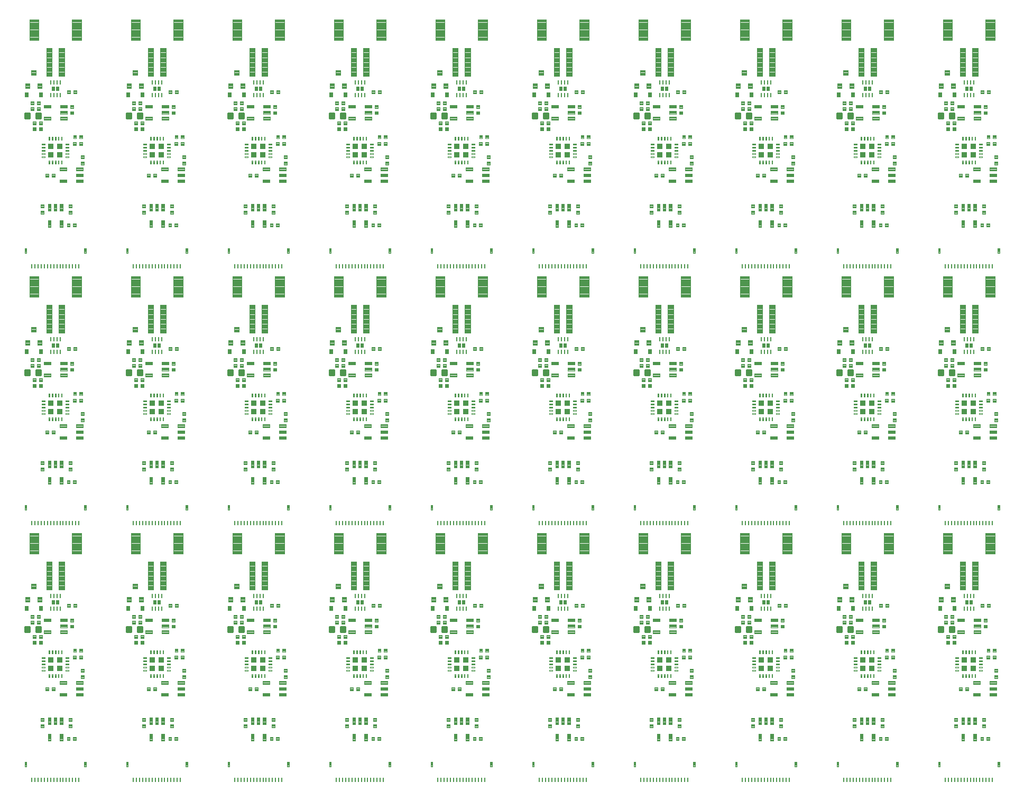
<source format=gtp>
G04 EAGLE Gerber RS-274X export*
G75*
%MOMM*%
%FSLAX34Y34*%
%LPD*%
%INSolderpaste Top*%
%IPPOS*%
%AMOC8*
5,1,8,0,0,1.08239X$1,22.5*%
G01*
%ADD10C,0.100000*%
%ADD11R,0.250000X0.650000*%
%ADD12C,0.099000*%
%ADD13C,0.102000*%
%ADD14C,0.300000*%
%ADD15C,0.096000*%
%ADD16R,0.250000X0.637500*%
%ADD17R,0.500000X0.640000*%
%ADD18C,0.100800*%
%ADD19C,0.104000*%
%ADD20C,0.102500*%
%ADD21R,0.889000X0.889000*%


D10*
X99340Y35955D02*
X102340Y35955D01*
X102340Y28955D01*
X99340Y28955D01*
X99340Y35955D01*
X99340Y29905D02*
X102340Y29905D01*
X102340Y30855D02*
X99340Y30855D01*
X99340Y31805D02*
X102340Y31805D01*
X102340Y32755D02*
X99340Y32755D01*
X99340Y33705D02*
X102340Y33705D01*
X102340Y34655D02*
X99340Y34655D01*
X99340Y35605D02*
X102340Y35605D01*
D11*
X90840Y7455D03*
X85840Y7455D03*
D10*
X7340Y35955D02*
X4340Y35955D01*
X7340Y35955D02*
X7340Y28955D01*
X4340Y28955D01*
X4340Y35955D01*
X4340Y29905D02*
X7340Y29905D01*
X7340Y30855D02*
X4340Y30855D01*
X4340Y31805D02*
X7340Y31805D01*
X7340Y32755D02*
X4340Y32755D01*
X4340Y33705D02*
X7340Y33705D01*
X7340Y34655D02*
X4340Y34655D01*
X4340Y35605D02*
X7340Y35605D01*
D11*
X80840Y7455D03*
X75840Y7455D03*
X70840Y7455D03*
X65840Y7455D03*
X60840Y7455D03*
X55840Y7455D03*
X50840Y7455D03*
X45840Y7455D03*
X40840Y7455D03*
X35840Y7455D03*
X30840Y7455D03*
X25840Y7455D03*
X20840Y7455D03*
X15840Y7455D03*
D12*
X71846Y242245D02*
X71846Y246755D01*
X71846Y242245D02*
X60836Y242245D01*
X60836Y246755D01*
X71846Y246755D01*
X71846Y243185D02*
X60836Y243185D01*
X60836Y244125D02*
X71846Y244125D01*
X71846Y245065D02*
X60836Y245065D01*
X60836Y246005D02*
X71846Y246005D01*
X71846Y251745D02*
X71846Y256255D01*
X71846Y251745D02*
X60836Y251745D01*
X60836Y256255D01*
X71846Y256255D01*
X71846Y252685D02*
X60836Y252685D01*
X60836Y253625D02*
X71846Y253625D01*
X71846Y254565D02*
X60836Y254565D01*
X60836Y255505D02*
X71846Y255505D01*
X71846Y261245D02*
X71846Y265755D01*
X71846Y261245D02*
X60836Y261245D01*
X60836Y265755D01*
X71846Y265755D01*
X71846Y262185D02*
X60836Y262185D01*
X60836Y263125D02*
X71846Y263125D01*
X71846Y264065D02*
X60836Y264065D01*
X60836Y265005D02*
X71846Y265005D01*
X45844Y265755D02*
X45844Y261245D01*
X34834Y261245D01*
X34834Y265755D01*
X45844Y265755D01*
X45844Y262185D02*
X34834Y262185D01*
X34834Y263125D02*
X45844Y263125D01*
X45844Y264065D02*
X34834Y264065D01*
X34834Y265005D02*
X45844Y265005D01*
X45844Y246755D02*
X45844Y242245D01*
X34834Y242245D01*
X34834Y246755D01*
X45844Y246755D01*
X45844Y243185D02*
X34834Y243185D01*
X34834Y244125D02*
X45844Y244125D01*
X45844Y245065D02*
X34834Y245065D01*
X34834Y246005D02*
X45844Y246005D01*
D13*
X22255Y234365D02*
X17275Y234365D01*
X17275Y239345D01*
X22255Y239345D01*
X22255Y234365D01*
X22255Y235334D02*
X17275Y235334D01*
X17275Y236303D02*
X22255Y236303D01*
X22255Y237272D02*
X17275Y237272D01*
X17275Y238241D02*
X22255Y238241D01*
X22255Y239210D02*
X17275Y239210D01*
X27275Y234365D02*
X32255Y234365D01*
X27275Y234365D02*
X27275Y239345D01*
X32255Y239345D01*
X32255Y234365D01*
X32255Y235334D02*
X27275Y235334D01*
X27275Y236303D02*
X32255Y236303D01*
X32255Y237272D02*
X27275Y237272D01*
X27275Y238241D02*
X32255Y238241D01*
X32255Y239210D02*
X27275Y239210D01*
X77520Y260955D02*
X77520Y265935D01*
X82500Y265935D01*
X82500Y260955D01*
X77520Y260955D01*
X77520Y261924D02*
X82500Y261924D01*
X82500Y262893D02*
X77520Y262893D01*
X77520Y263862D02*
X82500Y263862D01*
X82500Y264831D02*
X77520Y264831D01*
X77520Y265800D02*
X82500Y265800D01*
X77520Y255935D02*
X77520Y250955D01*
X77520Y255935D02*
X82500Y255935D01*
X82500Y250955D01*
X77520Y250955D01*
X77520Y251924D02*
X82500Y251924D01*
X82500Y252893D02*
X77520Y252893D01*
X77520Y253862D02*
X82500Y253862D01*
X82500Y254831D02*
X77520Y254831D01*
X77520Y255800D02*
X82500Y255800D01*
D14*
X12510Y251785D02*
X12510Y244785D01*
X5510Y244785D01*
X5510Y251785D01*
X12510Y251785D01*
X12510Y247635D02*
X5510Y247635D01*
X5510Y250485D02*
X12510Y250485D01*
X30050Y251785D02*
X30050Y244785D01*
X23050Y244785D01*
X23050Y251785D01*
X30050Y251785D01*
X30050Y247635D02*
X23050Y247635D01*
X23050Y250485D02*
X30050Y250485D01*
D13*
X32255Y229820D02*
X27275Y229820D01*
X32255Y229820D02*
X32255Y224840D01*
X27275Y224840D01*
X27275Y229820D01*
X27275Y225809D02*
X32255Y225809D01*
X32255Y226778D02*
X27275Y226778D01*
X27275Y227747D02*
X32255Y227747D01*
X32255Y228716D02*
X27275Y228716D01*
X27275Y229685D02*
X32255Y229685D01*
X22255Y229820D02*
X17275Y229820D01*
X22255Y229820D02*
X22255Y224840D01*
X17275Y224840D01*
X17275Y229820D01*
X17275Y225809D02*
X22255Y225809D01*
X22255Y226778D02*
X17275Y226778D01*
X17275Y227747D02*
X22255Y227747D01*
X22255Y228716D02*
X17275Y228716D01*
X17275Y229685D02*
X22255Y229685D01*
D10*
X38840Y311975D02*
X47840Y311975D01*
X38840Y311975D02*
X38840Y356975D01*
X47840Y356975D01*
X47840Y311975D01*
X47840Y312925D02*
X38840Y312925D01*
X38840Y313875D02*
X47840Y313875D01*
X47840Y314825D02*
X38840Y314825D01*
X38840Y315775D02*
X47840Y315775D01*
X47840Y316725D02*
X38840Y316725D01*
X38840Y317675D02*
X47840Y317675D01*
X47840Y318625D02*
X38840Y318625D01*
X38840Y319575D02*
X47840Y319575D01*
X47840Y320525D02*
X38840Y320525D01*
X38840Y321475D02*
X47840Y321475D01*
X47840Y322425D02*
X38840Y322425D01*
X38840Y323375D02*
X47840Y323375D01*
X47840Y324325D02*
X38840Y324325D01*
X38840Y325275D02*
X47840Y325275D01*
X47840Y326225D02*
X38840Y326225D01*
X38840Y327175D02*
X47840Y327175D01*
X47840Y328125D02*
X38840Y328125D01*
X38840Y329075D02*
X47840Y329075D01*
X47840Y330025D02*
X38840Y330025D01*
X38840Y330975D02*
X47840Y330975D01*
X47840Y331925D02*
X38840Y331925D01*
X38840Y332875D02*
X47840Y332875D01*
X47840Y333825D02*
X38840Y333825D01*
X38840Y334775D02*
X47840Y334775D01*
X47840Y335725D02*
X38840Y335725D01*
X38840Y336675D02*
X47840Y336675D01*
X47840Y337625D02*
X38840Y337625D01*
X38840Y338575D02*
X47840Y338575D01*
X47840Y339525D02*
X38840Y339525D01*
X38840Y340475D02*
X47840Y340475D01*
X47840Y341425D02*
X38840Y341425D01*
X38840Y342375D02*
X47840Y342375D01*
X47840Y343325D02*
X38840Y343325D01*
X38840Y344275D02*
X47840Y344275D01*
X47840Y345225D02*
X38840Y345225D01*
X38840Y346175D02*
X47840Y346175D01*
X47840Y347125D02*
X38840Y347125D01*
X38840Y348075D02*
X47840Y348075D01*
X47840Y349025D02*
X38840Y349025D01*
X38840Y349975D02*
X47840Y349975D01*
X47840Y350925D02*
X38840Y350925D01*
X38840Y351875D02*
X47840Y351875D01*
X47840Y352825D02*
X38840Y352825D01*
X38840Y353775D02*
X47840Y353775D01*
X47840Y354725D02*
X38840Y354725D01*
X38840Y355675D02*
X47840Y355675D01*
X47840Y356625D02*
X38840Y356625D01*
X58840Y311975D02*
X67840Y311975D01*
X58840Y311975D02*
X58840Y356975D01*
X67840Y356975D01*
X67840Y311975D01*
X67840Y312925D02*
X58840Y312925D01*
X58840Y313875D02*
X67840Y313875D01*
X67840Y314825D02*
X58840Y314825D01*
X58840Y315775D02*
X67840Y315775D01*
X67840Y316725D02*
X58840Y316725D01*
X58840Y317675D02*
X67840Y317675D01*
X67840Y318625D02*
X58840Y318625D01*
X58840Y319575D02*
X67840Y319575D01*
X67840Y320525D02*
X58840Y320525D01*
X58840Y321475D02*
X67840Y321475D01*
X67840Y322425D02*
X58840Y322425D01*
X58840Y323375D02*
X67840Y323375D01*
X67840Y324325D02*
X58840Y324325D01*
X58840Y325275D02*
X67840Y325275D01*
X67840Y326225D02*
X58840Y326225D01*
X58840Y327175D02*
X67840Y327175D01*
X67840Y328125D02*
X58840Y328125D01*
X58840Y329075D02*
X67840Y329075D01*
X67840Y330025D02*
X58840Y330025D01*
X58840Y330975D02*
X67840Y330975D01*
X67840Y331925D02*
X58840Y331925D01*
X58840Y332875D02*
X67840Y332875D01*
X67840Y333825D02*
X58840Y333825D01*
X58840Y334775D02*
X67840Y334775D01*
X67840Y335725D02*
X58840Y335725D01*
X58840Y336675D02*
X67840Y336675D01*
X67840Y337625D02*
X58840Y337625D01*
X58840Y338575D02*
X67840Y338575D01*
X67840Y339525D02*
X58840Y339525D01*
X58840Y340475D02*
X67840Y340475D01*
X67840Y341425D02*
X58840Y341425D01*
X58840Y342375D02*
X67840Y342375D01*
X67840Y343325D02*
X58840Y343325D01*
X58840Y344275D02*
X67840Y344275D01*
X67840Y345225D02*
X58840Y345225D01*
X58840Y346175D02*
X67840Y346175D01*
X67840Y347125D02*
X58840Y347125D01*
X58840Y348075D02*
X67840Y348075D01*
X67840Y349025D02*
X58840Y349025D01*
X58840Y349975D02*
X67840Y349975D01*
X67840Y350925D02*
X58840Y350925D01*
X58840Y351875D02*
X67840Y351875D01*
X67840Y352825D02*
X58840Y352825D01*
X58840Y353775D02*
X67840Y353775D01*
X67840Y354725D02*
X58840Y354725D01*
X58840Y355675D02*
X67840Y355675D01*
X67840Y356625D02*
X58840Y356625D01*
D15*
X26860Y369955D02*
X26860Y402995D01*
X26860Y369955D02*
X11820Y369955D01*
X11820Y402995D01*
X26860Y402995D01*
X26860Y370867D02*
X11820Y370867D01*
X11820Y371779D02*
X26860Y371779D01*
X26860Y372691D02*
X11820Y372691D01*
X11820Y373603D02*
X26860Y373603D01*
X26860Y374515D02*
X11820Y374515D01*
X11820Y375427D02*
X26860Y375427D01*
X26860Y376339D02*
X11820Y376339D01*
X11820Y377251D02*
X26860Y377251D01*
X26860Y378163D02*
X11820Y378163D01*
X11820Y379075D02*
X26860Y379075D01*
X26860Y379987D02*
X11820Y379987D01*
X11820Y380899D02*
X26860Y380899D01*
X26860Y381811D02*
X11820Y381811D01*
X11820Y382723D02*
X26860Y382723D01*
X26860Y383635D02*
X11820Y383635D01*
X11820Y384547D02*
X26860Y384547D01*
X26860Y385459D02*
X11820Y385459D01*
X11820Y386371D02*
X26860Y386371D01*
X26860Y387283D02*
X11820Y387283D01*
X11820Y388195D02*
X26860Y388195D01*
X26860Y389107D02*
X11820Y389107D01*
X11820Y390019D02*
X26860Y390019D01*
X26860Y390931D02*
X11820Y390931D01*
X11820Y391843D02*
X26860Y391843D01*
X26860Y392755D02*
X11820Y392755D01*
X11820Y393667D02*
X26860Y393667D01*
X26860Y394579D02*
X11820Y394579D01*
X11820Y395491D02*
X26860Y395491D01*
X26860Y396403D02*
X11820Y396403D01*
X11820Y397315D02*
X26860Y397315D01*
X26860Y398227D02*
X11820Y398227D01*
X11820Y399139D02*
X26860Y399139D01*
X26860Y400051D02*
X11820Y400051D01*
X11820Y400963D02*
X26860Y400963D01*
X26860Y401875D02*
X11820Y401875D01*
X11820Y402787D02*
X26860Y402787D01*
X94860Y402995D02*
X94860Y369955D01*
X79820Y369955D01*
X79820Y402995D01*
X94860Y402995D01*
X94860Y370867D02*
X79820Y370867D01*
X79820Y371779D02*
X94860Y371779D01*
X94860Y372691D02*
X79820Y372691D01*
X79820Y373603D02*
X94860Y373603D01*
X94860Y374515D02*
X79820Y374515D01*
X79820Y375427D02*
X94860Y375427D01*
X94860Y376339D02*
X79820Y376339D01*
X79820Y377251D02*
X94860Y377251D01*
X94860Y378163D02*
X79820Y378163D01*
X79820Y379075D02*
X94860Y379075D01*
X94860Y379987D02*
X79820Y379987D01*
X79820Y380899D02*
X94860Y380899D01*
X94860Y381811D02*
X79820Y381811D01*
X79820Y382723D02*
X94860Y382723D01*
X94860Y383635D02*
X79820Y383635D01*
X79820Y384547D02*
X94860Y384547D01*
X94860Y385459D02*
X79820Y385459D01*
X79820Y386371D02*
X94860Y386371D01*
X94860Y387283D02*
X79820Y387283D01*
X79820Y388195D02*
X94860Y388195D01*
X94860Y389107D02*
X79820Y389107D01*
X79820Y390019D02*
X94860Y390019D01*
X94860Y390931D02*
X79820Y390931D01*
X79820Y391843D02*
X94860Y391843D01*
X94860Y392755D02*
X79820Y392755D01*
X79820Y393667D02*
X94860Y393667D01*
X94860Y394579D02*
X79820Y394579D01*
X79820Y395491D02*
X94860Y395491D01*
X94860Y396403D02*
X79820Y396403D01*
X79820Y397315D02*
X94860Y397315D01*
X94860Y398227D02*
X79820Y398227D01*
X79820Y399139D02*
X94860Y399139D01*
X94860Y400051D02*
X79820Y400051D01*
X79820Y400963D02*
X94860Y400963D01*
X94860Y401875D02*
X79820Y401875D01*
X79820Y402787D02*
X94860Y402787D01*
D13*
X34875Y96550D02*
X34875Y91570D01*
X29895Y91570D01*
X29895Y96550D01*
X34875Y96550D01*
X34875Y92539D02*
X29895Y92539D01*
X29895Y93508D02*
X34875Y93508D01*
X34875Y94477D02*
X29895Y94477D01*
X29895Y95446D02*
X34875Y95446D01*
X34875Y96415D02*
X29895Y96415D01*
X34875Y101570D02*
X34875Y106550D01*
X34875Y101570D02*
X29895Y101570D01*
X29895Y106550D01*
X34875Y106550D01*
X34875Y102539D02*
X29895Y102539D01*
X29895Y103508D02*
X34875Y103508D01*
X34875Y104477D02*
X29895Y104477D01*
X29895Y105446D02*
X34875Y105446D01*
X34875Y106415D02*
X29895Y106415D01*
X74980Y106550D02*
X74980Y101570D01*
X74980Y106550D02*
X79960Y106550D01*
X79960Y101570D01*
X74980Y101570D01*
X74980Y102539D02*
X79960Y102539D01*
X79960Y103508D02*
X74980Y103508D01*
X74980Y104477D02*
X79960Y104477D01*
X79960Y105446D02*
X74980Y105446D01*
X74980Y106415D02*
X79960Y106415D01*
X74980Y96550D02*
X74980Y91570D01*
X74980Y96550D02*
X79960Y96550D01*
X79960Y91570D01*
X74980Y91570D01*
X74980Y92539D02*
X79960Y92539D01*
X79960Y93508D02*
X74980Y93508D01*
X74980Y94477D02*
X79960Y94477D01*
X79960Y95446D02*
X74980Y95446D01*
X74980Y96415D02*
X79960Y96415D01*
D12*
X65095Y107406D02*
X60585Y107406D01*
X65095Y107406D02*
X65095Y96396D01*
X60585Y96396D01*
X60585Y107406D01*
X60585Y97336D02*
X65095Y97336D01*
X65095Y98276D02*
X60585Y98276D01*
X60585Y99216D02*
X65095Y99216D01*
X65095Y100156D02*
X60585Y100156D01*
X60585Y101096D02*
X65095Y101096D01*
X65095Y102036D02*
X60585Y102036D01*
X60585Y102976D02*
X65095Y102976D01*
X65095Y103916D02*
X60585Y103916D01*
X60585Y104856D02*
X65095Y104856D01*
X65095Y105796D02*
X60585Y105796D01*
X60585Y106736D02*
X65095Y106736D01*
X55595Y107406D02*
X51085Y107406D01*
X55595Y107406D02*
X55595Y96396D01*
X51085Y96396D01*
X51085Y107406D01*
X51085Y97336D02*
X55595Y97336D01*
X55595Y98276D02*
X51085Y98276D01*
X51085Y99216D02*
X55595Y99216D01*
X55595Y100156D02*
X51085Y100156D01*
X51085Y101096D02*
X55595Y101096D01*
X55595Y102036D02*
X51085Y102036D01*
X51085Y102976D02*
X55595Y102976D01*
X55595Y103916D02*
X51085Y103916D01*
X51085Y104856D02*
X55595Y104856D01*
X55595Y105796D02*
X51085Y105796D01*
X51085Y106736D02*
X55595Y106736D01*
X46095Y107406D02*
X41585Y107406D01*
X46095Y107406D02*
X46095Y96396D01*
X41585Y96396D01*
X41585Y107406D01*
X41585Y97336D02*
X46095Y97336D01*
X46095Y98276D02*
X41585Y98276D01*
X41585Y99216D02*
X46095Y99216D01*
X46095Y100156D02*
X41585Y100156D01*
X41585Y101096D02*
X46095Y101096D01*
X46095Y102036D02*
X41585Y102036D01*
X41585Y102976D02*
X46095Y102976D01*
X46095Y103916D02*
X41585Y103916D01*
X41585Y104856D02*
X46095Y104856D01*
X46095Y105796D02*
X41585Y105796D01*
X41585Y106736D02*
X46095Y106736D01*
X46095Y81404D02*
X41585Y81404D01*
X46095Y81404D02*
X46095Y70394D01*
X41585Y70394D01*
X41585Y81404D01*
X41585Y71334D02*
X46095Y71334D01*
X46095Y72274D02*
X41585Y72274D01*
X41585Y73214D02*
X46095Y73214D01*
X46095Y74154D02*
X41585Y74154D01*
X41585Y75094D02*
X46095Y75094D01*
X46095Y76034D02*
X41585Y76034D01*
X41585Y76974D02*
X46095Y76974D01*
X46095Y77914D02*
X41585Y77914D01*
X41585Y78854D02*
X46095Y78854D01*
X46095Y79794D02*
X41585Y79794D01*
X41585Y80734D02*
X46095Y80734D01*
X60585Y81404D02*
X65095Y81404D01*
X65095Y70394D01*
X60585Y70394D01*
X60585Y81404D01*
X60585Y71334D02*
X65095Y71334D01*
X65095Y72274D02*
X60585Y72274D01*
X60585Y73214D02*
X65095Y73214D01*
X65095Y74154D02*
X60585Y74154D01*
X60585Y75094D02*
X65095Y75094D01*
X65095Y76034D02*
X60585Y76034D01*
X60585Y76974D02*
X65095Y76974D01*
X65095Y77914D02*
X60585Y77914D01*
X60585Y78854D02*
X65095Y78854D01*
X65095Y79794D02*
X60585Y79794D01*
X60585Y80734D02*
X65095Y80734D01*
D13*
X71885Y71170D02*
X76865Y71170D01*
X71885Y71170D02*
X71885Y76150D01*
X76865Y76150D01*
X76865Y71170D01*
X76865Y72139D02*
X71885Y72139D01*
X71885Y73108D02*
X76865Y73108D01*
X76865Y74077D02*
X71885Y74077D01*
X71885Y75046D02*
X76865Y75046D01*
X76865Y76015D02*
X71885Y76015D01*
X81885Y71170D02*
X86865Y71170D01*
X81885Y71170D02*
X81885Y76150D01*
X86865Y76150D01*
X86865Y71170D01*
X86865Y72139D02*
X81885Y72139D01*
X81885Y73108D02*
X86865Y73108D01*
X86865Y74077D02*
X81885Y74077D01*
X81885Y75046D02*
X86865Y75046D01*
X86865Y76015D02*
X81885Y76015D01*
X29080Y262205D02*
X24100Y262205D01*
X29080Y262205D02*
X29080Y257225D01*
X24100Y257225D01*
X24100Y262205D01*
X24100Y258194D02*
X29080Y258194D01*
X29080Y259163D02*
X24100Y259163D01*
X24100Y260132D02*
X29080Y260132D01*
X29080Y261101D02*
X24100Y261101D01*
X24100Y262070D02*
X29080Y262070D01*
X19080Y262205D02*
X14100Y262205D01*
X19080Y262205D02*
X19080Y257225D01*
X14100Y257225D01*
X14100Y262205D01*
X14100Y258194D02*
X19080Y258194D01*
X19080Y259163D02*
X14100Y259163D01*
X14100Y260132D02*
X19080Y260132D01*
X19080Y261101D02*
X14100Y261101D01*
X14100Y262070D02*
X19080Y262070D01*
D16*
X60840Y302288D03*
X55840Y281913D03*
X60840Y281913D03*
X50840Y281913D03*
X45840Y281913D03*
X55840Y302288D03*
X50840Y302288D03*
X45840Y302288D03*
D17*
X49940Y292100D03*
X56740Y292100D03*
D18*
X32561Y286221D02*
X27269Y286221D01*
X32561Y286221D02*
X32561Y278929D01*
X27269Y278929D01*
X27269Y286221D01*
X27269Y279887D02*
X32561Y279887D01*
X32561Y280845D02*
X27269Y280845D01*
X27269Y281803D02*
X32561Y281803D01*
X32561Y282761D02*
X27269Y282761D01*
X27269Y283719D02*
X32561Y283719D01*
X32561Y284677D02*
X27269Y284677D01*
X27269Y285635D02*
X32561Y285635D01*
X9561Y286221D02*
X4269Y286221D01*
X9561Y286221D02*
X9561Y278929D01*
X4269Y278929D01*
X4269Y286221D01*
X4269Y279887D02*
X9561Y279887D01*
X9561Y280845D02*
X4269Y280845D01*
X4269Y281803D02*
X9561Y281803D01*
X9561Y282761D02*
X4269Y282761D01*
X4269Y283719D02*
X9561Y283719D01*
X9561Y284677D02*
X4269Y284677D01*
X4269Y285635D02*
X9561Y285635D01*
D19*
X12395Y292725D02*
X5435Y292725D01*
X5435Y300685D01*
X12395Y300685D01*
X12395Y292725D01*
X12395Y293713D02*
X5435Y293713D01*
X5435Y294701D02*
X12395Y294701D01*
X12395Y295689D02*
X5435Y295689D01*
X5435Y296677D02*
X12395Y296677D01*
X12395Y297665D02*
X5435Y297665D01*
X5435Y298653D02*
X12395Y298653D01*
X12395Y299641D02*
X5435Y299641D01*
X5435Y300629D02*
X12395Y300629D01*
X24435Y292725D02*
X31395Y292725D01*
X24435Y292725D02*
X24435Y300685D01*
X31395Y300685D01*
X31395Y292725D01*
X31395Y293713D02*
X24435Y293713D01*
X24435Y294701D02*
X31395Y294701D01*
X31395Y295689D02*
X24435Y295689D01*
X24435Y296677D02*
X31395Y296677D01*
X31395Y297665D02*
X24435Y297665D01*
X24435Y298653D02*
X31395Y298653D01*
X31395Y299641D02*
X24435Y299641D01*
X24435Y300629D02*
X31395Y300629D01*
X21895Y313725D02*
X14935Y313725D01*
X14935Y321685D01*
X21895Y321685D01*
X21895Y313725D01*
X21895Y314713D02*
X14935Y314713D01*
X14935Y315701D02*
X21895Y315701D01*
X21895Y316689D02*
X14935Y316689D01*
X14935Y317677D02*
X21895Y317677D01*
X21895Y318665D02*
X14935Y318665D01*
X14935Y319653D02*
X21895Y319653D01*
X21895Y320641D02*
X14935Y320641D01*
X14935Y321629D02*
X21895Y321629D01*
D13*
X19080Y266750D02*
X14100Y266750D01*
X14100Y271730D01*
X19080Y271730D01*
X19080Y266750D01*
X19080Y267719D02*
X14100Y267719D01*
X14100Y268688D02*
X19080Y268688D01*
X19080Y269657D02*
X14100Y269657D01*
X14100Y270626D02*
X19080Y270626D01*
X19080Y271595D02*
X14100Y271595D01*
X24100Y266750D02*
X29080Y266750D01*
X24100Y266750D02*
X24100Y271730D01*
X29080Y271730D01*
X29080Y266750D01*
X29080Y267719D02*
X24100Y267719D01*
X24100Y268688D02*
X29080Y268688D01*
X29080Y269657D02*
X24100Y269657D01*
X24100Y270626D02*
X29080Y270626D01*
X29080Y271595D02*
X24100Y271595D01*
X82520Y289510D02*
X87500Y289510D01*
X87500Y284530D01*
X82520Y284530D01*
X82520Y289510D01*
X82520Y285499D02*
X87500Y285499D01*
X87500Y286468D02*
X82520Y286468D01*
X82520Y287437D02*
X87500Y287437D01*
X87500Y288406D02*
X82520Y288406D01*
X82520Y289375D02*
X87500Y289375D01*
X77500Y289510D02*
X72520Y289510D01*
X77500Y289510D02*
X77500Y284530D01*
X72520Y284530D01*
X72520Y289510D01*
X72520Y285499D02*
X77500Y285499D01*
X77500Y286468D02*
X72520Y286468D01*
X72520Y287437D02*
X77500Y287437D01*
X77500Y288406D02*
X72520Y288406D01*
X72520Y289375D02*
X77500Y289375D01*
X81410Y201345D02*
X86390Y201345D01*
X81410Y201345D02*
X81410Y206325D01*
X86390Y206325D01*
X86390Y201345D01*
X86390Y202314D02*
X81410Y202314D01*
X81410Y203283D02*
X86390Y203283D01*
X86390Y204252D02*
X81410Y204252D01*
X81410Y205221D02*
X86390Y205221D01*
X86390Y206190D02*
X81410Y206190D01*
X91410Y201345D02*
X96390Y201345D01*
X91410Y201345D02*
X91410Y206325D01*
X96390Y206325D01*
X96390Y201345D01*
X96390Y202314D02*
X91410Y202314D01*
X91410Y203283D02*
X96390Y203283D01*
X96390Y204252D02*
X91410Y204252D01*
X91410Y205221D02*
X96390Y205221D01*
X96390Y206190D02*
X91410Y206190D01*
D20*
X54078Y176528D02*
X54078Y171552D01*
X52602Y171552D01*
X52602Y176528D01*
X54078Y176528D01*
X54078Y172526D02*
X52602Y172526D01*
X52602Y173500D02*
X54078Y173500D01*
X54078Y174474D02*
X52602Y174474D01*
X52602Y175448D02*
X54078Y175448D01*
X54078Y176422D02*
X52602Y176422D01*
X49078Y176528D02*
X49078Y171552D01*
X47602Y171552D01*
X47602Y176528D01*
X49078Y176528D01*
X49078Y172526D02*
X47602Y172526D01*
X47602Y173500D02*
X49078Y173500D01*
X49078Y174474D02*
X47602Y174474D01*
X47602Y175448D02*
X49078Y175448D01*
X49078Y176422D02*
X47602Y176422D01*
X44078Y176528D02*
X44078Y171552D01*
X42602Y171552D01*
X42602Y176528D01*
X44078Y176528D01*
X44078Y172526D02*
X42602Y172526D01*
X42602Y173500D02*
X44078Y173500D01*
X44078Y174474D02*
X42602Y174474D01*
X42602Y175448D02*
X44078Y175448D01*
X44078Y176422D02*
X42602Y176422D01*
X59078Y176528D02*
X59078Y171552D01*
X57602Y171552D01*
X57602Y176528D01*
X59078Y176528D01*
X59078Y172526D02*
X57602Y172526D01*
X57602Y173500D02*
X59078Y173500D01*
X59078Y174474D02*
X57602Y174474D01*
X57602Y175448D02*
X59078Y175448D01*
X59078Y176422D02*
X57602Y176422D01*
X64078Y176528D02*
X64078Y171552D01*
X62602Y171552D01*
X62602Y176528D01*
X64078Y176528D01*
X64078Y172526D02*
X62602Y172526D01*
X62602Y173500D02*
X64078Y173500D01*
X64078Y174474D02*
X62602Y174474D01*
X62602Y175448D02*
X64078Y175448D01*
X64078Y176422D02*
X62602Y176422D01*
X69852Y183778D02*
X74828Y183778D01*
X74828Y182302D01*
X69852Y182302D01*
X69852Y183778D01*
X69852Y183276D02*
X74828Y183276D01*
X74828Y188778D02*
X69852Y188778D01*
X74828Y188778D02*
X74828Y187302D01*
X69852Y187302D01*
X69852Y188778D01*
X69852Y188276D02*
X74828Y188276D01*
X74828Y193778D02*
X69852Y193778D01*
X74828Y193778D02*
X74828Y192302D01*
X69852Y192302D01*
X69852Y193778D01*
X69852Y193276D02*
X74828Y193276D01*
X74828Y198778D02*
X69852Y198778D01*
X74828Y198778D02*
X74828Y197302D01*
X69852Y197302D01*
X69852Y198778D01*
X69852Y198276D02*
X74828Y198276D01*
X74828Y203778D02*
X69852Y203778D01*
X74828Y203778D02*
X74828Y202302D01*
X69852Y202302D01*
X69852Y203778D01*
X69852Y203276D02*
X74828Y203276D01*
X62602Y209552D02*
X62602Y214528D01*
X64078Y214528D01*
X64078Y209552D01*
X62602Y209552D01*
X62602Y210526D02*
X64078Y210526D01*
X64078Y211500D02*
X62602Y211500D01*
X62602Y212474D02*
X64078Y212474D01*
X64078Y213448D02*
X62602Y213448D01*
X62602Y214422D02*
X64078Y214422D01*
X57602Y214528D02*
X57602Y209552D01*
X57602Y214528D02*
X59078Y214528D01*
X59078Y209552D01*
X57602Y209552D01*
X57602Y210526D02*
X59078Y210526D01*
X59078Y211500D02*
X57602Y211500D01*
X57602Y212474D02*
X59078Y212474D01*
X59078Y213448D02*
X57602Y213448D01*
X57602Y214422D02*
X59078Y214422D01*
X52602Y214528D02*
X52602Y209552D01*
X52602Y214528D02*
X54078Y214528D01*
X54078Y209552D01*
X52602Y209552D01*
X52602Y210526D02*
X54078Y210526D01*
X54078Y211500D02*
X52602Y211500D01*
X52602Y212474D02*
X54078Y212474D01*
X54078Y213448D02*
X52602Y213448D01*
X52602Y214422D02*
X54078Y214422D01*
X47602Y214528D02*
X47602Y209552D01*
X47602Y214528D02*
X49078Y214528D01*
X49078Y209552D01*
X47602Y209552D01*
X47602Y210526D02*
X49078Y210526D01*
X49078Y211500D02*
X47602Y211500D01*
X47602Y212474D02*
X49078Y212474D01*
X49078Y213448D02*
X47602Y213448D01*
X47602Y214422D02*
X49078Y214422D01*
X42602Y214528D02*
X42602Y209552D01*
X42602Y214528D02*
X44078Y214528D01*
X44078Y209552D01*
X42602Y209552D01*
X42602Y210526D02*
X44078Y210526D01*
X44078Y211500D02*
X42602Y211500D01*
X42602Y212474D02*
X44078Y212474D01*
X44078Y213448D02*
X42602Y213448D01*
X42602Y214422D02*
X44078Y214422D01*
X36828Y202302D02*
X31852Y202302D01*
X31852Y203778D01*
X36828Y203778D01*
X36828Y202302D01*
X36828Y203276D02*
X31852Y203276D01*
X31852Y197302D02*
X36828Y197302D01*
X31852Y197302D02*
X31852Y198778D01*
X36828Y198778D01*
X36828Y197302D01*
X36828Y198276D02*
X31852Y198276D01*
X31852Y192302D02*
X36828Y192302D01*
X31852Y192302D02*
X31852Y193778D01*
X36828Y193778D01*
X36828Y192302D01*
X36828Y193276D02*
X31852Y193276D01*
X31852Y187302D02*
X36828Y187302D01*
X31852Y187302D02*
X31852Y188778D01*
X36828Y188778D01*
X36828Y187302D01*
X36828Y188276D02*
X31852Y188276D01*
X31852Y182302D02*
X36828Y182302D01*
X31852Y182302D02*
X31852Y183778D01*
X36828Y183778D01*
X36828Y182302D01*
X36828Y183276D02*
X31852Y183276D01*
D21*
X46355Y186055D03*
X60325Y186055D03*
X46355Y200025D03*
X60325Y200025D03*
D13*
X82045Y212775D02*
X87025Y212775D01*
X82045Y212775D02*
X82045Y217755D01*
X87025Y217755D01*
X87025Y212775D01*
X87025Y213744D02*
X82045Y213744D01*
X82045Y214713D02*
X87025Y214713D01*
X87025Y215682D02*
X82045Y215682D01*
X82045Y216651D02*
X87025Y216651D01*
X87025Y217620D02*
X82045Y217620D01*
X92045Y212775D02*
X97025Y212775D01*
X92045Y212775D02*
X92045Y217755D01*
X97025Y217755D01*
X97025Y212775D01*
X97025Y213744D02*
X92045Y213744D01*
X92045Y214713D02*
X97025Y214713D01*
X97025Y215682D02*
X92045Y215682D01*
X92045Y216651D02*
X97025Y216651D01*
X97025Y217620D02*
X92045Y217620D01*
D12*
X97246Y146425D02*
X97246Y141915D01*
X86236Y141915D01*
X86236Y146425D01*
X97246Y146425D01*
X97246Y142855D02*
X86236Y142855D01*
X86236Y143795D02*
X97246Y143795D01*
X97246Y144735D02*
X86236Y144735D01*
X86236Y145675D02*
X97246Y145675D01*
X97246Y151415D02*
X97246Y155925D01*
X97246Y151415D02*
X86236Y151415D01*
X86236Y155925D01*
X97246Y155925D01*
X97246Y152355D02*
X86236Y152355D01*
X86236Y153295D02*
X97246Y153295D01*
X97246Y154235D02*
X86236Y154235D01*
X86236Y155175D02*
X97246Y155175D01*
X97246Y160915D02*
X97246Y165425D01*
X97246Y160915D02*
X86236Y160915D01*
X86236Y165425D01*
X97246Y165425D01*
X97246Y161855D02*
X86236Y161855D01*
X86236Y162795D02*
X97246Y162795D01*
X97246Y163735D02*
X86236Y163735D01*
X86236Y164675D02*
X97246Y164675D01*
X71244Y165425D02*
X71244Y160915D01*
X60234Y160915D01*
X60234Y165425D01*
X71244Y165425D01*
X71244Y161855D02*
X60234Y161855D01*
X60234Y162795D02*
X71244Y162795D01*
X71244Y163735D02*
X60234Y163735D01*
X60234Y164675D02*
X71244Y164675D01*
X71244Y146425D02*
X71244Y141915D01*
X60234Y141915D01*
X60234Y146425D01*
X71244Y146425D01*
X71244Y142855D02*
X60234Y142855D01*
X60234Y143795D02*
X71244Y143795D01*
X71244Y144735D02*
X60234Y144735D01*
X60234Y145675D02*
X71244Y145675D01*
D13*
X99010Y170310D02*
X99010Y175290D01*
X99010Y170310D02*
X94030Y170310D01*
X94030Y175290D01*
X99010Y175290D01*
X99010Y171279D02*
X94030Y171279D01*
X94030Y172248D02*
X99010Y172248D01*
X99010Y173217D02*
X94030Y173217D01*
X94030Y174186D02*
X99010Y174186D01*
X99010Y175155D02*
X94030Y175155D01*
X99010Y180310D02*
X99010Y185290D01*
X99010Y180310D02*
X94030Y180310D01*
X94030Y185290D01*
X99010Y185290D01*
X99010Y181279D02*
X94030Y181279D01*
X94030Y182248D02*
X99010Y182248D01*
X99010Y183217D02*
X94030Y183217D01*
X94030Y184186D02*
X99010Y184186D01*
X99010Y185155D02*
X94030Y185155D01*
X52893Y155525D02*
X47913Y155525D01*
X52893Y155525D02*
X52893Y150545D01*
X47913Y150545D01*
X47913Y155525D01*
X47913Y151514D02*
X52893Y151514D01*
X52893Y152483D02*
X47913Y152483D01*
X47913Y153452D02*
X52893Y153452D01*
X52893Y154421D02*
X47913Y154421D01*
X47913Y155390D02*
X52893Y155390D01*
X42893Y155525D02*
X37913Y155525D01*
X42893Y155525D02*
X42893Y150545D01*
X37913Y150545D01*
X37913Y155525D01*
X37913Y151514D02*
X42893Y151514D01*
X42893Y152483D02*
X37913Y152483D01*
X37913Y153452D02*
X42893Y153452D01*
X42893Y154421D02*
X37913Y154421D01*
X37913Y155390D02*
X42893Y155390D01*
D10*
X261900Y35955D02*
X264900Y35955D01*
X264900Y28955D01*
X261900Y28955D01*
X261900Y35955D01*
X261900Y29905D02*
X264900Y29905D01*
X264900Y30855D02*
X261900Y30855D01*
X261900Y31805D02*
X264900Y31805D01*
X264900Y32755D02*
X261900Y32755D01*
X261900Y33705D02*
X264900Y33705D01*
X264900Y34655D02*
X261900Y34655D01*
X261900Y35605D02*
X264900Y35605D01*
D11*
X253400Y7455D03*
X248400Y7455D03*
D10*
X169900Y35955D02*
X166900Y35955D01*
X169900Y35955D02*
X169900Y28955D01*
X166900Y28955D01*
X166900Y35955D01*
X166900Y29905D02*
X169900Y29905D01*
X169900Y30855D02*
X166900Y30855D01*
X166900Y31805D02*
X169900Y31805D01*
X169900Y32755D02*
X166900Y32755D01*
X166900Y33705D02*
X169900Y33705D01*
X169900Y34655D02*
X166900Y34655D01*
X166900Y35605D02*
X169900Y35605D01*
D11*
X243400Y7455D03*
X238400Y7455D03*
X233400Y7455D03*
X228400Y7455D03*
X223400Y7455D03*
X218400Y7455D03*
X213400Y7455D03*
X208400Y7455D03*
X203400Y7455D03*
X198400Y7455D03*
X193400Y7455D03*
X188400Y7455D03*
X183400Y7455D03*
X178400Y7455D03*
D12*
X234406Y242245D02*
X234406Y246755D01*
X234406Y242245D02*
X223396Y242245D01*
X223396Y246755D01*
X234406Y246755D01*
X234406Y243185D02*
X223396Y243185D01*
X223396Y244125D02*
X234406Y244125D01*
X234406Y245065D02*
X223396Y245065D01*
X223396Y246005D02*
X234406Y246005D01*
X234406Y251745D02*
X234406Y256255D01*
X234406Y251745D02*
X223396Y251745D01*
X223396Y256255D01*
X234406Y256255D01*
X234406Y252685D02*
X223396Y252685D01*
X223396Y253625D02*
X234406Y253625D01*
X234406Y254565D02*
X223396Y254565D01*
X223396Y255505D02*
X234406Y255505D01*
X234406Y261245D02*
X234406Y265755D01*
X234406Y261245D02*
X223396Y261245D01*
X223396Y265755D01*
X234406Y265755D01*
X234406Y262185D02*
X223396Y262185D01*
X223396Y263125D02*
X234406Y263125D01*
X234406Y264065D02*
X223396Y264065D01*
X223396Y265005D02*
X234406Y265005D01*
X208404Y265755D02*
X208404Y261245D01*
X197394Y261245D01*
X197394Y265755D01*
X208404Y265755D01*
X208404Y262185D02*
X197394Y262185D01*
X197394Y263125D02*
X208404Y263125D01*
X208404Y264065D02*
X197394Y264065D01*
X197394Y265005D02*
X208404Y265005D01*
X208404Y246755D02*
X208404Y242245D01*
X197394Y242245D01*
X197394Y246755D01*
X208404Y246755D01*
X208404Y243185D02*
X197394Y243185D01*
X197394Y244125D02*
X208404Y244125D01*
X208404Y245065D02*
X197394Y245065D01*
X197394Y246005D02*
X208404Y246005D01*
D13*
X184815Y234365D02*
X179835Y234365D01*
X179835Y239345D01*
X184815Y239345D01*
X184815Y234365D01*
X184815Y235334D02*
X179835Y235334D01*
X179835Y236303D02*
X184815Y236303D01*
X184815Y237272D02*
X179835Y237272D01*
X179835Y238241D02*
X184815Y238241D01*
X184815Y239210D02*
X179835Y239210D01*
X189835Y234365D02*
X194815Y234365D01*
X189835Y234365D02*
X189835Y239345D01*
X194815Y239345D01*
X194815Y234365D01*
X194815Y235334D02*
X189835Y235334D01*
X189835Y236303D02*
X194815Y236303D01*
X194815Y237272D02*
X189835Y237272D01*
X189835Y238241D02*
X194815Y238241D01*
X194815Y239210D02*
X189835Y239210D01*
X240080Y260955D02*
X240080Y265935D01*
X245060Y265935D01*
X245060Y260955D01*
X240080Y260955D01*
X240080Y261924D02*
X245060Y261924D01*
X245060Y262893D02*
X240080Y262893D01*
X240080Y263862D02*
X245060Y263862D01*
X245060Y264831D02*
X240080Y264831D01*
X240080Y265800D02*
X245060Y265800D01*
X240080Y255935D02*
X240080Y250955D01*
X240080Y255935D02*
X245060Y255935D01*
X245060Y250955D01*
X240080Y250955D01*
X240080Y251924D02*
X245060Y251924D01*
X245060Y252893D02*
X240080Y252893D01*
X240080Y253862D02*
X245060Y253862D01*
X245060Y254831D02*
X240080Y254831D01*
X240080Y255800D02*
X245060Y255800D01*
D14*
X175070Y251785D02*
X175070Y244785D01*
X168070Y244785D01*
X168070Y251785D01*
X175070Y251785D01*
X175070Y247635D02*
X168070Y247635D01*
X168070Y250485D02*
X175070Y250485D01*
X192610Y251785D02*
X192610Y244785D01*
X185610Y244785D01*
X185610Y251785D01*
X192610Y251785D01*
X192610Y247635D02*
X185610Y247635D01*
X185610Y250485D02*
X192610Y250485D01*
D13*
X194815Y229820D02*
X189835Y229820D01*
X194815Y229820D02*
X194815Y224840D01*
X189835Y224840D01*
X189835Y229820D01*
X189835Y225809D02*
X194815Y225809D01*
X194815Y226778D02*
X189835Y226778D01*
X189835Y227747D02*
X194815Y227747D01*
X194815Y228716D02*
X189835Y228716D01*
X189835Y229685D02*
X194815Y229685D01*
X184815Y229820D02*
X179835Y229820D01*
X184815Y229820D02*
X184815Y224840D01*
X179835Y224840D01*
X179835Y229820D01*
X179835Y225809D02*
X184815Y225809D01*
X184815Y226778D02*
X179835Y226778D01*
X179835Y227747D02*
X184815Y227747D01*
X184815Y228716D02*
X179835Y228716D01*
X179835Y229685D02*
X184815Y229685D01*
D10*
X201400Y311975D02*
X210400Y311975D01*
X201400Y311975D02*
X201400Y356975D01*
X210400Y356975D01*
X210400Y311975D01*
X210400Y312925D02*
X201400Y312925D01*
X201400Y313875D02*
X210400Y313875D01*
X210400Y314825D02*
X201400Y314825D01*
X201400Y315775D02*
X210400Y315775D01*
X210400Y316725D02*
X201400Y316725D01*
X201400Y317675D02*
X210400Y317675D01*
X210400Y318625D02*
X201400Y318625D01*
X201400Y319575D02*
X210400Y319575D01*
X210400Y320525D02*
X201400Y320525D01*
X201400Y321475D02*
X210400Y321475D01*
X210400Y322425D02*
X201400Y322425D01*
X201400Y323375D02*
X210400Y323375D01*
X210400Y324325D02*
X201400Y324325D01*
X201400Y325275D02*
X210400Y325275D01*
X210400Y326225D02*
X201400Y326225D01*
X201400Y327175D02*
X210400Y327175D01*
X210400Y328125D02*
X201400Y328125D01*
X201400Y329075D02*
X210400Y329075D01*
X210400Y330025D02*
X201400Y330025D01*
X201400Y330975D02*
X210400Y330975D01*
X210400Y331925D02*
X201400Y331925D01*
X201400Y332875D02*
X210400Y332875D01*
X210400Y333825D02*
X201400Y333825D01*
X201400Y334775D02*
X210400Y334775D01*
X210400Y335725D02*
X201400Y335725D01*
X201400Y336675D02*
X210400Y336675D01*
X210400Y337625D02*
X201400Y337625D01*
X201400Y338575D02*
X210400Y338575D01*
X210400Y339525D02*
X201400Y339525D01*
X201400Y340475D02*
X210400Y340475D01*
X210400Y341425D02*
X201400Y341425D01*
X201400Y342375D02*
X210400Y342375D01*
X210400Y343325D02*
X201400Y343325D01*
X201400Y344275D02*
X210400Y344275D01*
X210400Y345225D02*
X201400Y345225D01*
X201400Y346175D02*
X210400Y346175D01*
X210400Y347125D02*
X201400Y347125D01*
X201400Y348075D02*
X210400Y348075D01*
X210400Y349025D02*
X201400Y349025D01*
X201400Y349975D02*
X210400Y349975D01*
X210400Y350925D02*
X201400Y350925D01*
X201400Y351875D02*
X210400Y351875D01*
X210400Y352825D02*
X201400Y352825D01*
X201400Y353775D02*
X210400Y353775D01*
X210400Y354725D02*
X201400Y354725D01*
X201400Y355675D02*
X210400Y355675D01*
X210400Y356625D02*
X201400Y356625D01*
X221400Y311975D02*
X230400Y311975D01*
X221400Y311975D02*
X221400Y356975D01*
X230400Y356975D01*
X230400Y311975D01*
X230400Y312925D02*
X221400Y312925D01*
X221400Y313875D02*
X230400Y313875D01*
X230400Y314825D02*
X221400Y314825D01*
X221400Y315775D02*
X230400Y315775D01*
X230400Y316725D02*
X221400Y316725D01*
X221400Y317675D02*
X230400Y317675D01*
X230400Y318625D02*
X221400Y318625D01*
X221400Y319575D02*
X230400Y319575D01*
X230400Y320525D02*
X221400Y320525D01*
X221400Y321475D02*
X230400Y321475D01*
X230400Y322425D02*
X221400Y322425D01*
X221400Y323375D02*
X230400Y323375D01*
X230400Y324325D02*
X221400Y324325D01*
X221400Y325275D02*
X230400Y325275D01*
X230400Y326225D02*
X221400Y326225D01*
X221400Y327175D02*
X230400Y327175D01*
X230400Y328125D02*
X221400Y328125D01*
X221400Y329075D02*
X230400Y329075D01*
X230400Y330025D02*
X221400Y330025D01*
X221400Y330975D02*
X230400Y330975D01*
X230400Y331925D02*
X221400Y331925D01*
X221400Y332875D02*
X230400Y332875D01*
X230400Y333825D02*
X221400Y333825D01*
X221400Y334775D02*
X230400Y334775D01*
X230400Y335725D02*
X221400Y335725D01*
X221400Y336675D02*
X230400Y336675D01*
X230400Y337625D02*
X221400Y337625D01*
X221400Y338575D02*
X230400Y338575D01*
X230400Y339525D02*
X221400Y339525D01*
X221400Y340475D02*
X230400Y340475D01*
X230400Y341425D02*
X221400Y341425D01*
X221400Y342375D02*
X230400Y342375D01*
X230400Y343325D02*
X221400Y343325D01*
X221400Y344275D02*
X230400Y344275D01*
X230400Y345225D02*
X221400Y345225D01*
X221400Y346175D02*
X230400Y346175D01*
X230400Y347125D02*
X221400Y347125D01*
X221400Y348075D02*
X230400Y348075D01*
X230400Y349025D02*
X221400Y349025D01*
X221400Y349975D02*
X230400Y349975D01*
X230400Y350925D02*
X221400Y350925D01*
X221400Y351875D02*
X230400Y351875D01*
X230400Y352825D02*
X221400Y352825D01*
X221400Y353775D02*
X230400Y353775D01*
X230400Y354725D02*
X221400Y354725D01*
X221400Y355675D02*
X230400Y355675D01*
X230400Y356625D02*
X221400Y356625D01*
D15*
X189420Y369955D02*
X189420Y402995D01*
X189420Y369955D02*
X174380Y369955D01*
X174380Y402995D01*
X189420Y402995D01*
X189420Y370867D02*
X174380Y370867D01*
X174380Y371779D02*
X189420Y371779D01*
X189420Y372691D02*
X174380Y372691D01*
X174380Y373603D02*
X189420Y373603D01*
X189420Y374515D02*
X174380Y374515D01*
X174380Y375427D02*
X189420Y375427D01*
X189420Y376339D02*
X174380Y376339D01*
X174380Y377251D02*
X189420Y377251D01*
X189420Y378163D02*
X174380Y378163D01*
X174380Y379075D02*
X189420Y379075D01*
X189420Y379987D02*
X174380Y379987D01*
X174380Y380899D02*
X189420Y380899D01*
X189420Y381811D02*
X174380Y381811D01*
X174380Y382723D02*
X189420Y382723D01*
X189420Y383635D02*
X174380Y383635D01*
X174380Y384547D02*
X189420Y384547D01*
X189420Y385459D02*
X174380Y385459D01*
X174380Y386371D02*
X189420Y386371D01*
X189420Y387283D02*
X174380Y387283D01*
X174380Y388195D02*
X189420Y388195D01*
X189420Y389107D02*
X174380Y389107D01*
X174380Y390019D02*
X189420Y390019D01*
X189420Y390931D02*
X174380Y390931D01*
X174380Y391843D02*
X189420Y391843D01*
X189420Y392755D02*
X174380Y392755D01*
X174380Y393667D02*
X189420Y393667D01*
X189420Y394579D02*
X174380Y394579D01*
X174380Y395491D02*
X189420Y395491D01*
X189420Y396403D02*
X174380Y396403D01*
X174380Y397315D02*
X189420Y397315D01*
X189420Y398227D02*
X174380Y398227D01*
X174380Y399139D02*
X189420Y399139D01*
X189420Y400051D02*
X174380Y400051D01*
X174380Y400963D02*
X189420Y400963D01*
X189420Y401875D02*
X174380Y401875D01*
X174380Y402787D02*
X189420Y402787D01*
X257420Y402995D02*
X257420Y369955D01*
X242380Y369955D01*
X242380Y402995D01*
X257420Y402995D01*
X257420Y370867D02*
X242380Y370867D01*
X242380Y371779D02*
X257420Y371779D01*
X257420Y372691D02*
X242380Y372691D01*
X242380Y373603D02*
X257420Y373603D01*
X257420Y374515D02*
X242380Y374515D01*
X242380Y375427D02*
X257420Y375427D01*
X257420Y376339D02*
X242380Y376339D01*
X242380Y377251D02*
X257420Y377251D01*
X257420Y378163D02*
X242380Y378163D01*
X242380Y379075D02*
X257420Y379075D01*
X257420Y379987D02*
X242380Y379987D01*
X242380Y380899D02*
X257420Y380899D01*
X257420Y381811D02*
X242380Y381811D01*
X242380Y382723D02*
X257420Y382723D01*
X257420Y383635D02*
X242380Y383635D01*
X242380Y384547D02*
X257420Y384547D01*
X257420Y385459D02*
X242380Y385459D01*
X242380Y386371D02*
X257420Y386371D01*
X257420Y387283D02*
X242380Y387283D01*
X242380Y388195D02*
X257420Y388195D01*
X257420Y389107D02*
X242380Y389107D01*
X242380Y390019D02*
X257420Y390019D01*
X257420Y390931D02*
X242380Y390931D01*
X242380Y391843D02*
X257420Y391843D01*
X257420Y392755D02*
X242380Y392755D01*
X242380Y393667D02*
X257420Y393667D01*
X257420Y394579D02*
X242380Y394579D01*
X242380Y395491D02*
X257420Y395491D01*
X257420Y396403D02*
X242380Y396403D01*
X242380Y397315D02*
X257420Y397315D01*
X257420Y398227D02*
X242380Y398227D01*
X242380Y399139D02*
X257420Y399139D01*
X257420Y400051D02*
X242380Y400051D01*
X242380Y400963D02*
X257420Y400963D01*
X257420Y401875D02*
X242380Y401875D01*
X242380Y402787D02*
X257420Y402787D01*
D13*
X197435Y96550D02*
X197435Y91570D01*
X192455Y91570D01*
X192455Y96550D01*
X197435Y96550D01*
X197435Y92539D02*
X192455Y92539D01*
X192455Y93508D02*
X197435Y93508D01*
X197435Y94477D02*
X192455Y94477D01*
X192455Y95446D02*
X197435Y95446D01*
X197435Y96415D02*
X192455Y96415D01*
X197435Y101570D02*
X197435Y106550D01*
X197435Y101570D02*
X192455Y101570D01*
X192455Y106550D01*
X197435Y106550D01*
X197435Y102539D02*
X192455Y102539D01*
X192455Y103508D02*
X197435Y103508D01*
X197435Y104477D02*
X192455Y104477D01*
X192455Y105446D02*
X197435Y105446D01*
X197435Y106415D02*
X192455Y106415D01*
X237540Y106550D02*
X237540Y101570D01*
X237540Y106550D02*
X242520Y106550D01*
X242520Y101570D01*
X237540Y101570D01*
X237540Y102539D02*
X242520Y102539D01*
X242520Y103508D02*
X237540Y103508D01*
X237540Y104477D02*
X242520Y104477D01*
X242520Y105446D02*
X237540Y105446D01*
X237540Y106415D02*
X242520Y106415D01*
X237540Y96550D02*
X237540Y91570D01*
X237540Y96550D02*
X242520Y96550D01*
X242520Y91570D01*
X237540Y91570D01*
X237540Y92539D02*
X242520Y92539D01*
X242520Y93508D02*
X237540Y93508D01*
X237540Y94477D02*
X242520Y94477D01*
X242520Y95446D02*
X237540Y95446D01*
X237540Y96415D02*
X242520Y96415D01*
D12*
X227655Y107406D02*
X223145Y107406D01*
X227655Y107406D02*
X227655Y96396D01*
X223145Y96396D01*
X223145Y107406D01*
X223145Y97336D02*
X227655Y97336D01*
X227655Y98276D02*
X223145Y98276D01*
X223145Y99216D02*
X227655Y99216D01*
X227655Y100156D02*
X223145Y100156D01*
X223145Y101096D02*
X227655Y101096D01*
X227655Y102036D02*
X223145Y102036D01*
X223145Y102976D02*
X227655Y102976D01*
X227655Y103916D02*
X223145Y103916D01*
X223145Y104856D02*
X227655Y104856D01*
X227655Y105796D02*
X223145Y105796D01*
X223145Y106736D02*
X227655Y106736D01*
X218155Y107406D02*
X213645Y107406D01*
X218155Y107406D02*
X218155Y96396D01*
X213645Y96396D01*
X213645Y107406D01*
X213645Y97336D02*
X218155Y97336D01*
X218155Y98276D02*
X213645Y98276D01*
X213645Y99216D02*
X218155Y99216D01*
X218155Y100156D02*
X213645Y100156D01*
X213645Y101096D02*
X218155Y101096D01*
X218155Y102036D02*
X213645Y102036D01*
X213645Y102976D02*
X218155Y102976D01*
X218155Y103916D02*
X213645Y103916D01*
X213645Y104856D02*
X218155Y104856D01*
X218155Y105796D02*
X213645Y105796D01*
X213645Y106736D02*
X218155Y106736D01*
X208655Y107406D02*
X204145Y107406D01*
X208655Y107406D02*
X208655Y96396D01*
X204145Y96396D01*
X204145Y107406D01*
X204145Y97336D02*
X208655Y97336D01*
X208655Y98276D02*
X204145Y98276D01*
X204145Y99216D02*
X208655Y99216D01*
X208655Y100156D02*
X204145Y100156D01*
X204145Y101096D02*
X208655Y101096D01*
X208655Y102036D02*
X204145Y102036D01*
X204145Y102976D02*
X208655Y102976D01*
X208655Y103916D02*
X204145Y103916D01*
X204145Y104856D02*
X208655Y104856D01*
X208655Y105796D02*
X204145Y105796D01*
X204145Y106736D02*
X208655Y106736D01*
X208655Y81404D02*
X204145Y81404D01*
X208655Y81404D02*
X208655Y70394D01*
X204145Y70394D01*
X204145Y81404D01*
X204145Y71334D02*
X208655Y71334D01*
X208655Y72274D02*
X204145Y72274D01*
X204145Y73214D02*
X208655Y73214D01*
X208655Y74154D02*
X204145Y74154D01*
X204145Y75094D02*
X208655Y75094D01*
X208655Y76034D02*
X204145Y76034D01*
X204145Y76974D02*
X208655Y76974D01*
X208655Y77914D02*
X204145Y77914D01*
X204145Y78854D02*
X208655Y78854D01*
X208655Y79794D02*
X204145Y79794D01*
X204145Y80734D02*
X208655Y80734D01*
X223145Y81404D02*
X227655Y81404D01*
X227655Y70394D01*
X223145Y70394D01*
X223145Y81404D01*
X223145Y71334D02*
X227655Y71334D01*
X227655Y72274D02*
X223145Y72274D01*
X223145Y73214D02*
X227655Y73214D01*
X227655Y74154D02*
X223145Y74154D01*
X223145Y75094D02*
X227655Y75094D01*
X227655Y76034D02*
X223145Y76034D01*
X223145Y76974D02*
X227655Y76974D01*
X227655Y77914D02*
X223145Y77914D01*
X223145Y78854D02*
X227655Y78854D01*
X227655Y79794D02*
X223145Y79794D01*
X223145Y80734D02*
X227655Y80734D01*
D13*
X234445Y71170D02*
X239425Y71170D01*
X234445Y71170D02*
X234445Y76150D01*
X239425Y76150D01*
X239425Y71170D01*
X239425Y72139D02*
X234445Y72139D01*
X234445Y73108D02*
X239425Y73108D01*
X239425Y74077D02*
X234445Y74077D01*
X234445Y75046D02*
X239425Y75046D01*
X239425Y76015D02*
X234445Y76015D01*
X244445Y71170D02*
X249425Y71170D01*
X244445Y71170D02*
X244445Y76150D01*
X249425Y76150D01*
X249425Y71170D01*
X249425Y72139D02*
X244445Y72139D01*
X244445Y73108D02*
X249425Y73108D01*
X249425Y74077D02*
X244445Y74077D01*
X244445Y75046D02*
X249425Y75046D01*
X249425Y76015D02*
X244445Y76015D01*
X191640Y262205D02*
X186660Y262205D01*
X191640Y262205D02*
X191640Y257225D01*
X186660Y257225D01*
X186660Y262205D01*
X186660Y258194D02*
X191640Y258194D01*
X191640Y259163D02*
X186660Y259163D01*
X186660Y260132D02*
X191640Y260132D01*
X191640Y261101D02*
X186660Y261101D01*
X186660Y262070D02*
X191640Y262070D01*
X181640Y262205D02*
X176660Y262205D01*
X181640Y262205D02*
X181640Y257225D01*
X176660Y257225D01*
X176660Y262205D01*
X176660Y258194D02*
X181640Y258194D01*
X181640Y259163D02*
X176660Y259163D01*
X176660Y260132D02*
X181640Y260132D01*
X181640Y261101D02*
X176660Y261101D01*
X176660Y262070D02*
X181640Y262070D01*
D16*
X223400Y302288D03*
X218400Y281913D03*
X223400Y281913D03*
X213400Y281913D03*
X208400Y281913D03*
X218400Y302288D03*
X213400Y302288D03*
X208400Y302288D03*
D17*
X212500Y292100D03*
X219300Y292100D03*
D18*
X195121Y286221D02*
X189829Y286221D01*
X195121Y286221D02*
X195121Y278929D01*
X189829Y278929D01*
X189829Y286221D01*
X189829Y279887D02*
X195121Y279887D01*
X195121Y280845D02*
X189829Y280845D01*
X189829Y281803D02*
X195121Y281803D01*
X195121Y282761D02*
X189829Y282761D01*
X189829Y283719D02*
X195121Y283719D01*
X195121Y284677D02*
X189829Y284677D01*
X189829Y285635D02*
X195121Y285635D01*
X172121Y286221D02*
X166829Y286221D01*
X172121Y286221D02*
X172121Y278929D01*
X166829Y278929D01*
X166829Y286221D01*
X166829Y279887D02*
X172121Y279887D01*
X172121Y280845D02*
X166829Y280845D01*
X166829Y281803D02*
X172121Y281803D01*
X172121Y282761D02*
X166829Y282761D01*
X166829Y283719D02*
X172121Y283719D01*
X172121Y284677D02*
X166829Y284677D01*
X166829Y285635D02*
X172121Y285635D01*
D19*
X174955Y292725D02*
X167995Y292725D01*
X167995Y300685D01*
X174955Y300685D01*
X174955Y292725D01*
X174955Y293713D02*
X167995Y293713D01*
X167995Y294701D02*
X174955Y294701D01*
X174955Y295689D02*
X167995Y295689D01*
X167995Y296677D02*
X174955Y296677D01*
X174955Y297665D02*
X167995Y297665D01*
X167995Y298653D02*
X174955Y298653D01*
X174955Y299641D02*
X167995Y299641D01*
X167995Y300629D02*
X174955Y300629D01*
X186995Y292725D02*
X193955Y292725D01*
X186995Y292725D02*
X186995Y300685D01*
X193955Y300685D01*
X193955Y292725D01*
X193955Y293713D02*
X186995Y293713D01*
X186995Y294701D02*
X193955Y294701D01*
X193955Y295689D02*
X186995Y295689D01*
X186995Y296677D02*
X193955Y296677D01*
X193955Y297665D02*
X186995Y297665D01*
X186995Y298653D02*
X193955Y298653D01*
X193955Y299641D02*
X186995Y299641D01*
X186995Y300629D02*
X193955Y300629D01*
X184455Y313725D02*
X177495Y313725D01*
X177495Y321685D01*
X184455Y321685D01*
X184455Y313725D01*
X184455Y314713D02*
X177495Y314713D01*
X177495Y315701D02*
X184455Y315701D01*
X184455Y316689D02*
X177495Y316689D01*
X177495Y317677D02*
X184455Y317677D01*
X184455Y318665D02*
X177495Y318665D01*
X177495Y319653D02*
X184455Y319653D01*
X184455Y320641D02*
X177495Y320641D01*
X177495Y321629D02*
X184455Y321629D01*
D13*
X181640Y266750D02*
X176660Y266750D01*
X176660Y271730D01*
X181640Y271730D01*
X181640Y266750D01*
X181640Y267719D02*
X176660Y267719D01*
X176660Y268688D02*
X181640Y268688D01*
X181640Y269657D02*
X176660Y269657D01*
X176660Y270626D02*
X181640Y270626D01*
X181640Y271595D02*
X176660Y271595D01*
X186660Y266750D02*
X191640Y266750D01*
X186660Y266750D02*
X186660Y271730D01*
X191640Y271730D01*
X191640Y266750D01*
X191640Y267719D02*
X186660Y267719D01*
X186660Y268688D02*
X191640Y268688D01*
X191640Y269657D02*
X186660Y269657D01*
X186660Y270626D02*
X191640Y270626D01*
X191640Y271595D02*
X186660Y271595D01*
X245080Y289510D02*
X250060Y289510D01*
X250060Y284530D01*
X245080Y284530D01*
X245080Y289510D01*
X245080Y285499D02*
X250060Y285499D01*
X250060Y286468D02*
X245080Y286468D01*
X245080Y287437D02*
X250060Y287437D01*
X250060Y288406D02*
X245080Y288406D01*
X245080Y289375D02*
X250060Y289375D01*
X240060Y289510D02*
X235080Y289510D01*
X240060Y289510D02*
X240060Y284530D01*
X235080Y284530D01*
X235080Y289510D01*
X235080Y285499D02*
X240060Y285499D01*
X240060Y286468D02*
X235080Y286468D01*
X235080Y287437D02*
X240060Y287437D01*
X240060Y288406D02*
X235080Y288406D01*
X235080Y289375D02*
X240060Y289375D01*
X243970Y201345D02*
X248950Y201345D01*
X243970Y201345D02*
X243970Y206325D01*
X248950Y206325D01*
X248950Y201345D01*
X248950Y202314D02*
X243970Y202314D01*
X243970Y203283D02*
X248950Y203283D01*
X248950Y204252D02*
X243970Y204252D01*
X243970Y205221D02*
X248950Y205221D01*
X248950Y206190D02*
X243970Y206190D01*
X253970Y201345D02*
X258950Y201345D01*
X253970Y201345D02*
X253970Y206325D01*
X258950Y206325D01*
X258950Y201345D01*
X258950Y202314D02*
X253970Y202314D01*
X253970Y203283D02*
X258950Y203283D01*
X258950Y204252D02*
X253970Y204252D01*
X253970Y205221D02*
X258950Y205221D01*
X258950Y206190D02*
X253970Y206190D01*
D20*
X216638Y176528D02*
X216638Y171552D01*
X215162Y171552D01*
X215162Y176528D01*
X216638Y176528D01*
X216638Y172526D02*
X215162Y172526D01*
X215162Y173500D02*
X216638Y173500D01*
X216638Y174474D02*
X215162Y174474D01*
X215162Y175448D02*
X216638Y175448D01*
X216638Y176422D02*
X215162Y176422D01*
X211638Y176528D02*
X211638Y171552D01*
X210162Y171552D01*
X210162Y176528D01*
X211638Y176528D01*
X211638Y172526D02*
X210162Y172526D01*
X210162Y173500D02*
X211638Y173500D01*
X211638Y174474D02*
X210162Y174474D01*
X210162Y175448D02*
X211638Y175448D01*
X211638Y176422D02*
X210162Y176422D01*
X206638Y176528D02*
X206638Y171552D01*
X205162Y171552D01*
X205162Y176528D01*
X206638Y176528D01*
X206638Y172526D02*
X205162Y172526D01*
X205162Y173500D02*
X206638Y173500D01*
X206638Y174474D02*
X205162Y174474D01*
X205162Y175448D02*
X206638Y175448D01*
X206638Y176422D02*
X205162Y176422D01*
X221638Y176528D02*
X221638Y171552D01*
X220162Y171552D01*
X220162Y176528D01*
X221638Y176528D01*
X221638Y172526D02*
X220162Y172526D01*
X220162Y173500D02*
X221638Y173500D01*
X221638Y174474D02*
X220162Y174474D01*
X220162Y175448D02*
X221638Y175448D01*
X221638Y176422D02*
X220162Y176422D01*
X226638Y176528D02*
X226638Y171552D01*
X225162Y171552D01*
X225162Y176528D01*
X226638Y176528D01*
X226638Y172526D02*
X225162Y172526D01*
X225162Y173500D02*
X226638Y173500D01*
X226638Y174474D02*
X225162Y174474D01*
X225162Y175448D02*
X226638Y175448D01*
X226638Y176422D02*
X225162Y176422D01*
X232412Y183778D02*
X237388Y183778D01*
X237388Y182302D01*
X232412Y182302D01*
X232412Y183778D01*
X232412Y183276D02*
X237388Y183276D01*
X237388Y188778D02*
X232412Y188778D01*
X237388Y188778D02*
X237388Y187302D01*
X232412Y187302D01*
X232412Y188778D01*
X232412Y188276D02*
X237388Y188276D01*
X237388Y193778D02*
X232412Y193778D01*
X237388Y193778D02*
X237388Y192302D01*
X232412Y192302D01*
X232412Y193778D01*
X232412Y193276D02*
X237388Y193276D01*
X237388Y198778D02*
X232412Y198778D01*
X237388Y198778D02*
X237388Y197302D01*
X232412Y197302D01*
X232412Y198778D01*
X232412Y198276D02*
X237388Y198276D01*
X237388Y203778D02*
X232412Y203778D01*
X237388Y203778D02*
X237388Y202302D01*
X232412Y202302D01*
X232412Y203778D01*
X232412Y203276D02*
X237388Y203276D01*
X225162Y209552D02*
X225162Y214528D01*
X226638Y214528D01*
X226638Y209552D01*
X225162Y209552D01*
X225162Y210526D02*
X226638Y210526D01*
X226638Y211500D02*
X225162Y211500D01*
X225162Y212474D02*
X226638Y212474D01*
X226638Y213448D02*
X225162Y213448D01*
X225162Y214422D02*
X226638Y214422D01*
X220162Y214528D02*
X220162Y209552D01*
X220162Y214528D02*
X221638Y214528D01*
X221638Y209552D01*
X220162Y209552D01*
X220162Y210526D02*
X221638Y210526D01*
X221638Y211500D02*
X220162Y211500D01*
X220162Y212474D02*
X221638Y212474D01*
X221638Y213448D02*
X220162Y213448D01*
X220162Y214422D02*
X221638Y214422D01*
X215162Y214528D02*
X215162Y209552D01*
X215162Y214528D02*
X216638Y214528D01*
X216638Y209552D01*
X215162Y209552D01*
X215162Y210526D02*
X216638Y210526D01*
X216638Y211500D02*
X215162Y211500D01*
X215162Y212474D02*
X216638Y212474D01*
X216638Y213448D02*
X215162Y213448D01*
X215162Y214422D02*
X216638Y214422D01*
X210162Y214528D02*
X210162Y209552D01*
X210162Y214528D02*
X211638Y214528D01*
X211638Y209552D01*
X210162Y209552D01*
X210162Y210526D02*
X211638Y210526D01*
X211638Y211500D02*
X210162Y211500D01*
X210162Y212474D02*
X211638Y212474D01*
X211638Y213448D02*
X210162Y213448D01*
X210162Y214422D02*
X211638Y214422D01*
X205162Y214528D02*
X205162Y209552D01*
X205162Y214528D02*
X206638Y214528D01*
X206638Y209552D01*
X205162Y209552D01*
X205162Y210526D02*
X206638Y210526D01*
X206638Y211500D02*
X205162Y211500D01*
X205162Y212474D02*
X206638Y212474D01*
X206638Y213448D02*
X205162Y213448D01*
X205162Y214422D02*
X206638Y214422D01*
X199388Y202302D02*
X194412Y202302D01*
X194412Y203778D01*
X199388Y203778D01*
X199388Y202302D01*
X199388Y203276D02*
X194412Y203276D01*
X194412Y197302D02*
X199388Y197302D01*
X194412Y197302D02*
X194412Y198778D01*
X199388Y198778D01*
X199388Y197302D01*
X199388Y198276D02*
X194412Y198276D01*
X194412Y192302D02*
X199388Y192302D01*
X194412Y192302D02*
X194412Y193778D01*
X199388Y193778D01*
X199388Y192302D01*
X199388Y193276D02*
X194412Y193276D01*
X194412Y187302D02*
X199388Y187302D01*
X194412Y187302D02*
X194412Y188778D01*
X199388Y188778D01*
X199388Y187302D01*
X199388Y188276D02*
X194412Y188276D01*
X194412Y182302D02*
X199388Y182302D01*
X194412Y182302D02*
X194412Y183778D01*
X199388Y183778D01*
X199388Y182302D01*
X199388Y183276D02*
X194412Y183276D01*
D21*
X208915Y186055D03*
X222885Y186055D03*
X208915Y200025D03*
X222885Y200025D03*
D13*
X244605Y212775D02*
X249585Y212775D01*
X244605Y212775D02*
X244605Y217755D01*
X249585Y217755D01*
X249585Y212775D01*
X249585Y213744D02*
X244605Y213744D01*
X244605Y214713D02*
X249585Y214713D01*
X249585Y215682D02*
X244605Y215682D01*
X244605Y216651D02*
X249585Y216651D01*
X249585Y217620D02*
X244605Y217620D01*
X254605Y212775D02*
X259585Y212775D01*
X254605Y212775D02*
X254605Y217755D01*
X259585Y217755D01*
X259585Y212775D01*
X259585Y213744D02*
X254605Y213744D01*
X254605Y214713D02*
X259585Y214713D01*
X259585Y215682D02*
X254605Y215682D01*
X254605Y216651D02*
X259585Y216651D01*
X259585Y217620D02*
X254605Y217620D01*
D12*
X259806Y146425D02*
X259806Y141915D01*
X248796Y141915D01*
X248796Y146425D01*
X259806Y146425D01*
X259806Y142855D02*
X248796Y142855D01*
X248796Y143795D02*
X259806Y143795D01*
X259806Y144735D02*
X248796Y144735D01*
X248796Y145675D02*
X259806Y145675D01*
X259806Y151415D02*
X259806Y155925D01*
X259806Y151415D02*
X248796Y151415D01*
X248796Y155925D01*
X259806Y155925D01*
X259806Y152355D02*
X248796Y152355D01*
X248796Y153295D02*
X259806Y153295D01*
X259806Y154235D02*
X248796Y154235D01*
X248796Y155175D02*
X259806Y155175D01*
X259806Y160915D02*
X259806Y165425D01*
X259806Y160915D02*
X248796Y160915D01*
X248796Y165425D01*
X259806Y165425D01*
X259806Y161855D02*
X248796Y161855D01*
X248796Y162795D02*
X259806Y162795D01*
X259806Y163735D02*
X248796Y163735D01*
X248796Y164675D02*
X259806Y164675D01*
X233804Y165425D02*
X233804Y160915D01*
X222794Y160915D01*
X222794Y165425D01*
X233804Y165425D01*
X233804Y161855D02*
X222794Y161855D01*
X222794Y162795D02*
X233804Y162795D01*
X233804Y163735D02*
X222794Y163735D01*
X222794Y164675D02*
X233804Y164675D01*
X233804Y146425D02*
X233804Y141915D01*
X222794Y141915D01*
X222794Y146425D01*
X233804Y146425D01*
X233804Y142855D02*
X222794Y142855D01*
X222794Y143795D02*
X233804Y143795D01*
X233804Y144735D02*
X222794Y144735D01*
X222794Y145675D02*
X233804Y145675D01*
D13*
X261570Y170310D02*
X261570Y175290D01*
X261570Y170310D02*
X256590Y170310D01*
X256590Y175290D01*
X261570Y175290D01*
X261570Y171279D02*
X256590Y171279D01*
X256590Y172248D02*
X261570Y172248D01*
X261570Y173217D02*
X256590Y173217D01*
X256590Y174186D02*
X261570Y174186D01*
X261570Y175155D02*
X256590Y175155D01*
X261570Y180310D02*
X261570Y185290D01*
X261570Y180310D02*
X256590Y180310D01*
X256590Y185290D01*
X261570Y185290D01*
X261570Y181279D02*
X256590Y181279D01*
X256590Y182248D02*
X261570Y182248D01*
X261570Y183217D02*
X256590Y183217D01*
X256590Y184186D02*
X261570Y184186D01*
X261570Y185155D02*
X256590Y185155D01*
X215453Y155525D02*
X210473Y155525D01*
X215453Y155525D02*
X215453Y150545D01*
X210473Y150545D01*
X210473Y155525D01*
X210473Y151514D02*
X215453Y151514D01*
X215453Y152483D02*
X210473Y152483D01*
X210473Y153452D02*
X215453Y153452D01*
X215453Y154421D02*
X210473Y154421D01*
X210473Y155390D02*
X215453Y155390D01*
X205453Y155525D02*
X200473Y155525D01*
X205453Y155525D02*
X205453Y150545D01*
X200473Y150545D01*
X200473Y155525D01*
X200473Y151514D02*
X205453Y151514D01*
X205453Y152483D02*
X200473Y152483D01*
X200473Y153452D02*
X205453Y153452D01*
X205453Y154421D02*
X200473Y154421D01*
X200473Y155390D02*
X205453Y155390D01*
D10*
X424460Y35955D02*
X427460Y35955D01*
X427460Y28955D01*
X424460Y28955D01*
X424460Y35955D01*
X424460Y29905D02*
X427460Y29905D01*
X427460Y30855D02*
X424460Y30855D01*
X424460Y31805D02*
X427460Y31805D01*
X427460Y32755D02*
X424460Y32755D01*
X424460Y33705D02*
X427460Y33705D01*
X427460Y34655D02*
X424460Y34655D01*
X424460Y35605D02*
X427460Y35605D01*
D11*
X415960Y7455D03*
X410960Y7455D03*
D10*
X332460Y35955D02*
X329460Y35955D01*
X332460Y35955D02*
X332460Y28955D01*
X329460Y28955D01*
X329460Y35955D01*
X329460Y29905D02*
X332460Y29905D01*
X332460Y30855D02*
X329460Y30855D01*
X329460Y31805D02*
X332460Y31805D01*
X332460Y32755D02*
X329460Y32755D01*
X329460Y33705D02*
X332460Y33705D01*
X332460Y34655D02*
X329460Y34655D01*
X329460Y35605D02*
X332460Y35605D01*
D11*
X405960Y7455D03*
X400960Y7455D03*
X395960Y7455D03*
X390960Y7455D03*
X385960Y7455D03*
X380960Y7455D03*
X375960Y7455D03*
X370960Y7455D03*
X365960Y7455D03*
X360960Y7455D03*
X355960Y7455D03*
X350960Y7455D03*
X345960Y7455D03*
X340960Y7455D03*
D12*
X396966Y242245D02*
X396966Y246755D01*
X396966Y242245D02*
X385956Y242245D01*
X385956Y246755D01*
X396966Y246755D01*
X396966Y243185D02*
X385956Y243185D01*
X385956Y244125D02*
X396966Y244125D01*
X396966Y245065D02*
X385956Y245065D01*
X385956Y246005D02*
X396966Y246005D01*
X396966Y251745D02*
X396966Y256255D01*
X396966Y251745D02*
X385956Y251745D01*
X385956Y256255D01*
X396966Y256255D01*
X396966Y252685D02*
X385956Y252685D01*
X385956Y253625D02*
X396966Y253625D01*
X396966Y254565D02*
X385956Y254565D01*
X385956Y255505D02*
X396966Y255505D01*
X396966Y261245D02*
X396966Y265755D01*
X396966Y261245D02*
X385956Y261245D01*
X385956Y265755D01*
X396966Y265755D01*
X396966Y262185D02*
X385956Y262185D01*
X385956Y263125D02*
X396966Y263125D01*
X396966Y264065D02*
X385956Y264065D01*
X385956Y265005D02*
X396966Y265005D01*
X370964Y265755D02*
X370964Y261245D01*
X359954Y261245D01*
X359954Y265755D01*
X370964Y265755D01*
X370964Y262185D02*
X359954Y262185D01*
X359954Y263125D02*
X370964Y263125D01*
X370964Y264065D02*
X359954Y264065D01*
X359954Y265005D02*
X370964Y265005D01*
X370964Y246755D02*
X370964Y242245D01*
X359954Y242245D01*
X359954Y246755D01*
X370964Y246755D01*
X370964Y243185D02*
X359954Y243185D01*
X359954Y244125D02*
X370964Y244125D01*
X370964Y245065D02*
X359954Y245065D01*
X359954Y246005D02*
X370964Y246005D01*
D13*
X347375Y234365D02*
X342395Y234365D01*
X342395Y239345D01*
X347375Y239345D01*
X347375Y234365D01*
X347375Y235334D02*
X342395Y235334D01*
X342395Y236303D02*
X347375Y236303D01*
X347375Y237272D02*
X342395Y237272D01*
X342395Y238241D02*
X347375Y238241D01*
X347375Y239210D02*
X342395Y239210D01*
X352395Y234365D02*
X357375Y234365D01*
X352395Y234365D02*
X352395Y239345D01*
X357375Y239345D01*
X357375Y234365D01*
X357375Y235334D02*
X352395Y235334D01*
X352395Y236303D02*
X357375Y236303D01*
X357375Y237272D02*
X352395Y237272D01*
X352395Y238241D02*
X357375Y238241D01*
X357375Y239210D02*
X352395Y239210D01*
X402640Y260955D02*
X402640Y265935D01*
X407620Y265935D01*
X407620Y260955D01*
X402640Y260955D01*
X402640Y261924D02*
X407620Y261924D01*
X407620Y262893D02*
X402640Y262893D01*
X402640Y263862D02*
X407620Y263862D01*
X407620Y264831D02*
X402640Y264831D01*
X402640Y265800D02*
X407620Y265800D01*
X402640Y255935D02*
X402640Y250955D01*
X402640Y255935D02*
X407620Y255935D01*
X407620Y250955D01*
X402640Y250955D01*
X402640Y251924D02*
X407620Y251924D01*
X407620Y252893D02*
X402640Y252893D01*
X402640Y253862D02*
X407620Y253862D01*
X407620Y254831D02*
X402640Y254831D01*
X402640Y255800D02*
X407620Y255800D01*
D14*
X337630Y251785D02*
X337630Y244785D01*
X330630Y244785D01*
X330630Y251785D01*
X337630Y251785D01*
X337630Y247635D02*
X330630Y247635D01*
X330630Y250485D02*
X337630Y250485D01*
X355170Y251785D02*
X355170Y244785D01*
X348170Y244785D01*
X348170Y251785D01*
X355170Y251785D01*
X355170Y247635D02*
X348170Y247635D01*
X348170Y250485D02*
X355170Y250485D01*
D13*
X357375Y229820D02*
X352395Y229820D01*
X357375Y229820D02*
X357375Y224840D01*
X352395Y224840D01*
X352395Y229820D01*
X352395Y225809D02*
X357375Y225809D01*
X357375Y226778D02*
X352395Y226778D01*
X352395Y227747D02*
X357375Y227747D01*
X357375Y228716D02*
X352395Y228716D01*
X352395Y229685D02*
X357375Y229685D01*
X347375Y229820D02*
X342395Y229820D01*
X347375Y229820D02*
X347375Y224840D01*
X342395Y224840D01*
X342395Y229820D01*
X342395Y225809D02*
X347375Y225809D01*
X347375Y226778D02*
X342395Y226778D01*
X342395Y227747D02*
X347375Y227747D01*
X347375Y228716D02*
X342395Y228716D01*
X342395Y229685D02*
X347375Y229685D01*
D10*
X363960Y311975D02*
X372960Y311975D01*
X363960Y311975D02*
X363960Y356975D01*
X372960Y356975D01*
X372960Y311975D01*
X372960Y312925D02*
X363960Y312925D01*
X363960Y313875D02*
X372960Y313875D01*
X372960Y314825D02*
X363960Y314825D01*
X363960Y315775D02*
X372960Y315775D01*
X372960Y316725D02*
X363960Y316725D01*
X363960Y317675D02*
X372960Y317675D01*
X372960Y318625D02*
X363960Y318625D01*
X363960Y319575D02*
X372960Y319575D01*
X372960Y320525D02*
X363960Y320525D01*
X363960Y321475D02*
X372960Y321475D01*
X372960Y322425D02*
X363960Y322425D01*
X363960Y323375D02*
X372960Y323375D01*
X372960Y324325D02*
X363960Y324325D01*
X363960Y325275D02*
X372960Y325275D01*
X372960Y326225D02*
X363960Y326225D01*
X363960Y327175D02*
X372960Y327175D01*
X372960Y328125D02*
X363960Y328125D01*
X363960Y329075D02*
X372960Y329075D01*
X372960Y330025D02*
X363960Y330025D01*
X363960Y330975D02*
X372960Y330975D01*
X372960Y331925D02*
X363960Y331925D01*
X363960Y332875D02*
X372960Y332875D01*
X372960Y333825D02*
X363960Y333825D01*
X363960Y334775D02*
X372960Y334775D01*
X372960Y335725D02*
X363960Y335725D01*
X363960Y336675D02*
X372960Y336675D01*
X372960Y337625D02*
X363960Y337625D01*
X363960Y338575D02*
X372960Y338575D01*
X372960Y339525D02*
X363960Y339525D01*
X363960Y340475D02*
X372960Y340475D01*
X372960Y341425D02*
X363960Y341425D01*
X363960Y342375D02*
X372960Y342375D01*
X372960Y343325D02*
X363960Y343325D01*
X363960Y344275D02*
X372960Y344275D01*
X372960Y345225D02*
X363960Y345225D01*
X363960Y346175D02*
X372960Y346175D01*
X372960Y347125D02*
X363960Y347125D01*
X363960Y348075D02*
X372960Y348075D01*
X372960Y349025D02*
X363960Y349025D01*
X363960Y349975D02*
X372960Y349975D01*
X372960Y350925D02*
X363960Y350925D01*
X363960Y351875D02*
X372960Y351875D01*
X372960Y352825D02*
X363960Y352825D01*
X363960Y353775D02*
X372960Y353775D01*
X372960Y354725D02*
X363960Y354725D01*
X363960Y355675D02*
X372960Y355675D01*
X372960Y356625D02*
X363960Y356625D01*
X383960Y311975D02*
X392960Y311975D01*
X383960Y311975D02*
X383960Y356975D01*
X392960Y356975D01*
X392960Y311975D01*
X392960Y312925D02*
X383960Y312925D01*
X383960Y313875D02*
X392960Y313875D01*
X392960Y314825D02*
X383960Y314825D01*
X383960Y315775D02*
X392960Y315775D01*
X392960Y316725D02*
X383960Y316725D01*
X383960Y317675D02*
X392960Y317675D01*
X392960Y318625D02*
X383960Y318625D01*
X383960Y319575D02*
X392960Y319575D01*
X392960Y320525D02*
X383960Y320525D01*
X383960Y321475D02*
X392960Y321475D01*
X392960Y322425D02*
X383960Y322425D01*
X383960Y323375D02*
X392960Y323375D01*
X392960Y324325D02*
X383960Y324325D01*
X383960Y325275D02*
X392960Y325275D01*
X392960Y326225D02*
X383960Y326225D01*
X383960Y327175D02*
X392960Y327175D01*
X392960Y328125D02*
X383960Y328125D01*
X383960Y329075D02*
X392960Y329075D01*
X392960Y330025D02*
X383960Y330025D01*
X383960Y330975D02*
X392960Y330975D01*
X392960Y331925D02*
X383960Y331925D01*
X383960Y332875D02*
X392960Y332875D01*
X392960Y333825D02*
X383960Y333825D01*
X383960Y334775D02*
X392960Y334775D01*
X392960Y335725D02*
X383960Y335725D01*
X383960Y336675D02*
X392960Y336675D01*
X392960Y337625D02*
X383960Y337625D01*
X383960Y338575D02*
X392960Y338575D01*
X392960Y339525D02*
X383960Y339525D01*
X383960Y340475D02*
X392960Y340475D01*
X392960Y341425D02*
X383960Y341425D01*
X383960Y342375D02*
X392960Y342375D01*
X392960Y343325D02*
X383960Y343325D01*
X383960Y344275D02*
X392960Y344275D01*
X392960Y345225D02*
X383960Y345225D01*
X383960Y346175D02*
X392960Y346175D01*
X392960Y347125D02*
X383960Y347125D01*
X383960Y348075D02*
X392960Y348075D01*
X392960Y349025D02*
X383960Y349025D01*
X383960Y349975D02*
X392960Y349975D01*
X392960Y350925D02*
X383960Y350925D01*
X383960Y351875D02*
X392960Y351875D01*
X392960Y352825D02*
X383960Y352825D01*
X383960Y353775D02*
X392960Y353775D01*
X392960Y354725D02*
X383960Y354725D01*
X383960Y355675D02*
X392960Y355675D01*
X392960Y356625D02*
X383960Y356625D01*
D15*
X351980Y369955D02*
X351980Y402995D01*
X351980Y369955D02*
X336940Y369955D01*
X336940Y402995D01*
X351980Y402995D01*
X351980Y370867D02*
X336940Y370867D01*
X336940Y371779D02*
X351980Y371779D01*
X351980Y372691D02*
X336940Y372691D01*
X336940Y373603D02*
X351980Y373603D01*
X351980Y374515D02*
X336940Y374515D01*
X336940Y375427D02*
X351980Y375427D01*
X351980Y376339D02*
X336940Y376339D01*
X336940Y377251D02*
X351980Y377251D01*
X351980Y378163D02*
X336940Y378163D01*
X336940Y379075D02*
X351980Y379075D01*
X351980Y379987D02*
X336940Y379987D01*
X336940Y380899D02*
X351980Y380899D01*
X351980Y381811D02*
X336940Y381811D01*
X336940Y382723D02*
X351980Y382723D01*
X351980Y383635D02*
X336940Y383635D01*
X336940Y384547D02*
X351980Y384547D01*
X351980Y385459D02*
X336940Y385459D01*
X336940Y386371D02*
X351980Y386371D01*
X351980Y387283D02*
X336940Y387283D01*
X336940Y388195D02*
X351980Y388195D01*
X351980Y389107D02*
X336940Y389107D01*
X336940Y390019D02*
X351980Y390019D01*
X351980Y390931D02*
X336940Y390931D01*
X336940Y391843D02*
X351980Y391843D01*
X351980Y392755D02*
X336940Y392755D01*
X336940Y393667D02*
X351980Y393667D01*
X351980Y394579D02*
X336940Y394579D01*
X336940Y395491D02*
X351980Y395491D01*
X351980Y396403D02*
X336940Y396403D01*
X336940Y397315D02*
X351980Y397315D01*
X351980Y398227D02*
X336940Y398227D01*
X336940Y399139D02*
X351980Y399139D01*
X351980Y400051D02*
X336940Y400051D01*
X336940Y400963D02*
X351980Y400963D01*
X351980Y401875D02*
X336940Y401875D01*
X336940Y402787D02*
X351980Y402787D01*
X419980Y402995D02*
X419980Y369955D01*
X404940Y369955D01*
X404940Y402995D01*
X419980Y402995D01*
X419980Y370867D02*
X404940Y370867D01*
X404940Y371779D02*
X419980Y371779D01*
X419980Y372691D02*
X404940Y372691D01*
X404940Y373603D02*
X419980Y373603D01*
X419980Y374515D02*
X404940Y374515D01*
X404940Y375427D02*
X419980Y375427D01*
X419980Y376339D02*
X404940Y376339D01*
X404940Y377251D02*
X419980Y377251D01*
X419980Y378163D02*
X404940Y378163D01*
X404940Y379075D02*
X419980Y379075D01*
X419980Y379987D02*
X404940Y379987D01*
X404940Y380899D02*
X419980Y380899D01*
X419980Y381811D02*
X404940Y381811D01*
X404940Y382723D02*
X419980Y382723D01*
X419980Y383635D02*
X404940Y383635D01*
X404940Y384547D02*
X419980Y384547D01*
X419980Y385459D02*
X404940Y385459D01*
X404940Y386371D02*
X419980Y386371D01*
X419980Y387283D02*
X404940Y387283D01*
X404940Y388195D02*
X419980Y388195D01*
X419980Y389107D02*
X404940Y389107D01*
X404940Y390019D02*
X419980Y390019D01*
X419980Y390931D02*
X404940Y390931D01*
X404940Y391843D02*
X419980Y391843D01*
X419980Y392755D02*
X404940Y392755D01*
X404940Y393667D02*
X419980Y393667D01*
X419980Y394579D02*
X404940Y394579D01*
X404940Y395491D02*
X419980Y395491D01*
X419980Y396403D02*
X404940Y396403D01*
X404940Y397315D02*
X419980Y397315D01*
X419980Y398227D02*
X404940Y398227D01*
X404940Y399139D02*
X419980Y399139D01*
X419980Y400051D02*
X404940Y400051D01*
X404940Y400963D02*
X419980Y400963D01*
X419980Y401875D02*
X404940Y401875D01*
X404940Y402787D02*
X419980Y402787D01*
D13*
X359995Y96550D02*
X359995Y91570D01*
X355015Y91570D01*
X355015Y96550D01*
X359995Y96550D01*
X359995Y92539D02*
X355015Y92539D01*
X355015Y93508D02*
X359995Y93508D01*
X359995Y94477D02*
X355015Y94477D01*
X355015Y95446D02*
X359995Y95446D01*
X359995Y96415D02*
X355015Y96415D01*
X359995Y101570D02*
X359995Y106550D01*
X359995Y101570D02*
X355015Y101570D01*
X355015Y106550D01*
X359995Y106550D01*
X359995Y102539D02*
X355015Y102539D01*
X355015Y103508D02*
X359995Y103508D01*
X359995Y104477D02*
X355015Y104477D01*
X355015Y105446D02*
X359995Y105446D01*
X359995Y106415D02*
X355015Y106415D01*
X400100Y106550D02*
X400100Y101570D01*
X400100Y106550D02*
X405080Y106550D01*
X405080Y101570D01*
X400100Y101570D01*
X400100Y102539D02*
X405080Y102539D01*
X405080Y103508D02*
X400100Y103508D01*
X400100Y104477D02*
X405080Y104477D01*
X405080Y105446D02*
X400100Y105446D01*
X400100Y106415D02*
X405080Y106415D01*
X400100Y96550D02*
X400100Y91570D01*
X400100Y96550D02*
X405080Y96550D01*
X405080Y91570D01*
X400100Y91570D01*
X400100Y92539D02*
X405080Y92539D01*
X405080Y93508D02*
X400100Y93508D01*
X400100Y94477D02*
X405080Y94477D01*
X405080Y95446D02*
X400100Y95446D01*
X400100Y96415D02*
X405080Y96415D01*
D12*
X390215Y107406D02*
X385705Y107406D01*
X390215Y107406D02*
X390215Y96396D01*
X385705Y96396D01*
X385705Y107406D01*
X385705Y97336D02*
X390215Y97336D01*
X390215Y98276D02*
X385705Y98276D01*
X385705Y99216D02*
X390215Y99216D01*
X390215Y100156D02*
X385705Y100156D01*
X385705Y101096D02*
X390215Y101096D01*
X390215Y102036D02*
X385705Y102036D01*
X385705Y102976D02*
X390215Y102976D01*
X390215Y103916D02*
X385705Y103916D01*
X385705Y104856D02*
X390215Y104856D01*
X390215Y105796D02*
X385705Y105796D01*
X385705Y106736D02*
X390215Y106736D01*
X380715Y107406D02*
X376205Y107406D01*
X380715Y107406D02*
X380715Y96396D01*
X376205Y96396D01*
X376205Y107406D01*
X376205Y97336D02*
X380715Y97336D01*
X380715Y98276D02*
X376205Y98276D01*
X376205Y99216D02*
X380715Y99216D01*
X380715Y100156D02*
X376205Y100156D01*
X376205Y101096D02*
X380715Y101096D01*
X380715Y102036D02*
X376205Y102036D01*
X376205Y102976D02*
X380715Y102976D01*
X380715Y103916D02*
X376205Y103916D01*
X376205Y104856D02*
X380715Y104856D01*
X380715Y105796D02*
X376205Y105796D01*
X376205Y106736D02*
X380715Y106736D01*
X371215Y107406D02*
X366705Y107406D01*
X371215Y107406D02*
X371215Y96396D01*
X366705Y96396D01*
X366705Y107406D01*
X366705Y97336D02*
X371215Y97336D01*
X371215Y98276D02*
X366705Y98276D01*
X366705Y99216D02*
X371215Y99216D01*
X371215Y100156D02*
X366705Y100156D01*
X366705Y101096D02*
X371215Y101096D01*
X371215Y102036D02*
X366705Y102036D01*
X366705Y102976D02*
X371215Y102976D01*
X371215Y103916D02*
X366705Y103916D01*
X366705Y104856D02*
X371215Y104856D01*
X371215Y105796D02*
X366705Y105796D01*
X366705Y106736D02*
X371215Y106736D01*
X371215Y81404D02*
X366705Y81404D01*
X371215Y81404D02*
X371215Y70394D01*
X366705Y70394D01*
X366705Y81404D01*
X366705Y71334D02*
X371215Y71334D01*
X371215Y72274D02*
X366705Y72274D01*
X366705Y73214D02*
X371215Y73214D01*
X371215Y74154D02*
X366705Y74154D01*
X366705Y75094D02*
X371215Y75094D01*
X371215Y76034D02*
X366705Y76034D01*
X366705Y76974D02*
X371215Y76974D01*
X371215Y77914D02*
X366705Y77914D01*
X366705Y78854D02*
X371215Y78854D01*
X371215Y79794D02*
X366705Y79794D01*
X366705Y80734D02*
X371215Y80734D01*
X385705Y81404D02*
X390215Y81404D01*
X390215Y70394D01*
X385705Y70394D01*
X385705Y81404D01*
X385705Y71334D02*
X390215Y71334D01*
X390215Y72274D02*
X385705Y72274D01*
X385705Y73214D02*
X390215Y73214D01*
X390215Y74154D02*
X385705Y74154D01*
X385705Y75094D02*
X390215Y75094D01*
X390215Y76034D02*
X385705Y76034D01*
X385705Y76974D02*
X390215Y76974D01*
X390215Y77914D02*
X385705Y77914D01*
X385705Y78854D02*
X390215Y78854D01*
X390215Y79794D02*
X385705Y79794D01*
X385705Y80734D02*
X390215Y80734D01*
D13*
X397005Y71170D02*
X401985Y71170D01*
X397005Y71170D02*
X397005Y76150D01*
X401985Y76150D01*
X401985Y71170D01*
X401985Y72139D02*
X397005Y72139D01*
X397005Y73108D02*
X401985Y73108D01*
X401985Y74077D02*
X397005Y74077D01*
X397005Y75046D02*
X401985Y75046D01*
X401985Y76015D02*
X397005Y76015D01*
X407005Y71170D02*
X411985Y71170D01*
X407005Y71170D02*
X407005Y76150D01*
X411985Y76150D01*
X411985Y71170D01*
X411985Y72139D02*
X407005Y72139D01*
X407005Y73108D02*
X411985Y73108D01*
X411985Y74077D02*
X407005Y74077D01*
X407005Y75046D02*
X411985Y75046D01*
X411985Y76015D02*
X407005Y76015D01*
X354200Y262205D02*
X349220Y262205D01*
X354200Y262205D02*
X354200Y257225D01*
X349220Y257225D01*
X349220Y262205D01*
X349220Y258194D02*
X354200Y258194D01*
X354200Y259163D02*
X349220Y259163D01*
X349220Y260132D02*
X354200Y260132D01*
X354200Y261101D02*
X349220Y261101D01*
X349220Y262070D02*
X354200Y262070D01*
X344200Y262205D02*
X339220Y262205D01*
X344200Y262205D02*
X344200Y257225D01*
X339220Y257225D01*
X339220Y262205D01*
X339220Y258194D02*
X344200Y258194D01*
X344200Y259163D02*
X339220Y259163D01*
X339220Y260132D02*
X344200Y260132D01*
X344200Y261101D02*
X339220Y261101D01*
X339220Y262070D02*
X344200Y262070D01*
D16*
X385960Y302288D03*
X380960Y281913D03*
X385960Y281913D03*
X375960Y281913D03*
X370960Y281913D03*
X380960Y302288D03*
X375960Y302288D03*
X370960Y302288D03*
D17*
X375060Y292100D03*
X381860Y292100D03*
D18*
X357681Y286221D02*
X352389Y286221D01*
X357681Y286221D02*
X357681Y278929D01*
X352389Y278929D01*
X352389Y286221D01*
X352389Y279887D02*
X357681Y279887D01*
X357681Y280845D02*
X352389Y280845D01*
X352389Y281803D02*
X357681Y281803D01*
X357681Y282761D02*
X352389Y282761D01*
X352389Y283719D02*
X357681Y283719D01*
X357681Y284677D02*
X352389Y284677D01*
X352389Y285635D02*
X357681Y285635D01*
X334681Y286221D02*
X329389Y286221D01*
X334681Y286221D02*
X334681Y278929D01*
X329389Y278929D01*
X329389Y286221D01*
X329389Y279887D02*
X334681Y279887D01*
X334681Y280845D02*
X329389Y280845D01*
X329389Y281803D02*
X334681Y281803D01*
X334681Y282761D02*
X329389Y282761D01*
X329389Y283719D02*
X334681Y283719D01*
X334681Y284677D02*
X329389Y284677D01*
X329389Y285635D02*
X334681Y285635D01*
D19*
X337515Y292725D02*
X330555Y292725D01*
X330555Y300685D01*
X337515Y300685D01*
X337515Y292725D01*
X337515Y293713D02*
X330555Y293713D01*
X330555Y294701D02*
X337515Y294701D01*
X337515Y295689D02*
X330555Y295689D01*
X330555Y296677D02*
X337515Y296677D01*
X337515Y297665D02*
X330555Y297665D01*
X330555Y298653D02*
X337515Y298653D01*
X337515Y299641D02*
X330555Y299641D01*
X330555Y300629D02*
X337515Y300629D01*
X349555Y292725D02*
X356515Y292725D01*
X349555Y292725D02*
X349555Y300685D01*
X356515Y300685D01*
X356515Y292725D01*
X356515Y293713D02*
X349555Y293713D01*
X349555Y294701D02*
X356515Y294701D01*
X356515Y295689D02*
X349555Y295689D01*
X349555Y296677D02*
X356515Y296677D01*
X356515Y297665D02*
X349555Y297665D01*
X349555Y298653D02*
X356515Y298653D01*
X356515Y299641D02*
X349555Y299641D01*
X349555Y300629D02*
X356515Y300629D01*
X347015Y313725D02*
X340055Y313725D01*
X340055Y321685D01*
X347015Y321685D01*
X347015Y313725D01*
X347015Y314713D02*
X340055Y314713D01*
X340055Y315701D02*
X347015Y315701D01*
X347015Y316689D02*
X340055Y316689D01*
X340055Y317677D02*
X347015Y317677D01*
X347015Y318665D02*
X340055Y318665D01*
X340055Y319653D02*
X347015Y319653D01*
X347015Y320641D02*
X340055Y320641D01*
X340055Y321629D02*
X347015Y321629D01*
D13*
X344200Y266750D02*
X339220Y266750D01*
X339220Y271730D01*
X344200Y271730D01*
X344200Y266750D01*
X344200Y267719D02*
X339220Y267719D01*
X339220Y268688D02*
X344200Y268688D01*
X344200Y269657D02*
X339220Y269657D01*
X339220Y270626D02*
X344200Y270626D01*
X344200Y271595D02*
X339220Y271595D01*
X349220Y266750D02*
X354200Y266750D01*
X349220Y266750D02*
X349220Y271730D01*
X354200Y271730D01*
X354200Y266750D01*
X354200Y267719D02*
X349220Y267719D01*
X349220Y268688D02*
X354200Y268688D01*
X354200Y269657D02*
X349220Y269657D01*
X349220Y270626D02*
X354200Y270626D01*
X354200Y271595D02*
X349220Y271595D01*
X407640Y289510D02*
X412620Y289510D01*
X412620Y284530D01*
X407640Y284530D01*
X407640Y289510D01*
X407640Y285499D02*
X412620Y285499D01*
X412620Y286468D02*
X407640Y286468D01*
X407640Y287437D02*
X412620Y287437D01*
X412620Y288406D02*
X407640Y288406D01*
X407640Y289375D02*
X412620Y289375D01*
X402620Y289510D02*
X397640Y289510D01*
X402620Y289510D02*
X402620Y284530D01*
X397640Y284530D01*
X397640Y289510D01*
X397640Y285499D02*
X402620Y285499D01*
X402620Y286468D02*
X397640Y286468D01*
X397640Y287437D02*
X402620Y287437D01*
X402620Y288406D02*
X397640Y288406D01*
X397640Y289375D02*
X402620Y289375D01*
X406530Y201345D02*
X411510Y201345D01*
X406530Y201345D02*
X406530Y206325D01*
X411510Y206325D01*
X411510Y201345D01*
X411510Y202314D02*
X406530Y202314D01*
X406530Y203283D02*
X411510Y203283D01*
X411510Y204252D02*
X406530Y204252D01*
X406530Y205221D02*
X411510Y205221D01*
X411510Y206190D02*
X406530Y206190D01*
X416530Y201345D02*
X421510Y201345D01*
X416530Y201345D02*
X416530Y206325D01*
X421510Y206325D01*
X421510Y201345D01*
X421510Y202314D02*
X416530Y202314D01*
X416530Y203283D02*
X421510Y203283D01*
X421510Y204252D02*
X416530Y204252D01*
X416530Y205221D02*
X421510Y205221D01*
X421510Y206190D02*
X416530Y206190D01*
D20*
X379198Y176528D02*
X379198Y171552D01*
X377722Y171552D01*
X377722Y176528D01*
X379198Y176528D01*
X379198Y172526D02*
X377722Y172526D01*
X377722Y173500D02*
X379198Y173500D01*
X379198Y174474D02*
X377722Y174474D01*
X377722Y175448D02*
X379198Y175448D01*
X379198Y176422D02*
X377722Y176422D01*
X374198Y176528D02*
X374198Y171552D01*
X372722Y171552D01*
X372722Y176528D01*
X374198Y176528D01*
X374198Y172526D02*
X372722Y172526D01*
X372722Y173500D02*
X374198Y173500D01*
X374198Y174474D02*
X372722Y174474D01*
X372722Y175448D02*
X374198Y175448D01*
X374198Y176422D02*
X372722Y176422D01*
X369198Y176528D02*
X369198Y171552D01*
X367722Y171552D01*
X367722Y176528D01*
X369198Y176528D01*
X369198Y172526D02*
X367722Y172526D01*
X367722Y173500D02*
X369198Y173500D01*
X369198Y174474D02*
X367722Y174474D01*
X367722Y175448D02*
X369198Y175448D01*
X369198Y176422D02*
X367722Y176422D01*
X384198Y176528D02*
X384198Y171552D01*
X382722Y171552D01*
X382722Y176528D01*
X384198Y176528D01*
X384198Y172526D02*
X382722Y172526D01*
X382722Y173500D02*
X384198Y173500D01*
X384198Y174474D02*
X382722Y174474D01*
X382722Y175448D02*
X384198Y175448D01*
X384198Y176422D02*
X382722Y176422D01*
X389198Y176528D02*
X389198Y171552D01*
X387722Y171552D01*
X387722Y176528D01*
X389198Y176528D01*
X389198Y172526D02*
X387722Y172526D01*
X387722Y173500D02*
X389198Y173500D01*
X389198Y174474D02*
X387722Y174474D01*
X387722Y175448D02*
X389198Y175448D01*
X389198Y176422D02*
X387722Y176422D01*
X394972Y183778D02*
X399948Y183778D01*
X399948Y182302D01*
X394972Y182302D01*
X394972Y183778D01*
X394972Y183276D02*
X399948Y183276D01*
X399948Y188778D02*
X394972Y188778D01*
X399948Y188778D02*
X399948Y187302D01*
X394972Y187302D01*
X394972Y188778D01*
X394972Y188276D02*
X399948Y188276D01*
X399948Y193778D02*
X394972Y193778D01*
X399948Y193778D02*
X399948Y192302D01*
X394972Y192302D01*
X394972Y193778D01*
X394972Y193276D02*
X399948Y193276D01*
X399948Y198778D02*
X394972Y198778D01*
X399948Y198778D02*
X399948Y197302D01*
X394972Y197302D01*
X394972Y198778D01*
X394972Y198276D02*
X399948Y198276D01*
X399948Y203778D02*
X394972Y203778D01*
X399948Y203778D02*
X399948Y202302D01*
X394972Y202302D01*
X394972Y203778D01*
X394972Y203276D02*
X399948Y203276D01*
X387722Y209552D02*
X387722Y214528D01*
X389198Y214528D01*
X389198Y209552D01*
X387722Y209552D01*
X387722Y210526D02*
X389198Y210526D01*
X389198Y211500D02*
X387722Y211500D01*
X387722Y212474D02*
X389198Y212474D01*
X389198Y213448D02*
X387722Y213448D01*
X387722Y214422D02*
X389198Y214422D01*
X382722Y214528D02*
X382722Y209552D01*
X382722Y214528D02*
X384198Y214528D01*
X384198Y209552D01*
X382722Y209552D01*
X382722Y210526D02*
X384198Y210526D01*
X384198Y211500D02*
X382722Y211500D01*
X382722Y212474D02*
X384198Y212474D01*
X384198Y213448D02*
X382722Y213448D01*
X382722Y214422D02*
X384198Y214422D01*
X377722Y214528D02*
X377722Y209552D01*
X377722Y214528D02*
X379198Y214528D01*
X379198Y209552D01*
X377722Y209552D01*
X377722Y210526D02*
X379198Y210526D01*
X379198Y211500D02*
X377722Y211500D01*
X377722Y212474D02*
X379198Y212474D01*
X379198Y213448D02*
X377722Y213448D01*
X377722Y214422D02*
X379198Y214422D01*
X372722Y214528D02*
X372722Y209552D01*
X372722Y214528D02*
X374198Y214528D01*
X374198Y209552D01*
X372722Y209552D01*
X372722Y210526D02*
X374198Y210526D01*
X374198Y211500D02*
X372722Y211500D01*
X372722Y212474D02*
X374198Y212474D01*
X374198Y213448D02*
X372722Y213448D01*
X372722Y214422D02*
X374198Y214422D01*
X367722Y214528D02*
X367722Y209552D01*
X367722Y214528D02*
X369198Y214528D01*
X369198Y209552D01*
X367722Y209552D01*
X367722Y210526D02*
X369198Y210526D01*
X369198Y211500D02*
X367722Y211500D01*
X367722Y212474D02*
X369198Y212474D01*
X369198Y213448D02*
X367722Y213448D01*
X367722Y214422D02*
X369198Y214422D01*
X361948Y202302D02*
X356972Y202302D01*
X356972Y203778D01*
X361948Y203778D01*
X361948Y202302D01*
X361948Y203276D02*
X356972Y203276D01*
X356972Y197302D02*
X361948Y197302D01*
X356972Y197302D02*
X356972Y198778D01*
X361948Y198778D01*
X361948Y197302D01*
X361948Y198276D02*
X356972Y198276D01*
X356972Y192302D02*
X361948Y192302D01*
X356972Y192302D02*
X356972Y193778D01*
X361948Y193778D01*
X361948Y192302D01*
X361948Y193276D02*
X356972Y193276D01*
X356972Y187302D02*
X361948Y187302D01*
X356972Y187302D02*
X356972Y188778D01*
X361948Y188778D01*
X361948Y187302D01*
X361948Y188276D02*
X356972Y188276D01*
X356972Y182302D02*
X361948Y182302D01*
X356972Y182302D02*
X356972Y183778D01*
X361948Y183778D01*
X361948Y182302D01*
X361948Y183276D02*
X356972Y183276D01*
D21*
X371475Y186055D03*
X385445Y186055D03*
X371475Y200025D03*
X385445Y200025D03*
D13*
X407165Y212775D02*
X412145Y212775D01*
X407165Y212775D02*
X407165Y217755D01*
X412145Y217755D01*
X412145Y212775D01*
X412145Y213744D02*
X407165Y213744D01*
X407165Y214713D02*
X412145Y214713D01*
X412145Y215682D02*
X407165Y215682D01*
X407165Y216651D02*
X412145Y216651D01*
X412145Y217620D02*
X407165Y217620D01*
X417165Y212775D02*
X422145Y212775D01*
X417165Y212775D02*
X417165Y217755D01*
X422145Y217755D01*
X422145Y212775D01*
X422145Y213744D02*
X417165Y213744D01*
X417165Y214713D02*
X422145Y214713D01*
X422145Y215682D02*
X417165Y215682D01*
X417165Y216651D02*
X422145Y216651D01*
X422145Y217620D02*
X417165Y217620D01*
D12*
X422366Y146425D02*
X422366Y141915D01*
X411356Y141915D01*
X411356Y146425D01*
X422366Y146425D01*
X422366Y142855D02*
X411356Y142855D01*
X411356Y143795D02*
X422366Y143795D01*
X422366Y144735D02*
X411356Y144735D01*
X411356Y145675D02*
X422366Y145675D01*
X422366Y151415D02*
X422366Y155925D01*
X422366Y151415D02*
X411356Y151415D01*
X411356Y155925D01*
X422366Y155925D01*
X422366Y152355D02*
X411356Y152355D01*
X411356Y153295D02*
X422366Y153295D01*
X422366Y154235D02*
X411356Y154235D01*
X411356Y155175D02*
X422366Y155175D01*
X422366Y160915D02*
X422366Y165425D01*
X422366Y160915D02*
X411356Y160915D01*
X411356Y165425D01*
X422366Y165425D01*
X422366Y161855D02*
X411356Y161855D01*
X411356Y162795D02*
X422366Y162795D01*
X422366Y163735D02*
X411356Y163735D01*
X411356Y164675D02*
X422366Y164675D01*
X396364Y165425D02*
X396364Y160915D01*
X385354Y160915D01*
X385354Y165425D01*
X396364Y165425D01*
X396364Y161855D02*
X385354Y161855D01*
X385354Y162795D02*
X396364Y162795D01*
X396364Y163735D02*
X385354Y163735D01*
X385354Y164675D02*
X396364Y164675D01*
X396364Y146425D02*
X396364Y141915D01*
X385354Y141915D01*
X385354Y146425D01*
X396364Y146425D01*
X396364Y142855D02*
X385354Y142855D01*
X385354Y143795D02*
X396364Y143795D01*
X396364Y144735D02*
X385354Y144735D01*
X385354Y145675D02*
X396364Y145675D01*
D13*
X424130Y170310D02*
X424130Y175290D01*
X424130Y170310D02*
X419150Y170310D01*
X419150Y175290D01*
X424130Y175290D01*
X424130Y171279D02*
X419150Y171279D01*
X419150Y172248D02*
X424130Y172248D01*
X424130Y173217D02*
X419150Y173217D01*
X419150Y174186D02*
X424130Y174186D01*
X424130Y175155D02*
X419150Y175155D01*
X424130Y180310D02*
X424130Y185290D01*
X424130Y180310D02*
X419150Y180310D01*
X419150Y185290D01*
X424130Y185290D01*
X424130Y181279D02*
X419150Y181279D01*
X419150Y182248D02*
X424130Y182248D01*
X424130Y183217D02*
X419150Y183217D01*
X419150Y184186D02*
X424130Y184186D01*
X424130Y185155D02*
X419150Y185155D01*
X378013Y155525D02*
X373033Y155525D01*
X378013Y155525D02*
X378013Y150545D01*
X373033Y150545D01*
X373033Y155525D01*
X373033Y151514D02*
X378013Y151514D01*
X378013Y152483D02*
X373033Y152483D01*
X373033Y153452D02*
X378013Y153452D01*
X378013Y154421D02*
X373033Y154421D01*
X373033Y155390D02*
X378013Y155390D01*
X368013Y155525D02*
X363033Y155525D01*
X368013Y155525D02*
X368013Y150545D01*
X363033Y150545D01*
X363033Y155525D01*
X363033Y151514D02*
X368013Y151514D01*
X368013Y152483D02*
X363033Y152483D01*
X363033Y153452D02*
X368013Y153452D01*
X368013Y154421D02*
X363033Y154421D01*
X363033Y155390D02*
X368013Y155390D01*
D10*
X587020Y35955D02*
X590020Y35955D01*
X590020Y28955D01*
X587020Y28955D01*
X587020Y35955D01*
X587020Y29905D02*
X590020Y29905D01*
X590020Y30855D02*
X587020Y30855D01*
X587020Y31805D02*
X590020Y31805D01*
X590020Y32755D02*
X587020Y32755D01*
X587020Y33705D02*
X590020Y33705D01*
X590020Y34655D02*
X587020Y34655D01*
X587020Y35605D02*
X590020Y35605D01*
D11*
X578520Y7455D03*
X573520Y7455D03*
D10*
X495020Y35955D02*
X492020Y35955D01*
X495020Y35955D02*
X495020Y28955D01*
X492020Y28955D01*
X492020Y35955D01*
X492020Y29905D02*
X495020Y29905D01*
X495020Y30855D02*
X492020Y30855D01*
X492020Y31805D02*
X495020Y31805D01*
X495020Y32755D02*
X492020Y32755D01*
X492020Y33705D02*
X495020Y33705D01*
X495020Y34655D02*
X492020Y34655D01*
X492020Y35605D02*
X495020Y35605D01*
D11*
X568520Y7455D03*
X563520Y7455D03*
X558520Y7455D03*
X553520Y7455D03*
X548520Y7455D03*
X543520Y7455D03*
X538520Y7455D03*
X533520Y7455D03*
X528520Y7455D03*
X523520Y7455D03*
X518520Y7455D03*
X513520Y7455D03*
X508520Y7455D03*
X503520Y7455D03*
D12*
X559526Y242245D02*
X559526Y246755D01*
X559526Y242245D02*
X548516Y242245D01*
X548516Y246755D01*
X559526Y246755D01*
X559526Y243185D02*
X548516Y243185D01*
X548516Y244125D02*
X559526Y244125D01*
X559526Y245065D02*
X548516Y245065D01*
X548516Y246005D02*
X559526Y246005D01*
X559526Y251745D02*
X559526Y256255D01*
X559526Y251745D02*
X548516Y251745D01*
X548516Y256255D01*
X559526Y256255D01*
X559526Y252685D02*
X548516Y252685D01*
X548516Y253625D02*
X559526Y253625D01*
X559526Y254565D02*
X548516Y254565D01*
X548516Y255505D02*
X559526Y255505D01*
X559526Y261245D02*
X559526Y265755D01*
X559526Y261245D02*
X548516Y261245D01*
X548516Y265755D01*
X559526Y265755D01*
X559526Y262185D02*
X548516Y262185D01*
X548516Y263125D02*
X559526Y263125D01*
X559526Y264065D02*
X548516Y264065D01*
X548516Y265005D02*
X559526Y265005D01*
X533524Y265755D02*
X533524Y261245D01*
X522514Y261245D01*
X522514Y265755D01*
X533524Y265755D01*
X533524Y262185D02*
X522514Y262185D01*
X522514Y263125D02*
X533524Y263125D01*
X533524Y264065D02*
X522514Y264065D01*
X522514Y265005D02*
X533524Y265005D01*
X533524Y246755D02*
X533524Y242245D01*
X522514Y242245D01*
X522514Y246755D01*
X533524Y246755D01*
X533524Y243185D02*
X522514Y243185D01*
X522514Y244125D02*
X533524Y244125D01*
X533524Y245065D02*
X522514Y245065D01*
X522514Y246005D02*
X533524Y246005D01*
D13*
X509935Y234365D02*
X504955Y234365D01*
X504955Y239345D01*
X509935Y239345D01*
X509935Y234365D01*
X509935Y235334D02*
X504955Y235334D01*
X504955Y236303D02*
X509935Y236303D01*
X509935Y237272D02*
X504955Y237272D01*
X504955Y238241D02*
X509935Y238241D01*
X509935Y239210D02*
X504955Y239210D01*
X514955Y234365D02*
X519935Y234365D01*
X514955Y234365D02*
X514955Y239345D01*
X519935Y239345D01*
X519935Y234365D01*
X519935Y235334D02*
X514955Y235334D01*
X514955Y236303D02*
X519935Y236303D01*
X519935Y237272D02*
X514955Y237272D01*
X514955Y238241D02*
X519935Y238241D01*
X519935Y239210D02*
X514955Y239210D01*
X565200Y260955D02*
X565200Y265935D01*
X570180Y265935D01*
X570180Y260955D01*
X565200Y260955D01*
X565200Y261924D02*
X570180Y261924D01*
X570180Y262893D02*
X565200Y262893D01*
X565200Y263862D02*
X570180Y263862D01*
X570180Y264831D02*
X565200Y264831D01*
X565200Y265800D02*
X570180Y265800D01*
X565200Y255935D02*
X565200Y250955D01*
X565200Y255935D02*
X570180Y255935D01*
X570180Y250955D01*
X565200Y250955D01*
X565200Y251924D02*
X570180Y251924D01*
X570180Y252893D02*
X565200Y252893D01*
X565200Y253862D02*
X570180Y253862D01*
X570180Y254831D02*
X565200Y254831D01*
X565200Y255800D02*
X570180Y255800D01*
D14*
X500190Y251785D02*
X500190Y244785D01*
X493190Y244785D01*
X493190Y251785D01*
X500190Y251785D01*
X500190Y247635D02*
X493190Y247635D01*
X493190Y250485D02*
X500190Y250485D01*
X517730Y251785D02*
X517730Y244785D01*
X510730Y244785D01*
X510730Y251785D01*
X517730Y251785D01*
X517730Y247635D02*
X510730Y247635D01*
X510730Y250485D02*
X517730Y250485D01*
D13*
X519935Y229820D02*
X514955Y229820D01*
X519935Y229820D02*
X519935Y224840D01*
X514955Y224840D01*
X514955Y229820D01*
X514955Y225809D02*
X519935Y225809D01*
X519935Y226778D02*
X514955Y226778D01*
X514955Y227747D02*
X519935Y227747D01*
X519935Y228716D02*
X514955Y228716D01*
X514955Y229685D02*
X519935Y229685D01*
X509935Y229820D02*
X504955Y229820D01*
X509935Y229820D02*
X509935Y224840D01*
X504955Y224840D01*
X504955Y229820D01*
X504955Y225809D02*
X509935Y225809D01*
X509935Y226778D02*
X504955Y226778D01*
X504955Y227747D02*
X509935Y227747D01*
X509935Y228716D02*
X504955Y228716D01*
X504955Y229685D02*
X509935Y229685D01*
D10*
X526520Y311975D02*
X535520Y311975D01*
X526520Y311975D02*
X526520Y356975D01*
X535520Y356975D01*
X535520Y311975D01*
X535520Y312925D02*
X526520Y312925D01*
X526520Y313875D02*
X535520Y313875D01*
X535520Y314825D02*
X526520Y314825D01*
X526520Y315775D02*
X535520Y315775D01*
X535520Y316725D02*
X526520Y316725D01*
X526520Y317675D02*
X535520Y317675D01*
X535520Y318625D02*
X526520Y318625D01*
X526520Y319575D02*
X535520Y319575D01*
X535520Y320525D02*
X526520Y320525D01*
X526520Y321475D02*
X535520Y321475D01*
X535520Y322425D02*
X526520Y322425D01*
X526520Y323375D02*
X535520Y323375D01*
X535520Y324325D02*
X526520Y324325D01*
X526520Y325275D02*
X535520Y325275D01*
X535520Y326225D02*
X526520Y326225D01*
X526520Y327175D02*
X535520Y327175D01*
X535520Y328125D02*
X526520Y328125D01*
X526520Y329075D02*
X535520Y329075D01*
X535520Y330025D02*
X526520Y330025D01*
X526520Y330975D02*
X535520Y330975D01*
X535520Y331925D02*
X526520Y331925D01*
X526520Y332875D02*
X535520Y332875D01*
X535520Y333825D02*
X526520Y333825D01*
X526520Y334775D02*
X535520Y334775D01*
X535520Y335725D02*
X526520Y335725D01*
X526520Y336675D02*
X535520Y336675D01*
X535520Y337625D02*
X526520Y337625D01*
X526520Y338575D02*
X535520Y338575D01*
X535520Y339525D02*
X526520Y339525D01*
X526520Y340475D02*
X535520Y340475D01*
X535520Y341425D02*
X526520Y341425D01*
X526520Y342375D02*
X535520Y342375D01*
X535520Y343325D02*
X526520Y343325D01*
X526520Y344275D02*
X535520Y344275D01*
X535520Y345225D02*
X526520Y345225D01*
X526520Y346175D02*
X535520Y346175D01*
X535520Y347125D02*
X526520Y347125D01*
X526520Y348075D02*
X535520Y348075D01*
X535520Y349025D02*
X526520Y349025D01*
X526520Y349975D02*
X535520Y349975D01*
X535520Y350925D02*
X526520Y350925D01*
X526520Y351875D02*
X535520Y351875D01*
X535520Y352825D02*
X526520Y352825D01*
X526520Y353775D02*
X535520Y353775D01*
X535520Y354725D02*
X526520Y354725D01*
X526520Y355675D02*
X535520Y355675D01*
X535520Y356625D02*
X526520Y356625D01*
X546520Y311975D02*
X555520Y311975D01*
X546520Y311975D02*
X546520Y356975D01*
X555520Y356975D01*
X555520Y311975D01*
X555520Y312925D02*
X546520Y312925D01*
X546520Y313875D02*
X555520Y313875D01*
X555520Y314825D02*
X546520Y314825D01*
X546520Y315775D02*
X555520Y315775D01*
X555520Y316725D02*
X546520Y316725D01*
X546520Y317675D02*
X555520Y317675D01*
X555520Y318625D02*
X546520Y318625D01*
X546520Y319575D02*
X555520Y319575D01*
X555520Y320525D02*
X546520Y320525D01*
X546520Y321475D02*
X555520Y321475D01*
X555520Y322425D02*
X546520Y322425D01*
X546520Y323375D02*
X555520Y323375D01*
X555520Y324325D02*
X546520Y324325D01*
X546520Y325275D02*
X555520Y325275D01*
X555520Y326225D02*
X546520Y326225D01*
X546520Y327175D02*
X555520Y327175D01*
X555520Y328125D02*
X546520Y328125D01*
X546520Y329075D02*
X555520Y329075D01*
X555520Y330025D02*
X546520Y330025D01*
X546520Y330975D02*
X555520Y330975D01*
X555520Y331925D02*
X546520Y331925D01*
X546520Y332875D02*
X555520Y332875D01*
X555520Y333825D02*
X546520Y333825D01*
X546520Y334775D02*
X555520Y334775D01*
X555520Y335725D02*
X546520Y335725D01*
X546520Y336675D02*
X555520Y336675D01*
X555520Y337625D02*
X546520Y337625D01*
X546520Y338575D02*
X555520Y338575D01*
X555520Y339525D02*
X546520Y339525D01*
X546520Y340475D02*
X555520Y340475D01*
X555520Y341425D02*
X546520Y341425D01*
X546520Y342375D02*
X555520Y342375D01*
X555520Y343325D02*
X546520Y343325D01*
X546520Y344275D02*
X555520Y344275D01*
X555520Y345225D02*
X546520Y345225D01*
X546520Y346175D02*
X555520Y346175D01*
X555520Y347125D02*
X546520Y347125D01*
X546520Y348075D02*
X555520Y348075D01*
X555520Y349025D02*
X546520Y349025D01*
X546520Y349975D02*
X555520Y349975D01*
X555520Y350925D02*
X546520Y350925D01*
X546520Y351875D02*
X555520Y351875D01*
X555520Y352825D02*
X546520Y352825D01*
X546520Y353775D02*
X555520Y353775D01*
X555520Y354725D02*
X546520Y354725D01*
X546520Y355675D02*
X555520Y355675D01*
X555520Y356625D02*
X546520Y356625D01*
D15*
X514540Y369955D02*
X514540Y402995D01*
X514540Y369955D02*
X499500Y369955D01*
X499500Y402995D01*
X514540Y402995D01*
X514540Y370867D02*
X499500Y370867D01*
X499500Y371779D02*
X514540Y371779D01*
X514540Y372691D02*
X499500Y372691D01*
X499500Y373603D02*
X514540Y373603D01*
X514540Y374515D02*
X499500Y374515D01*
X499500Y375427D02*
X514540Y375427D01*
X514540Y376339D02*
X499500Y376339D01*
X499500Y377251D02*
X514540Y377251D01*
X514540Y378163D02*
X499500Y378163D01*
X499500Y379075D02*
X514540Y379075D01*
X514540Y379987D02*
X499500Y379987D01*
X499500Y380899D02*
X514540Y380899D01*
X514540Y381811D02*
X499500Y381811D01*
X499500Y382723D02*
X514540Y382723D01*
X514540Y383635D02*
X499500Y383635D01*
X499500Y384547D02*
X514540Y384547D01*
X514540Y385459D02*
X499500Y385459D01*
X499500Y386371D02*
X514540Y386371D01*
X514540Y387283D02*
X499500Y387283D01*
X499500Y388195D02*
X514540Y388195D01*
X514540Y389107D02*
X499500Y389107D01*
X499500Y390019D02*
X514540Y390019D01*
X514540Y390931D02*
X499500Y390931D01*
X499500Y391843D02*
X514540Y391843D01*
X514540Y392755D02*
X499500Y392755D01*
X499500Y393667D02*
X514540Y393667D01*
X514540Y394579D02*
X499500Y394579D01*
X499500Y395491D02*
X514540Y395491D01*
X514540Y396403D02*
X499500Y396403D01*
X499500Y397315D02*
X514540Y397315D01*
X514540Y398227D02*
X499500Y398227D01*
X499500Y399139D02*
X514540Y399139D01*
X514540Y400051D02*
X499500Y400051D01*
X499500Y400963D02*
X514540Y400963D01*
X514540Y401875D02*
X499500Y401875D01*
X499500Y402787D02*
X514540Y402787D01*
X582540Y402995D02*
X582540Y369955D01*
X567500Y369955D01*
X567500Y402995D01*
X582540Y402995D01*
X582540Y370867D02*
X567500Y370867D01*
X567500Y371779D02*
X582540Y371779D01*
X582540Y372691D02*
X567500Y372691D01*
X567500Y373603D02*
X582540Y373603D01*
X582540Y374515D02*
X567500Y374515D01*
X567500Y375427D02*
X582540Y375427D01*
X582540Y376339D02*
X567500Y376339D01*
X567500Y377251D02*
X582540Y377251D01*
X582540Y378163D02*
X567500Y378163D01*
X567500Y379075D02*
X582540Y379075D01*
X582540Y379987D02*
X567500Y379987D01*
X567500Y380899D02*
X582540Y380899D01*
X582540Y381811D02*
X567500Y381811D01*
X567500Y382723D02*
X582540Y382723D01*
X582540Y383635D02*
X567500Y383635D01*
X567500Y384547D02*
X582540Y384547D01*
X582540Y385459D02*
X567500Y385459D01*
X567500Y386371D02*
X582540Y386371D01*
X582540Y387283D02*
X567500Y387283D01*
X567500Y388195D02*
X582540Y388195D01*
X582540Y389107D02*
X567500Y389107D01*
X567500Y390019D02*
X582540Y390019D01*
X582540Y390931D02*
X567500Y390931D01*
X567500Y391843D02*
X582540Y391843D01*
X582540Y392755D02*
X567500Y392755D01*
X567500Y393667D02*
X582540Y393667D01*
X582540Y394579D02*
X567500Y394579D01*
X567500Y395491D02*
X582540Y395491D01*
X582540Y396403D02*
X567500Y396403D01*
X567500Y397315D02*
X582540Y397315D01*
X582540Y398227D02*
X567500Y398227D01*
X567500Y399139D02*
X582540Y399139D01*
X582540Y400051D02*
X567500Y400051D01*
X567500Y400963D02*
X582540Y400963D01*
X582540Y401875D02*
X567500Y401875D01*
X567500Y402787D02*
X582540Y402787D01*
D13*
X522555Y96550D02*
X522555Y91570D01*
X517575Y91570D01*
X517575Y96550D01*
X522555Y96550D01*
X522555Y92539D02*
X517575Y92539D01*
X517575Y93508D02*
X522555Y93508D01*
X522555Y94477D02*
X517575Y94477D01*
X517575Y95446D02*
X522555Y95446D01*
X522555Y96415D02*
X517575Y96415D01*
X522555Y101570D02*
X522555Y106550D01*
X522555Y101570D02*
X517575Y101570D01*
X517575Y106550D01*
X522555Y106550D01*
X522555Y102539D02*
X517575Y102539D01*
X517575Y103508D02*
X522555Y103508D01*
X522555Y104477D02*
X517575Y104477D01*
X517575Y105446D02*
X522555Y105446D01*
X522555Y106415D02*
X517575Y106415D01*
X562660Y106550D02*
X562660Y101570D01*
X562660Y106550D02*
X567640Y106550D01*
X567640Y101570D01*
X562660Y101570D01*
X562660Y102539D02*
X567640Y102539D01*
X567640Y103508D02*
X562660Y103508D01*
X562660Y104477D02*
X567640Y104477D01*
X567640Y105446D02*
X562660Y105446D01*
X562660Y106415D02*
X567640Y106415D01*
X562660Y96550D02*
X562660Y91570D01*
X562660Y96550D02*
X567640Y96550D01*
X567640Y91570D01*
X562660Y91570D01*
X562660Y92539D02*
X567640Y92539D01*
X567640Y93508D02*
X562660Y93508D01*
X562660Y94477D02*
X567640Y94477D01*
X567640Y95446D02*
X562660Y95446D01*
X562660Y96415D02*
X567640Y96415D01*
D12*
X552775Y107406D02*
X548265Y107406D01*
X552775Y107406D02*
X552775Y96396D01*
X548265Y96396D01*
X548265Y107406D01*
X548265Y97336D02*
X552775Y97336D01*
X552775Y98276D02*
X548265Y98276D01*
X548265Y99216D02*
X552775Y99216D01*
X552775Y100156D02*
X548265Y100156D01*
X548265Y101096D02*
X552775Y101096D01*
X552775Y102036D02*
X548265Y102036D01*
X548265Y102976D02*
X552775Y102976D01*
X552775Y103916D02*
X548265Y103916D01*
X548265Y104856D02*
X552775Y104856D01*
X552775Y105796D02*
X548265Y105796D01*
X548265Y106736D02*
X552775Y106736D01*
X543275Y107406D02*
X538765Y107406D01*
X543275Y107406D02*
X543275Y96396D01*
X538765Y96396D01*
X538765Y107406D01*
X538765Y97336D02*
X543275Y97336D01*
X543275Y98276D02*
X538765Y98276D01*
X538765Y99216D02*
X543275Y99216D01*
X543275Y100156D02*
X538765Y100156D01*
X538765Y101096D02*
X543275Y101096D01*
X543275Y102036D02*
X538765Y102036D01*
X538765Y102976D02*
X543275Y102976D01*
X543275Y103916D02*
X538765Y103916D01*
X538765Y104856D02*
X543275Y104856D01*
X543275Y105796D02*
X538765Y105796D01*
X538765Y106736D02*
X543275Y106736D01*
X533775Y107406D02*
X529265Y107406D01*
X533775Y107406D02*
X533775Y96396D01*
X529265Y96396D01*
X529265Y107406D01*
X529265Y97336D02*
X533775Y97336D01*
X533775Y98276D02*
X529265Y98276D01*
X529265Y99216D02*
X533775Y99216D01*
X533775Y100156D02*
X529265Y100156D01*
X529265Y101096D02*
X533775Y101096D01*
X533775Y102036D02*
X529265Y102036D01*
X529265Y102976D02*
X533775Y102976D01*
X533775Y103916D02*
X529265Y103916D01*
X529265Y104856D02*
X533775Y104856D01*
X533775Y105796D02*
X529265Y105796D01*
X529265Y106736D02*
X533775Y106736D01*
X533775Y81404D02*
X529265Y81404D01*
X533775Y81404D02*
X533775Y70394D01*
X529265Y70394D01*
X529265Y81404D01*
X529265Y71334D02*
X533775Y71334D01*
X533775Y72274D02*
X529265Y72274D01*
X529265Y73214D02*
X533775Y73214D01*
X533775Y74154D02*
X529265Y74154D01*
X529265Y75094D02*
X533775Y75094D01*
X533775Y76034D02*
X529265Y76034D01*
X529265Y76974D02*
X533775Y76974D01*
X533775Y77914D02*
X529265Y77914D01*
X529265Y78854D02*
X533775Y78854D01*
X533775Y79794D02*
X529265Y79794D01*
X529265Y80734D02*
X533775Y80734D01*
X548265Y81404D02*
X552775Y81404D01*
X552775Y70394D01*
X548265Y70394D01*
X548265Y81404D01*
X548265Y71334D02*
X552775Y71334D01*
X552775Y72274D02*
X548265Y72274D01*
X548265Y73214D02*
X552775Y73214D01*
X552775Y74154D02*
X548265Y74154D01*
X548265Y75094D02*
X552775Y75094D01*
X552775Y76034D02*
X548265Y76034D01*
X548265Y76974D02*
X552775Y76974D01*
X552775Y77914D02*
X548265Y77914D01*
X548265Y78854D02*
X552775Y78854D01*
X552775Y79794D02*
X548265Y79794D01*
X548265Y80734D02*
X552775Y80734D01*
D13*
X559565Y71170D02*
X564545Y71170D01*
X559565Y71170D02*
X559565Y76150D01*
X564545Y76150D01*
X564545Y71170D01*
X564545Y72139D02*
X559565Y72139D01*
X559565Y73108D02*
X564545Y73108D01*
X564545Y74077D02*
X559565Y74077D01*
X559565Y75046D02*
X564545Y75046D01*
X564545Y76015D02*
X559565Y76015D01*
X569565Y71170D02*
X574545Y71170D01*
X569565Y71170D02*
X569565Y76150D01*
X574545Y76150D01*
X574545Y71170D01*
X574545Y72139D02*
X569565Y72139D01*
X569565Y73108D02*
X574545Y73108D01*
X574545Y74077D02*
X569565Y74077D01*
X569565Y75046D02*
X574545Y75046D01*
X574545Y76015D02*
X569565Y76015D01*
X516760Y262205D02*
X511780Y262205D01*
X516760Y262205D02*
X516760Y257225D01*
X511780Y257225D01*
X511780Y262205D01*
X511780Y258194D02*
X516760Y258194D01*
X516760Y259163D02*
X511780Y259163D01*
X511780Y260132D02*
X516760Y260132D01*
X516760Y261101D02*
X511780Y261101D01*
X511780Y262070D02*
X516760Y262070D01*
X506760Y262205D02*
X501780Y262205D01*
X506760Y262205D02*
X506760Y257225D01*
X501780Y257225D01*
X501780Y262205D01*
X501780Y258194D02*
X506760Y258194D01*
X506760Y259163D02*
X501780Y259163D01*
X501780Y260132D02*
X506760Y260132D01*
X506760Y261101D02*
X501780Y261101D01*
X501780Y262070D02*
X506760Y262070D01*
D16*
X548520Y302288D03*
X543520Y281913D03*
X548520Y281913D03*
X538520Y281913D03*
X533520Y281913D03*
X543520Y302288D03*
X538520Y302288D03*
X533520Y302288D03*
D17*
X537620Y292100D03*
X544420Y292100D03*
D18*
X520241Y286221D02*
X514949Y286221D01*
X520241Y286221D02*
X520241Y278929D01*
X514949Y278929D01*
X514949Y286221D01*
X514949Y279887D02*
X520241Y279887D01*
X520241Y280845D02*
X514949Y280845D01*
X514949Y281803D02*
X520241Y281803D01*
X520241Y282761D02*
X514949Y282761D01*
X514949Y283719D02*
X520241Y283719D01*
X520241Y284677D02*
X514949Y284677D01*
X514949Y285635D02*
X520241Y285635D01*
X497241Y286221D02*
X491949Y286221D01*
X497241Y286221D02*
X497241Y278929D01*
X491949Y278929D01*
X491949Y286221D01*
X491949Y279887D02*
X497241Y279887D01*
X497241Y280845D02*
X491949Y280845D01*
X491949Y281803D02*
X497241Y281803D01*
X497241Y282761D02*
X491949Y282761D01*
X491949Y283719D02*
X497241Y283719D01*
X497241Y284677D02*
X491949Y284677D01*
X491949Y285635D02*
X497241Y285635D01*
D19*
X500075Y292725D02*
X493115Y292725D01*
X493115Y300685D01*
X500075Y300685D01*
X500075Y292725D01*
X500075Y293713D02*
X493115Y293713D01*
X493115Y294701D02*
X500075Y294701D01*
X500075Y295689D02*
X493115Y295689D01*
X493115Y296677D02*
X500075Y296677D01*
X500075Y297665D02*
X493115Y297665D01*
X493115Y298653D02*
X500075Y298653D01*
X500075Y299641D02*
X493115Y299641D01*
X493115Y300629D02*
X500075Y300629D01*
X512115Y292725D02*
X519075Y292725D01*
X512115Y292725D02*
X512115Y300685D01*
X519075Y300685D01*
X519075Y292725D01*
X519075Y293713D02*
X512115Y293713D01*
X512115Y294701D02*
X519075Y294701D01*
X519075Y295689D02*
X512115Y295689D01*
X512115Y296677D02*
X519075Y296677D01*
X519075Y297665D02*
X512115Y297665D01*
X512115Y298653D02*
X519075Y298653D01*
X519075Y299641D02*
X512115Y299641D01*
X512115Y300629D02*
X519075Y300629D01*
X509575Y313725D02*
X502615Y313725D01*
X502615Y321685D01*
X509575Y321685D01*
X509575Y313725D01*
X509575Y314713D02*
X502615Y314713D01*
X502615Y315701D02*
X509575Y315701D01*
X509575Y316689D02*
X502615Y316689D01*
X502615Y317677D02*
X509575Y317677D01*
X509575Y318665D02*
X502615Y318665D01*
X502615Y319653D02*
X509575Y319653D01*
X509575Y320641D02*
X502615Y320641D01*
X502615Y321629D02*
X509575Y321629D01*
D13*
X506760Y266750D02*
X501780Y266750D01*
X501780Y271730D01*
X506760Y271730D01*
X506760Y266750D01*
X506760Y267719D02*
X501780Y267719D01*
X501780Y268688D02*
X506760Y268688D01*
X506760Y269657D02*
X501780Y269657D01*
X501780Y270626D02*
X506760Y270626D01*
X506760Y271595D02*
X501780Y271595D01*
X511780Y266750D02*
X516760Y266750D01*
X511780Y266750D02*
X511780Y271730D01*
X516760Y271730D01*
X516760Y266750D01*
X516760Y267719D02*
X511780Y267719D01*
X511780Y268688D02*
X516760Y268688D01*
X516760Y269657D02*
X511780Y269657D01*
X511780Y270626D02*
X516760Y270626D01*
X516760Y271595D02*
X511780Y271595D01*
X570200Y289510D02*
X575180Y289510D01*
X575180Y284530D01*
X570200Y284530D01*
X570200Y289510D01*
X570200Y285499D02*
X575180Y285499D01*
X575180Y286468D02*
X570200Y286468D01*
X570200Y287437D02*
X575180Y287437D01*
X575180Y288406D02*
X570200Y288406D01*
X570200Y289375D02*
X575180Y289375D01*
X565180Y289510D02*
X560200Y289510D01*
X565180Y289510D02*
X565180Y284530D01*
X560200Y284530D01*
X560200Y289510D01*
X560200Y285499D02*
X565180Y285499D01*
X565180Y286468D02*
X560200Y286468D01*
X560200Y287437D02*
X565180Y287437D01*
X565180Y288406D02*
X560200Y288406D01*
X560200Y289375D02*
X565180Y289375D01*
X569090Y201345D02*
X574070Y201345D01*
X569090Y201345D02*
X569090Y206325D01*
X574070Y206325D01*
X574070Y201345D01*
X574070Y202314D02*
X569090Y202314D01*
X569090Y203283D02*
X574070Y203283D01*
X574070Y204252D02*
X569090Y204252D01*
X569090Y205221D02*
X574070Y205221D01*
X574070Y206190D02*
X569090Y206190D01*
X579090Y201345D02*
X584070Y201345D01*
X579090Y201345D02*
X579090Y206325D01*
X584070Y206325D01*
X584070Y201345D01*
X584070Y202314D02*
X579090Y202314D01*
X579090Y203283D02*
X584070Y203283D01*
X584070Y204252D02*
X579090Y204252D01*
X579090Y205221D02*
X584070Y205221D01*
X584070Y206190D02*
X579090Y206190D01*
D20*
X541758Y176528D02*
X541758Y171552D01*
X540282Y171552D01*
X540282Y176528D01*
X541758Y176528D01*
X541758Y172526D02*
X540282Y172526D01*
X540282Y173500D02*
X541758Y173500D01*
X541758Y174474D02*
X540282Y174474D01*
X540282Y175448D02*
X541758Y175448D01*
X541758Y176422D02*
X540282Y176422D01*
X536758Y176528D02*
X536758Y171552D01*
X535282Y171552D01*
X535282Y176528D01*
X536758Y176528D01*
X536758Y172526D02*
X535282Y172526D01*
X535282Y173500D02*
X536758Y173500D01*
X536758Y174474D02*
X535282Y174474D01*
X535282Y175448D02*
X536758Y175448D01*
X536758Y176422D02*
X535282Y176422D01*
X531758Y176528D02*
X531758Y171552D01*
X530282Y171552D01*
X530282Y176528D01*
X531758Y176528D01*
X531758Y172526D02*
X530282Y172526D01*
X530282Y173500D02*
X531758Y173500D01*
X531758Y174474D02*
X530282Y174474D01*
X530282Y175448D02*
X531758Y175448D01*
X531758Y176422D02*
X530282Y176422D01*
X546758Y176528D02*
X546758Y171552D01*
X545282Y171552D01*
X545282Y176528D01*
X546758Y176528D01*
X546758Y172526D02*
X545282Y172526D01*
X545282Y173500D02*
X546758Y173500D01*
X546758Y174474D02*
X545282Y174474D01*
X545282Y175448D02*
X546758Y175448D01*
X546758Y176422D02*
X545282Y176422D01*
X551758Y176528D02*
X551758Y171552D01*
X550282Y171552D01*
X550282Y176528D01*
X551758Y176528D01*
X551758Y172526D02*
X550282Y172526D01*
X550282Y173500D02*
X551758Y173500D01*
X551758Y174474D02*
X550282Y174474D01*
X550282Y175448D02*
X551758Y175448D01*
X551758Y176422D02*
X550282Y176422D01*
X557532Y183778D02*
X562508Y183778D01*
X562508Y182302D01*
X557532Y182302D01*
X557532Y183778D01*
X557532Y183276D02*
X562508Y183276D01*
X562508Y188778D02*
X557532Y188778D01*
X562508Y188778D02*
X562508Y187302D01*
X557532Y187302D01*
X557532Y188778D01*
X557532Y188276D02*
X562508Y188276D01*
X562508Y193778D02*
X557532Y193778D01*
X562508Y193778D02*
X562508Y192302D01*
X557532Y192302D01*
X557532Y193778D01*
X557532Y193276D02*
X562508Y193276D01*
X562508Y198778D02*
X557532Y198778D01*
X562508Y198778D02*
X562508Y197302D01*
X557532Y197302D01*
X557532Y198778D01*
X557532Y198276D02*
X562508Y198276D01*
X562508Y203778D02*
X557532Y203778D01*
X562508Y203778D02*
X562508Y202302D01*
X557532Y202302D01*
X557532Y203778D01*
X557532Y203276D02*
X562508Y203276D01*
X550282Y209552D02*
X550282Y214528D01*
X551758Y214528D01*
X551758Y209552D01*
X550282Y209552D01*
X550282Y210526D02*
X551758Y210526D01*
X551758Y211500D02*
X550282Y211500D01*
X550282Y212474D02*
X551758Y212474D01*
X551758Y213448D02*
X550282Y213448D01*
X550282Y214422D02*
X551758Y214422D01*
X545282Y214528D02*
X545282Y209552D01*
X545282Y214528D02*
X546758Y214528D01*
X546758Y209552D01*
X545282Y209552D01*
X545282Y210526D02*
X546758Y210526D01*
X546758Y211500D02*
X545282Y211500D01*
X545282Y212474D02*
X546758Y212474D01*
X546758Y213448D02*
X545282Y213448D01*
X545282Y214422D02*
X546758Y214422D01*
X540282Y214528D02*
X540282Y209552D01*
X540282Y214528D02*
X541758Y214528D01*
X541758Y209552D01*
X540282Y209552D01*
X540282Y210526D02*
X541758Y210526D01*
X541758Y211500D02*
X540282Y211500D01*
X540282Y212474D02*
X541758Y212474D01*
X541758Y213448D02*
X540282Y213448D01*
X540282Y214422D02*
X541758Y214422D01*
X535282Y214528D02*
X535282Y209552D01*
X535282Y214528D02*
X536758Y214528D01*
X536758Y209552D01*
X535282Y209552D01*
X535282Y210526D02*
X536758Y210526D01*
X536758Y211500D02*
X535282Y211500D01*
X535282Y212474D02*
X536758Y212474D01*
X536758Y213448D02*
X535282Y213448D01*
X535282Y214422D02*
X536758Y214422D01*
X530282Y214528D02*
X530282Y209552D01*
X530282Y214528D02*
X531758Y214528D01*
X531758Y209552D01*
X530282Y209552D01*
X530282Y210526D02*
X531758Y210526D01*
X531758Y211500D02*
X530282Y211500D01*
X530282Y212474D02*
X531758Y212474D01*
X531758Y213448D02*
X530282Y213448D01*
X530282Y214422D02*
X531758Y214422D01*
X524508Y202302D02*
X519532Y202302D01*
X519532Y203778D01*
X524508Y203778D01*
X524508Y202302D01*
X524508Y203276D02*
X519532Y203276D01*
X519532Y197302D02*
X524508Y197302D01*
X519532Y197302D02*
X519532Y198778D01*
X524508Y198778D01*
X524508Y197302D01*
X524508Y198276D02*
X519532Y198276D01*
X519532Y192302D02*
X524508Y192302D01*
X519532Y192302D02*
X519532Y193778D01*
X524508Y193778D01*
X524508Y192302D01*
X524508Y193276D02*
X519532Y193276D01*
X519532Y187302D02*
X524508Y187302D01*
X519532Y187302D02*
X519532Y188778D01*
X524508Y188778D01*
X524508Y187302D01*
X524508Y188276D02*
X519532Y188276D01*
X519532Y182302D02*
X524508Y182302D01*
X519532Y182302D02*
X519532Y183778D01*
X524508Y183778D01*
X524508Y182302D01*
X524508Y183276D02*
X519532Y183276D01*
D21*
X534035Y186055D03*
X548005Y186055D03*
X534035Y200025D03*
X548005Y200025D03*
D13*
X569725Y212775D02*
X574705Y212775D01*
X569725Y212775D02*
X569725Y217755D01*
X574705Y217755D01*
X574705Y212775D01*
X574705Y213744D02*
X569725Y213744D01*
X569725Y214713D02*
X574705Y214713D01*
X574705Y215682D02*
X569725Y215682D01*
X569725Y216651D02*
X574705Y216651D01*
X574705Y217620D02*
X569725Y217620D01*
X579725Y212775D02*
X584705Y212775D01*
X579725Y212775D02*
X579725Y217755D01*
X584705Y217755D01*
X584705Y212775D01*
X584705Y213744D02*
X579725Y213744D01*
X579725Y214713D02*
X584705Y214713D01*
X584705Y215682D02*
X579725Y215682D01*
X579725Y216651D02*
X584705Y216651D01*
X584705Y217620D02*
X579725Y217620D01*
D12*
X584926Y146425D02*
X584926Y141915D01*
X573916Y141915D01*
X573916Y146425D01*
X584926Y146425D01*
X584926Y142855D02*
X573916Y142855D01*
X573916Y143795D02*
X584926Y143795D01*
X584926Y144735D02*
X573916Y144735D01*
X573916Y145675D02*
X584926Y145675D01*
X584926Y151415D02*
X584926Y155925D01*
X584926Y151415D02*
X573916Y151415D01*
X573916Y155925D01*
X584926Y155925D01*
X584926Y152355D02*
X573916Y152355D01*
X573916Y153295D02*
X584926Y153295D01*
X584926Y154235D02*
X573916Y154235D01*
X573916Y155175D02*
X584926Y155175D01*
X584926Y160915D02*
X584926Y165425D01*
X584926Y160915D02*
X573916Y160915D01*
X573916Y165425D01*
X584926Y165425D01*
X584926Y161855D02*
X573916Y161855D01*
X573916Y162795D02*
X584926Y162795D01*
X584926Y163735D02*
X573916Y163735D01*
X573916Y164675D02*
X584926Y164675D01*
X558924Y165425D02*
X558924Y160915D01*
X547914Y160915D01*
X547914Y165425D01*
X558924Y165425D01*
X558924Y161855D02*
X547914Y161855D01*
X547914Y162795D02*
X558924Y162795D01*
X558924Y163735D02*
X547914Y163735D01*
X547914Y164675D02*
X558924Y164675D01*
X558924Y146425D02*
X558924Y141915D01*
X547914Y141915D01*
X547914Y146425D01*
X558924Y146425D01*
X558924Y142855D02*
X547914Y142855D01*
X547914Y143795D02*
X558924Y143795D01*
X558924Y144735D02*
X547914Y144735D01*
X547914Y145675D02*
X558924Y145675D01*
D13*
X586690Y170310D02*
X586690Y175290D01*
X586690Y170310D02*
X581710Y170310D01*
X581710Y175290D01*
X586690Y175290D01*
X586690Y171279D02*
X581710Y171279D01*
X581710Y172248D02*
X586690Y172248D01*
X586690Y173217D02*
X581710Y173217D01*
X581710Y174186D02*
X586690Y174186D01*
X586690Y175155D02*
X581710Y175155D01*
X586690Y180310D02*
X586690Y185290D01*
X586690Y180310D02*
X581710Y180310D01*
X581710Y185290D01*
X586690Y185290D01*
X586690Y181279D02*
X581710Y181279D01*
X581710Y182248D02*
X586690Y182248D01*
X586690Y183217D02*
X581710Y183217D01*
X581710Y184186D02*
X586690Y184186D01*
X586690Y185155D02*
X581710Y185155D01*
X540573Y155525D02*
X535593Y155525D01*
X540573Y155525D02*
X540573Y150545D01*
X535593Y150545D01*
X535593Y155525D01*
X535593Y151514D02*
X540573Y151514D01*
X540573Y152483D02*
X535593Y152483D01*
X535593Y153452D02*
X540573Y153452D01*
X540573Y154421D02*
X535593Y154421D01*
X535593Y155390D02*
X540573Y155390D01*
X530573Y155525D02*
X525593Y155525D01*
X530573Y155525D02*
X530573Y150545D01*
X525593Y150545D01*
X525593Y155525D01*
X525593Y151514D02*
X530573Y151514D01*
X530573Y152483D02*
X525593Y152483D01*
X525593Y153452D02*
X530573Y153452D01*
X530573Y154421D02*
X525593Y154421D01*
X525593Y155390D02*
X530573Y155390D01*
D10*
X749580Y35955D02*
X752580Y35955D01*
X752580Y28955D01*
X749580Y28955D01*
X749580Y35955D01*
X749580Y29905D02*
X752580Y29905D01*
X752580Y30855D02*
X749580Y30855D01*
X749580Y31805D02*
X752580Y31805D01*
X752580Y32755D02*
X749580Y32755D01*
X749580Y33705D02*
X752580Y33705D01*
X752580Y34655D02*
X749580Y34655D01*
X749580Y35605D02*
X752580Y35605D01*
D11*
X741080Y7455D03*
X736080Y7455D03*
D10*
X657580Y35955D02*
X654580Y35955D01*
X657580Y35955D02*
X657580Y28955D01*
X654580Y28955D01*
X654580Y35955D01*
X654580Y29905D02*
X657580Y29905D01*
X657580Y30855D02*
X654580Y30855D01*
X654580Y31805D02*
X657580Y31805D01*
X657580Y32755D02*
X654580Y32755D01*
X654580Y33705D02*
X657580Y33705D01*
X657580Y34655D02*
X654580Y34655D01*
X654580Y35605D02*
X657580Y35605D01*
D11*
X731080Y7455D03*
X726080Y7455D03*
X721080Y7455D03*
X716080Y7455D03*
X711080Y7455D03*
X706080Y7455D03*
X701080Y7455D03*
X696080Y7455D03*
X691080Y7455D03*
X686080Y7455D03*
X681080Y7455D03*
X676080Y7455D03*
X671080Y7455D03*
X666080Y7455D03*
D12*
X722086Y242245D02*
X722086Y246755D01*
X722086Y242245D02*
X711076Y242245D01*
X711076Y246755D01*
X722086Y246755D01*
X722086Y243185D02*
X711076Y243185D01*
X711076Y244125D02*
X722086Y244125D01*
X722086Y245065D02*
X711076Y245065D01*
X711076Y246005D02*
X722086Y246005D01*
X722086Y251745D02*
X722086Y256255D01*
X722086Y251745D02*
X711076Y251745D01*
X711076Y256255D01*
X722086Y256255D01*
X722086Y252685D02*
X711076Y252685D01*
X711076Y253625D02*
X722086Y253625D01*
X722086Y254565D02*
X711076Y254565D01*
X711076Y255505D02*
X722086Y255505D01*
X722086Y261245D02*
X722086Y265755D01*
X722086Y261245D02*
X711076Y261245D01*
X711076Y265755D01*
X722086Y265755D01*
X722086Y262185D02*
X711076Y262185D01*
X711076Y263125D02*
X722086Y263125D01*
X722086Y264065D02*
X711076Y264065D01*
X711076Y265005D02*
X722086Y265005D01*
X696084Y265755D02*
X696084Y261245D01*
X685074Y261245D01*
X685074Y265755D01*
X696084Y265755D01*
X696084Y262185D02*
X685074Y262185D01*
X685074Y263125D02*
X696084Y263125D01*
X696084Y264065D02*
X685074Y264065D01*
X685074Y265005D02*
X696084Y265005D01*
X696084Y246755D02*
X696084Y242245D01*
X685074Y242245D01*
X685074Y246755D01*
X696084Y246755D01*
X696084Y243185D02*
X685074Y243185D01*
X685074Y244125D02*
X696084Y244125D01*
X696084Y245065D02*
X685074Y245065D01*
X685074Y246005D02*
X696084Y246005D01*
D13*
X672495Y234365D02*
X667515Y234365D01*
X667515Y239345D01*
X672495Y239345D01*
X672495Y234365D01*
X672495Y235334D02*
X667515Y235334D01*
X667515Y236303D02*
X672495Y236303D01*
X672495Y237272D02*
X667515Y237272D01*
X667515Y238241D02*
X672495Y238241D01*
X672495Y239210D02*
X667515Y239210D01*
X677515Y234365D02*
X682495Y234365D01*
X677515Y234365D02*
X677515Y239345D01*
X682495Y239345D01*
X682495Y234365D01*
X682495Y235334D02*
X677515Y235334D01*
X677515Y236303D02*
X682495Y236303D01*
X682495Y237272D02*
X677515Y237272D01*
X677515Y238241D02*
X682495Y238241D01*
X682495Y239210D02*
X677515Y239210D01*
X727760Y260955D02*
X727760Y265935D01*
X732740Y265935D01*
X732740Y260955D01*
X727760Y260955D01*
X727760Y261924D02*
X732740Y261924D01*
X732740Y262893D02*
X727760Y262893D01*
X727760Y263862D02*
X732740Y263862D01*
X732740Y264831D02*
X727760Y264831D01*
X727760Y265800D02*
X732740Y265800D01*
X727760Y255935D02*
X727760Y250955D01*
X727760Y255935D02*
X732740Y255935D01*
X732740Y250955D01*
X727760Y250955D01*
X727760Y251924D02*
X732740Y251924D01*
X732740Y252893D02*
X727760Y252893D01*
X727760Y253862D02*
X732740Y253862D01*
X732740Y254831D02*
X727760Y254831D01*
X727760Y255800D02*
X732740Y255800D01*
D14*
X662750Y251785D02*
X662750Y244785D01*
X655750Y244785D01*
X655750Y251785D01*
X662750Y251785D01*
X662750Y247635D02*
X655750Y247635D01*
X655750Y250485D02*
X662750Y250485D01*
X680290Y251785D02*
X680290Y244785D01*
X673290Y244785D01*
X673290Y251785D01*
X680290Y251785D01*
X680290Y247635D02*
X673290Y247635D01*
X673290Y250485D02*
X680290Y250485D01*
D13*
X682495Y229820D02*
X677515Y229820D01*
X682495Y229820D02*
X682495Y224840D01*
X677515Y224840D01*
X677515Y229820D01*
X677515Y225809D02*
X682495Y225809D01*
X682495Y226778D02*
X677515Y226778D01*
X677515Y227747D02*
X682495Y227747D01*
X682495Y228716D02*
X677515Y228716D01*
X677515Y229685D02*
X682495Y229685D01*
X672495Y229820D02*
X667515Y229820D01*
X672495Y229820D02*
X672495Y224840D01*
X667515Y224840D01*
X667515Y229820D01*
X667515Y225809D02*
X672495Y225809D01*
X672495Y226778D02*
X667515Y226778D01*
X667515Y227747D02*
X672495Y227747D01*
X672495Y228716D02*
X667515Y228716D01*
X667515Y229685D02*
X672495Y229685D01*
D10*
X689080Y311975D02*
X698080Y311975D01*
X689080Y311975D02*
X689080Y356975D01*
X698080Y356975D01*
X698080Y311975D01*
X698080Y312925D02*
X689080Y312925D01*
X689080Y313875D02*
X698080Y313875D01*
X698080Y314825D02*
X689080Y314825D01*
X689080Y315775D02*
X698080Y315775D01*
X698080Y316725D02*
X689080Y316725D01*
X689080Y317675D02*
X698080Y317675D01*
X698080Y318625D02*
X689080Y318625D01*
X689080Y319575D02*
X698080Y319575D01*
X698080Y320525D02*
X689080Y320525D01*
X689080Y321475D02*
X698080Y321475D01*
X698080Y322425D02*
X689080Y322425D01*
X689080Y323375D02*
X698080Y323375D01*
X698080Y324325D02*
X689080Y324325D01*
X689080Y325275D02*
X698080Y325275D01*
X698080Y326225D02*
X689080Y326225D01*
X689080Y327175D02*
X698080Y327175D01*
X698080Y328125D02*
X689080Y328125D01*
X689080Y329075D02*
X698080Y329075D01*
X698080Y330025D02*
X689080Y330025D01*
X689080Y330975D02*
X698080Y330975D01*
X698080Y331925D02*
X689080Y331925D01*
X689080Y332875D02*
X698080Y332875D01*
X698080Y333825D02*
X689080Y333825D01*
X689080Y334775D02*
X698080Y334775D01*
X698080Y335725D02*
X689080Y335725D01*
X689080Y336675D02*
X698080Y336675D01*
X698080Y337625D02*
X689080Y337625D01*
X689080Y338575D02*
X698080Y338575D01*
X698080Y339525D02*
X689080Y339525D01*
X689080Y340475D02*
X698080Y340475D01*
X698080Y341425D02*
X689080Y341425D01*
X689080Y342375D02*
X698080Y342375D01*
X698080Y343325D02*
X689080Y343325D01*
X689080Y344275D02*
X698080Y344275D01*
X698080Y345225D02*
X689080Y345225D01*
X689080Y346175D02*
X698080Y346175D01*
X698080Y347125D02*
X689080Y347125D01*
X689080Y348075D02*
X698080Y348075D01*
X698080Y349025D02*
X689080Y349025D01*
X689080Y349975D02*
X698080Y349975D01*
X698080Y350925D02*
X689080Y350925D01*
X689080Y351875D02*
X698080Y351875D01*
X698080Y352825D02*
X689080Y352825D01*
X689080Y353775D02*
X698080Y353775D01*
X698080Y354725D02*
X689080Y354725D01*
X689080Y355675D02*
X698080Y355675D01*
X698080Y356625D02*
X689080Y356625D01*
X709080Y311975D02*
X718080Y311975D01*
X709080Y311975D02*
X709080Y356975D01*
X718080Y356975D01*
X718080Y311975D01*
X718080Y312925D02*
X709080Y312925D01*
X709080Y313875D02*
X718080Y313875D01*
X718080Y314825D02*
X709080Y314825D01*
X709080Y315775D02*
X718080Y315775D01*
X718080Y316725D02*
X709080Y316725D01*
X709080Y317675D02*
X718080Y317675D01*
X718080Y318625D02*
X709080Y318625D01*
X709080Y319575D02*
X718080Y319575D01*
X718080Y320525D02*
X709080Y320525D01*
X709080Y321475D02*
X718080Y321475D01*
X718080Y322425D02*
X709080Y322425D01*
X709080Y323375D02*
X718080Y323375D01*
X718080Y324325D02*
X709080Y324325D01*
X709080Y325275D02*
X718080Y325275D01*
X718080Y326225D02*
X709080Y326225D01*
X709080Y327175D02*
X718080Y327175D01*
X718080Y328125D02*
X709080Y328125D01*
X709080Y329075D02*
X718080Y329075D01*
X718080Y330025D02*
X709080Y330025D01*
X709080Y330975D02*
X718080Y330975D01*
X718080Y331925D02*
X709080Y331925D01*
X709080Y332875D02*
X718080Y332875D01*
X718080Y333825D02*
X709080Y333825D01*
X709080Y334775D02*
X718080Y334775D01*
X718080Y335725D02*
X709080Y335725D01*
X709080Y336675D02*
X718080Y336675D01*
X718080Y337625D02*
X709080Y337625D01*
X709080Y338575D02*
X718080Y338575D01*
X718080Y339525D02*
X709080Y339525D01*
X709080Y340475D02*
X718080Y340475D01*
X718080Y341425D02*
X709080Y341425D01*
X709080Y342375D02*
X718080Y342375D01*
X718080Y343325D02*
X709080Y343325D01*
X709080Y344275D02*
X718080Y344275D01*
X718080Y345225D02*
X709080Y345225D01*
X709080Y346175D02*
X718080Y346175D01*
X718080Y347125D02*
X709080Y347125D01*
X709080Y348075D02*
X718080Y348075D01*
X718080Y349025D02*
X709080Y349025D01*
X709080Y349975D02*
X718080Y349975D01*
X718080Y350925D02*
X709080Y350925D01*
X709080Y351875D02*
X718080Y351875D01*
X718080Y352825D02*
X709080Y352825D01*
X709080Y353775D02*
X718080Y353775D01*
X718080Y354725D02*
X709080Y354725D01*
X709080Y355675D02*
X718080Y355675D01*
X718080Y356625D02*
X709080Y356625D01*
D15*
X677100Y369955D02*
X677100Y402995D01*
X677100Y369955D02*
X662060Y369955D01*
X662060Y402995D01*
X677100Y402995D01*
X677100Y370867D02*
X662060Y370867D01*
X662060Y371779D02*
X677100Y371779D01*
X677100Y372691D02*
X662060Y372691D01*
X662060Y373603D02*
X677100Y373603D01*
X677100Y374515D02*
X662060Y374515D01*
X662060Y375427D02*
X677100Y375427D01*
X677100Y376339D02*
X662060Y376339D01*
X662060Y377251D02*
X677100Y377251D01*
X677100Y378163D02*
X662060Y378163D01*
X662060Y379075D02*
X677100Y379075D01*
X677100Y379987D02*
X662060Y379987D01*
X662060Y380899D02*
X677100Y380899D01*
X677100Y381811D02*
X662060Y381811D01*
X662060Y382723D02*
X677100Y382723D01*
X677100Y383635D02*
X662060Y383635D01*
X662060Y384547D02*
X677100Y384547D01*
X677100Y385459D02*
X662060Y385459D01*
X662060Y386371D02*
X677100Y386371D01*
X677100Y387283D02*
X662060Y387283D01*
X662060Y388195D02*
X677100Y388195D01*
X677100Y389107D02*
X662060Y389107D01*
X662060Y390019D02*
X677100Y390019D01*
X677100Y390931D02*
X662060Y390931D01*
X662060Y391843D02*
X677100Y391843D01*
X677100Y392755D02*
X662060Y392755D01*
X662060Y393667D02*
X677100Y393667D01*
X677100Y394579D02*
X662060Y394579D01*
X662060Y395491D02*
X677100Y395491D01*
X677100Y396403D02*
X662060Y396403D01*
X662060Y397315D02*
X677100Y397315D01*
X677100Y398227D02*
X662060Y398227D01*
X662060Y399139D02*
X677100Y399139D01*
X677100Y400051D02*
X662060Y400051D01*
X662060Y400963D02*
X677100Y400963D01*
X677100Y401875D02*
X662060Y401875D01*
X662060Y402787D02*
X677100Y402787D01*
X745100Y402995D02*
X745100Y369955D01*
X730060Y369955D01*
X730060Y402995D01*
X745100Y402995D01*
X745100Y370867D02*
X730060Y370867D01*
X730060Y371779D02*
X745100Y371779D01*
X745100Y372691D02*
X730060Y372691D01*
X730060Y373603D02*
X745100Y373603D01*
X745100Y374515D02*
X730060Y374515D01*
X730060Y375427D02*
X745100Y375427D01*
X745100Y376339D02*
X730060Y376339D01*
X730060Y377251D02*
X745100Y377251D01*
X745100Y378163D02*
X730060Y378163D01*
X730060Y379075D02*
X745100Y379075D01*
X745100Y379987D02*
X730060Y379987D01*
X730060Y380899D02*
X745100Y380899D01*
X745100Y381811D02*
X730060Y381811D01*
X730060Y382723D02*
X745100Y382723D01*
X745100Y383635D02*
X730060Y383635D01*
X730060Y384547D02*
X745100Y384547D01*
X745100Y385459D02*
X730060Y385459D01*
X730060Y386371D02*
X745100Y386371D01*
X745100Y387283D02*
X730060Y387283D01*
X730060Y388195D02*
X745100Y388195D01*
X745100Y389107D02*
X730060Y389107D01*
X730060Y390019D02*
X745100Y390019D01*
X745100Y390931D02*
X730060Y390931D01*
X730060Y391843D02*
X745100Y391843D01*
X745100Y392755D02*
X730060Y392755D01*
X730060Y393667D02*
X745100Y393667D01*
X745100Y394579D02*
X730060Y394579D01*
X730060Y395491D02*
X745100Y395491D01*
X745100Y396403D02*
X730060Y396403D01*
X730060Y397315D02*
X745100Y397315D01*
X745100Y398227D02*
X730060Y398227D01*
X730060Y399139D02*
X745100Y399139D01*
X745100Y400051D02*
X730060Y400051D01*
X730060Y400963D02*
X745100Y400963D01*
X745100Y401875D02*
X730060Y401875D01*
X730060Y402787D02*
X745100Y402787D01*
D13*
X685115Y96550D02*
X685115Y91570D01*
X680135Y91570D01*
X680135Y96550D01*
X685115Y96550D01*
X685115Y92539D02*
X680135Y92539D01*
X680135Y93508D02*
X685115Y93508D01*
X685115Y94477D02*
X680135Y94477D01*
X680135Y95446D02*
X685115Y95446D01*
X685115Y96415D02*
X680135Y96415D01*
X685115Y101570D02*
X685115Y106550D01*
X685115Y101570D02*
X680135Y101570D01*
X680135Y106550D01*
X685115Y106550D01*
X685115Y102539D02*
X680135Y102539D01*
X680135Y103508D02*
X685115Y103508D01*
X685115Y104477D02*
X680135Y104477D01*
X680135Y105446D02*
X685115Y105446D01*
X685115Y106415D02*
X680135Y106415D01*
X725220Y106550D02*
X725220Y101570D01*
X725220Y106550D02*
X730200Y106550D01*
X730200Y101570D01*
X725220Y101570D01*
X725220Y102539D02*
X730200Y102539D01*
X730200Y103508D02*
X725220Y103508D01*
X725220Y104477D02*
X730200Y104477D01*
X730200Y105446D02*
X725220Y105446D01*
X725220Y106415D02*
X730200Y106415D01*
X725220Y96550D02*
X725220Y91570D01*
X725220Y96550D02*
X730200Y96550D01*
X730200Y91570D01*
X725220Y91570D01*
X725220Y92539D02*
X730200Y92539D01*
X730200Y93508D02*
X725220Y93508D01*
X725220Y94477D02*
X730200Y94477D01*
X730200Y95446D02*
X725220Y95446D01*
X725220Y96415D02*
X730200Y96415D01*
D12*
X715335Y107406D02*
X710825Y107406D01*
X715335Y107406D02*
X715335Y96396D01*
X710825Y96396D01*
X710825Y107406D01*
X710825Y97336D02*
X715335Y97336D01*
X715335Y98276D02*
X710825Y98276D01*
X710825Y99216D02*
X715335Y99216D01*
X715335Y100156D02*
X710825Y100156D01*
X710825Y101096D02*
X715335Y101096D01*
X715335Y102036D02*
X710825Y102036D01*
X710825Y102976D02*
X715335Y102976D01*
X715335Y103916D02*
X710825Y103916D01*
X710825Y104856D02*
X715335Y104856D01*
X715335Y105796D02*
X710825Y105796D01*
X710825Y106736D02*
X715335Y106736D01*
X705835Y107406D02*
X701325Y107406D01*
X705835Y107406D02*
X705835Y96396D01*
X701325Y96396D01*
X701325Y107406D01*
X701325Y97336D02*
X705835Y97336D01*
X705835Y98276D02*
X701325Y98276D01*
X701325Y99216D02*
X705835Y99216D01*
X705835Y100156D02*
X701325Y100156D01*
X701325Y101096D02*
X705835Y101096D01*
X705835Y102036D02*
X701325Y102036D01*
X701325Y102976D02*
X705835Y102976D01*
X705835Y103916D02*
X701325Y103916D01*
X701325Y104856D02*
X705835Y104856D01*
X705835Y105796D02*
X701325Y105796D01*
X701325Y106736D02*
X705835Y106736D01*
X696335Y107406D02*
X691825Y107406D01*
X696335Y107406D02*
X696335Y96396D01*
X691825Y96396D01*
X691825Y107406D01*
X691825Y97336D02*
X696335Y97336D01*
X696335Y98276D02*
X691825Y98276D01*
X691825Y99216D02*
X696335Y99216D01*
X696335Y100156D02*
X691825Y100156D01*
X691825Y101096D02*
X696335Y101096D01*
X696335Y102036D02*
X691825Y102036D01*
X691825Y102976D02*
X696335Y102976D01*
X696335Y103916D02*
X691825Y103916D01*
X691825Y104856D02*
X696335Y104856D01*
X696335Y105796D02*
X691825Y105796D01*
X691825Y106736D02*
X696335Y106736D01*
X696335Y81404D02*
X691825Y81404D01*
X696335Y81404D02*
X696335Y70394D01*
X691825Y70394D01*
X691825Y81404D01*
X691825Y71334D02*
X696335Y71334D01*
X696335Y72274D02*
X691825Y72274D01*
X691825Y73214D02*
X696335Y73214D01*
X696335Y74154D02*
X691825Y74154D01*
X691825Y75094D02*
X696335Y75094D01*
X696335Y76034D02*
X691825Y76034D01*
X691825Y76974D02*
X696335Y76974D01*
X696335Y77914D02*
X691825Y77914D01*
X691825Y78854D02*
X696335Y78854D01*
X696335Y79794D02*
X691825Y79794D01*
X691825Y80734D02*
X696335Y80734D01*
X710825Y81404D02*
X715335Y81404D01*
X715335Y70394D01*
X710825Y70394D01*
X710825Y81404D01*
X710825Y71334D02*
X715335Y71334D01*
X715335Y72274D02*
X710825Y72274D01*
X710825Y73214D02*
X715335Y73214D01*
X715335Y74154D02*
X710825Y74154D01*
X710825Y75094D02*
X715335Y75094D01*
X715335Y76034D02*
X710825Y76034D01*
X710825Y76974D02*
X715335Y76974D01*
X715335Y77914D02*
X710825Y77914D01*
X710825Y78854D02*
X715335Y78854D01*
X715335Y79794D02*
X710825Y79794D01*
X710825Y80734D02*
X715335Y80734D01*
D13*
X722125Y71170D02*
X727105Y71170D01*
X722125Y71170D02*
X722125Y76150D01*
X727105Y76150D01*
X727105Y71170D01*
X727105Y72139D02*
X722125Y72139D01*
X722125Y73108D02*
X727105Y73108D01*
X727105Y74077D02*
X722125Y74077D01*
X722125Y75046D02*
X727105Y75046D01*
X727105Y76015D02*
X722125Y76015D01*
X732125Y71170D02*
X737105Y71170D01*
X732125Y71170D02*
X732125Y76150D01*
X737105Y76150D01*
X737105Y71170D01*
X737105Y72139D02*
X732125Y72139D01*
X732125Y73108D02*
X737105Y73108D01*
X737105Y74077D02*
X732125Y74077D01*
X732125Y75046D02*
X737105Y75046D01*
X737105Y76015D02*
X732125Y76015D01*
X679320Y262205D02*
X674340Y262205D01*
X679320Y262205D02*
X679320Y257225D01*
X674340Y257225D01*
X674340Y262205D01*
X674340Y258194D02*
X679320Y258194D01*
X679320Y259163D02*
X674340Y259163D01*
X674340Y260132D02*
X679320Y260132D01*
X679320Y261101D02*
X674340Y261101D01*
X674340Y262070D02*
X679320Y262070D01*
X669320Y262205D02*
X664340Y262205D01*
X669320Y262205D02*
X669320Y257225D01*
X664340Y257225D01*
X664340Y262205D01*
X664340Y258194D02*
X669320Y258194D01*
X669320Y259163D02*
X664340Y259163D01*
X664340Y260132D02*
X669320Y260132D01*
X669320Y261101D02*
X664340Y261101D01*
X664340Y262070D02*
X669320Y262070D01*
D16*
X711080Y302288D03*
X706080Y281913D03*
X711080Y281913D03*
X701080Y281913D03*
X696080Y281913D03*
X706080Y302288D03*
X701080Y302288D03*
X696080Y302288D03*
D17*
X700180Y292100D03*
X706980Y292100D03*
D18*
X682801Y286221D02*
X677509Y286221D01*
X682801Y286221D02*
X682801Y278929D01*
X677509Y278929D01*
X677509Y286221D01*
X677509Y279887D02*
X682801Y279887D01*
X682801Y280845D02*
X677509Y280845D01*
X677509Y281803D02*
X682801Y281803D01*
X682801Y282761D02*
X677509Y282761D01*
X677509Y283719D02*
X682801Y283719D01*
X682801Y284677D02*
X677509Y284677D01*
X677509Y285635D02*
X682801Y285635D01*
X659801Y286221D02*
X654509Y286221D01*
X659801Y286221D02*
X659801Y278929D01*
X654509Y278929D01*
X654509Y286221D01*
X654509Y279887D02*
X659801Y279887D01*
X659801Y280845D02*
X654509Y280845D01*
X654509Y281803D02*
X659801Y281803D01*
X659801Y282761D02*
X654509Y282761D01*
X654509Y283719D02*
X659801Y283719D01*
X659801Y284677D02*
X654509Y284677D01*
X654509Y285635D02*
X659801Y285635D01*
D19*
X662635Y292725D02*
X655675Y292725D01*
X655675Y300685D01*
X662635Y300685D01*
X662635Y292725D01*
X662635Y293713D02*
X655675Y293713D01*
X655675Y294701D02*
X662635Y294701D01*
X662635Y295689D02*
X655675Y295689D01*
X655675Y296677D02*
X662635Y296677D01*
X662635Y297665D02*
X655675Y297665D01*
X655675Y298653D02*
X662635Y298653D01*
X662635Y299641D02*
X655675Y299641D01*
X655675Y300629D02*
X662635Y300629D01*
X674675Y292725D02*
X681635Y292725D01*
X674675Y292725D02*
X674675Y300685D01*
X681635Y300685D01*
X681635Y292725D01*
X681635Y293713D02*
X674675Y293713D01*
X674675Y294701D02*
X681635Y294701D01*
X681635Y295689D02*
X674675Y295689D01*
X674675Y296677D02*
X681635Y296677D01*
X681635Y297665D02*
X674675Y297665D01*
X674675Y298653D02*
X681635Y298653D01*
X681635Y299641D02*
X674675Y299641D01*
X674675Y300629D02*
X681635Y300629D01*
X672135Y313725D02*
X665175Y313725D01*
X665175Y321685D01*
X672135Y321685D01*
X672135Y313725D01*
X672135Y314713D02*
X665175Y314713D01*
X665175Y315701D02*
X672135Y315701D01*
X672135Y316689D02*
X665175Y316689D01*
X665175Y317677D02*
X672135Y317677D01*
X672135Y318665D02*
X665175Y318665D01*
X665175Y319653D02*
X672135Y319653D01*
X672135Y320641D02*
X665175Y320641D01*
X665175Y321629D02*
X672135Y321629D01*
D13*
X669320Y266750D02*
X664340Y266750D01*
X664340Y271730D01*
X669320Y271730D01*
X669320Y266750D01*
X669320Y267719D02*
X664340Y267719D01*
X664340Y268688D02*
X669320Y268688D01*
X669320Y269657D02*
X664340Y269657D01*
X664340Y270626D02*
X669320Y270626D01*
X669320Y271595D02*
X664340Y271595D01*
X674340Y266750D02*
X679320Y266750D01*
X674340Y266750D02*
X674340Y271730D01*
X679320Y271730D01*
X679320Y266750D01*
X679320Y267719D02*
X674340Y267719D01*
X674340Y268688D02*
X679320Y268688D01*
X679320Y269657D02*
X674340Y269657D01*
X674340Y270626D02*
X679320Y270626D01*
X679320Y271595D02*
X674340Y271595D01*
X732760Y289510D02*
X737740Y289510D01*
X737740Y284530D01*
X732760Y284530D01*
X732760Y289510D01*
X732760Y285499D02*
X737740Y285499D01*
X737740Y286468D02*
X732760Y286468D01*
X732760Y287437D02*
X737740Y287437D01*
X737740Y288406D02*
X732760Y288406D01*
X732760Y289375D02*
X737740Y289375D01*
X727740Y289510D02*
X722760Y289510D01*
X727740Y289510D02*
X727740Y284530D01*
X722760Y284530D01*
X722760Y289510D01*
X722760Y285499D02*
X727740Y285499D01*
X727740Y286468D02*
X722760Y286468D01*
X722760Y287437D02*
X727740Y287437D01*
X727740Y288406D02*
X722760Y288406D01*
X722760Y289375D02*
X727740Y289375D01*
X731650Y201345D02*
X736630Y201345D01*
X731650Y201345D02*
X731650Y206325D01*
X736630Y206325D01*
X736630Y201345D01*
X736630Y202314D02*
X731650Y202314D01*
X731650Y203283D02*
X736630Y203283D01*
X736630Y204252D02*
X731650Y204252D01*
X731650Y205221D02*
X736630Y205221D01*
X736630Y206190D02*
X731650Y206190D01*
X741650Y201345D02*
X746630Y201345D01*
X741650Y201345D02*
X741650Y206325D01*
X746630Y206325D01*
X746630Y201345D01*
X746630Y202314D02*
X741650Y202314D01*
X741650Y203283D02*
X746630Y203283D01*
X746630Y204252D02*
X741650Y204252D01*
X741650Y205221D02*
X746630Y205221D01*
X746630Y206190D02*
X741650Y206190D01*
D20*
X704318Y176528D02*
X704318Y171552D01*
X702842Y171552D01*
X702842Y176528D01*
X704318Y176528D01*
X704318Y172526D02*
X702842Y172526D01*
X702842Y173500D02*
X704318Y173500D01*
X704318Y174474D02*
X702842Y174474D01*
X702842Y175448D02*
X704318Y175448D01*
X704318Y176422D02*
X702842Y176422D01*
X699318Y176528D02*
X699318Y171552D01*
X697842Y171552D01*
X697842Y176528D01*
X699318Y176528D01*
X699318Y172526D02*
X697842Y172526D01*
X697842Y173500D02*
X699318Y173500D01*
X699318Y174474D02*
X697842Y174474D01*
X697842Y175448D02*
X699318Y175448D01*
X699318Y176422D02*
X697842Y176422D01*
X694318Y176528D02*
X694318Y171552D01*
X692842Y171552D01*
X692842Y176528D01*
X694318Y176528D01*
X694318Y172526D02*
X692842Y172526D01*
X692842Y173500D02*
X694318Y173500D01*
X694318Y174474D02*
X692842Y174474D01*
X692842Y175448D02*
X694318Y175448D01*
X694318Y176422D02*
X692842Y176422D01*
X709318Y176528D02*
X709318Y171552D01*
X707842Y171552D01*
X707842Y176528D01*
X709318Y176528D01*
X709318Y172526D02*
X707842Y172526D01*
X707842Y173500D02*
X709318Y173500D01*
X709318Y174474D02*
X707842Y174474D01*
X707842Y175448D02*
X709318Y175448D01*
X709318Y176422D02*
X707842Y176422D01*
X714318Y176528D02*
X714318Y171552D01*
X712842Y171552D01*
X712842Y176528D01*
X714318Y176528D01*
X714318Y172526D02*
X712842Y172526D01*
X712842Y173500D02*
X714318Y173500D01*
X714318Y174474D02*
X712842Y174474D01*
X712842Y175448D02*
X714318Y175448D01*
X714318Y176422D02*
X712842Y176422D01*
X720092Y183778D02*
X725068Y183778D01*
X725068Y182302D01*
X720092Y182302D01*
X720092Y183778D01*
X720092Y183276D02*
X725068Y183276D01*
X725068Y188778D02*
X720092Y188778D01*
X725068Y188778D02*
X725068Y187302D01*
X720092Y187302D01*
X720092Y188778D01*
X720092Y188276D02*
X725068Y188276D01*
X725068Y193778D02*
X720092Y193778D01*
X725068Y193778D02*
X725068Y192302D01*
X720092Y192302D01*
X720092Y193778D01*
X720092Y193276D02*
X725068Y193276D01*
X725068Y198778D02*
X720092Y198778D01*
X725068Y198778D02*
X725068Y197302D01*
X720092Y197302D01*
X720092Y198778D01*
X720092Y198276D02*
X725068Y198276D01*
X725068Y203778D02*
X720092Y203778D01*
X725068Y203778D02*
X725068Y202302D01*
X720092Y202302D01*
X720092Y203778D01*
X720092Y203276D02*
X725068Y203276D01*
X712842Y209552D02*
X712842Y214528D01*
X714318Y214528D01*
X714318Y209552D01*
X712842Y209552D01*
X712842Y210526D02*
X714318Y210526D01*
X714318Y211500D02*
X712842Y211500D01*
X712842Y212474D02*
X714318Y212474D01*
X714318Y213448D02*
X712842Y213448D01*
X712842Y214422D02*
X714318Y214422D01*
X707842Y214528D02*
X707842Y209552D01*
X707842Y214528D02*
X709318Y214528D01*
X709318Y209552D01*
X707842Y209552D01*
X707842Y210526D02*
X709318Y210526D01*
X709318Y211500D02*
X707842Y211500D01*
X707842Y212474D02*
X709318Y212474D01*
X709318Y213448D02*
X707842Y213448D01*
X707842Y214422D02*
X709318Y214422D01*
X702842Y214528D02*
X702842Y209552D01*
X702842Y214528D02*
X704318Y214528D01*
X704318Y209552D01*
X702842Y209552D01*
X702842Y210526D02*
X704318Y210526D01*
X704318Y211500D02*
X702842Y211500D01*
X702842Y212474D02*
X704318Y212474D01*
X704318Y213448D02*
X702842Y213448D01*
X702842Y214422D02*
X704318Y214422D01*
X697842Y214528D02*
X697842Y209552D01*
X697842Y214528D02*
X699318Y214528D01*
X699318Y209552D01*
X697842Y209552D01*
X697842Y210526D02*
X699318Y210526D01*
X699318Y211500D02*
X697842Y211500D01*
X697842Y212474D02*
X699318Y212474D01*
X699318Y213448D02*
X697842Y213448D01*
X697842Y214422D02*
X699318Y214422D01*
X692842Y214528D02*
X692842Y209552D01*
X692842Y214528D02*
X694318Y214528D01*
X694318Y209552D01*
X692842Y209552D01*
X692842Y210526D02*
X694318Y210526D01*
X694318Y211500D02*
X692842Y211500D01*
X692842Y212474D02*
X694318Y212474D01*
X694318Y213448D02*
X692842Y213448D01*
X692842Y214422D02*
X694318Y214422D01*
X687068Y202302D02*
X682092Y202302D01*
X682092Y203778D01*
X687068Y203778D01*
X687068Y202302D01*
X687068Y203276D02*
X682092Y203276D01*
X682092Y197302D02*
X687068Y197302D01*
X682092Y197302D02*
X682092Y198778D01*
X687068Y198778D01*
X687068Y197302D01*
X687068Y198276D02*
X682092Y198276D01*
X682092Y192302D02*
X687068Y192302D01*
X682092Y192302D02*
X682092Y193778D01*
X687068Y193778D01*
X687068Y192302D01*
X687068Y193276D02*
X682092Y193276D01*
X682092Y187302D02*
X687068Y187302D01*
X682092Y187302D02*
X682092Y188778D01*
X687068Y188778D01*
X687068Y187302D01*
X687068Y188276D02*
X682092Y188276D01*
X682092Y182302D02*
X687068Y182302D01*
X682092Y182302D02*
X682092Y183778D01*
X687068Y183778D01*
X687068Y182302D01*
X687068Y183276D02*
X682092Y183276D01*
D21*
X696595Y186055D03*
X710565Y186055D03*
X696595Y200025D03*
X710565Y200025D03*
D13*
X732285Y212775D02*
X737265Y212775D01*
X732285Y212775D02*
X732285Y217755D01*
X737265Y217755D01*
X737265Y212775D01*
X737265Y213744D02*
X732285Y213744D01*
X732285Y214713D02*
X737265Y214713D01*
X737265Y215682D02*
X732285Y215682D01*
X732285Y216651D02*
X737265Y216651D01*
X737265Y217620D02*
X732285Y217620D01*
X742285Y212775D02*
X747265Y212775D01*
X742285Y212775D02*
X742285Y217755D01*
X747265Y217755D01*
X747265Y212775D01*
X747265Y213744D02*
X742285Y213744D01*
X742285Y214713D02*
X747265Y214713D01*
X747265Y215682D02*
X742285Y215682D01*
X742285Y216651D02*
X747265Y216651D01*
X747265Y217620D02*
X742285Y217620D01*
D12*
X747486Y146425D02*
X747486Y141915D01*
X736476Y141915D01*
X736476Y146425D01*
X747486Y146425D01*
X747486Y142855D02*
X736476Y142855D01*
X736476Y143795D02*
X747486Y143795D01*
X747486Y144735D02*
X736476Y144735D01*
X736476Y145675D02*
X747486Y145675D01*
X747486Y151415D02*
X747486Y155925D01*
X747486Y151415D02*
X736476Y151415D01*
X736476Y155925D01*
X747486Y155925D01*
X747486Y152355D02*
X736476Y152355D01*
X736476Y153295D02*
X747486Y153295D01*
X747486Y154235D02*
X736476Y154235D01*
X736476Y155175D02*
X747486Y155175D01*
X747486Y160915D02*
X747486Y165425D01*
X747486Y160915D02*
X736476Y160915D01*
X736476Y165425D01*
X747486Y165425D01*
X747486Y161855D02*
X736476Y161855D01*
X736476Y162795D02*
X747486Y162795D01*
X747486Y163735D02*
X736476Y163735D01*
X736476Y164675D02*
X747486Y164675D01*
X721484Y165425D02*
X721484Y160915D01*
X710474Y160915D01*
X710474Y165425D01*
X721484Y165425D01*
X721484Y161855D02*
X710474Y161855D01*
X710474Y162795D02*
X721484Y162795D01*
X721484Y163735D02*
X710474Y163735D01*
X710474Y164675D02*
X721484Y164675D01*
X721484Y146425D02*
X721484Y141915D01*
X710474Y141915D01*
X710474Y146425D01*
X721484Y146425D01*
X721484Y142855D02*
X710474Y142855D01*
X710474Y143795D02*
X721484Y143795D01*
X721484Y144735D02*
X710474Y144735D01*
X710474Y145675D02*
X721484Y145675D01*
D13*
X749250Y170310D02*
X749250Y175290D01*
X749250Y170310D02*
X744270Y170310D01*
X744270Y175290D01*
X749250Y175290D01*
X749250Y171279D02*
X744270Y171279D01*
X744270Y172248D02*
X749250Y172248D01*
X749250Y173217D02*
X744270Y173217D01*
X744270Y174186D02*
X749250Y174186D01*
X749250Y175155D02*
X744270Y175155D01*
X749250Y180310D02*
X749250Y185290D01*
X749250Y180310D02*
X744270Y180310D01*
X744270Y185290D01*
X749250Y185290D01*
X749250Y181279D02*
X744270Y181279D01*
X744270Y182248D02*
X749250Y182248D01*
X749250Y183217D02*
X744270Y183217D01*
X744270Y184186D02*
X749250Y184186D01*
X749250Y185155D02*
X744270Y185155D01*
X703133Y155525D02*
X698153Y155525D01*
X703133Y155525D02*
X703133Y150545D01*
X698153Y150545D01*
X698153Y155525D01*
X698153Y151514D02*
X703133Y151514D01*
X703133Y152483D02*
X698153Y152483D01*
X698153Y153452D02*
X703133Y153452D01*
X703133Y154421D02*
X698153Y154421D01*
X698153Y155390D02*
X703133Y155390D01*
X693133Y155525D02*
X688153Y155525D01*
X693133Y155525D02*
X693133Y150545D01*
X688153Y150545D01*
X688153Y155525D01*
X688153Y151514D02*
X693133Y151514D01*
X693133Y152483D02*
X688153Y152483D01*
X688153Y153452D02*
X693133Y153452D01*
X693133Y154421D02*
X688153Y154421D01*
X688153Y155390D02*
X693133Y155390D01*
D10*
X912140Y35955D02*
X915140Y35955D01*
X915140Y28955D01*
X912140Y28955D01*
X912140Y35955D01*
X912140Y29905D02*
X915140Y29905D01*
X915140Y30855D02*
X912140Y30855D01*
X912140Y31805D02*
X915140Y31805D01*
X915140Y32755D02*
X912140Y32755D01*
X912140Y33705D02*
X915140Y33705D01*
X915140Y34655D02*
X912140Y34655D01*
X912140Y35605D02*
X915140Y35605D01*
D11*
X903640Y7455D03*
X898640Y7455D03*
D10*
X820140Y35955D02*
X817140Y35955D01*
X820140Y35955D02*
X820140Y28955D01*
X817140Y28955D01*
X817140Y35955D01*
X817140Y29905D02*
X820140Y29905D01*
X820140Y30855D02*
X817140Y30855D01*
X817140Y31805D02*
X820140Y31805D01*
X820140Y32755D02*
X817140Y32755D01*
X817140Y33705D02*
X820140Y33705D01*
X820140Y34655D02*
X817140Y34655D01*
X817140Y35605D02*
X820140Y35605D01*
D11*
X893640Y7455D03*
X888640Y7455D03*
X883640Y7455D03*
X878640Y7455D03*
X873640Y7455D03*
X868640Y7455D03*
X863640Y7455D03*
X858640Y7455D03*
X853640Y7455D03*
X848640Y7455D03*
X843640Y7455D03*
X838640Y7455D03*
X833640Y7455D03*
X828640Y7455D03*
D12*
X884646Y242245D02*
X884646Y246755D01*
X884646Y242245D02*
X873636Y242245D01*
X873636Y246755D01*
X884646Y246755D01*
X884646Y243185D02*
X873636Y243185D01*
X873636Y244125D02*
X884646Y244125D01*
X884646Y245065D02*
X873636Y245065D01*
X873636Y246005D02*
X884646Y246005D01*
X884646Y251745D02*
X884646Y256255D01*
X884646Y251745D02*
X873636Y251745D01*
X873636Y256255D01*
X884646Y256255D01*
X884646Y252685D02*
X873636Y252685D01*
X873636Y253625D02*
X884646Y253625D01*
X884646Y254565D02*
X873636Y254565D01*
X873636Y255505D02*
X884646Y255505D01*
X884646Y261245D02*
X884646Y265755D01*
X884646Y261245D02*
X873636Y261245D01*
X873636Y265755D01*
X884646Y265755D01*
X884646Y262185D02*
X873636Y262185D01*
X873636Y263125D02*
X884646Y263125D01*
X884646Y264065D02*
X873636Y264065D01*
X873636Y265005D02*
X884646Y265005D01*
X858644Y265755D02*
X858644Y261245D01*
X847634Y261245D01*
X847634Y265755D01*
X858644Y265755D01*
X858644Y262185D02*
X847634Y262185D01*
X847634Y263125D02*
X858644Y263125D01*
X858644Y264065D02*
X847634Y264065D01*
X847634Y265005D02*
X858644Y265005D01*
X858644Y246755D02*
X858644Y242245D01*
X847634Y242245D01*
X847634Y246755D01*
X858644Y246755D01*
X858644Y243185D02*
X847634Y243185D01*
X847634Y244125D02*
X858644Y244125D01*
X858644Y245065D02*
X847634Y245065D01*
X847634Y246005D02*
X858644Y246005D01*
D13*
X835055Y234365D02*
X830075Y234365D01*
X830075Y239345D01*
X835055Y239345D01*
X835055Y234365D01*
X835055Y235334D02*
X830075Y235334D01*
X830075Y236303D02*
X835055Y236303D01*
X835055Y237272D02*
X830075Y237272D01*
X830075Y238241D02*
X835055Y238241D01*
X835055Y239210D02*
X830075Y239210D01*
X840075Y234365D02*
X845055Y234365D01*
X840075Y234365D02*
X840075Y239345D01*
X845055Y239345D01*
X845055Y234365D01*
X845055Y235334D02*
X840075Y235334D01*
X840075Y236303D02*
X845055Y236303D01*
X845055Y237272D02*
X840075Y237272D01*
X840075Y238241D02*
X845055Y238241D01*
X845055Y239210D02*
X840075Y239210D01*
X890320Y260955D02*
X890320Y265935D01*
X895300Y265935D01*
X895300Y260955D01*
X890320Y260955D01*
X890320Y261924D02*
X895300Y261924D01*
X895300Y262893D02*
X890320Y262893D01*
X890320Y263862D02*
X895300Y263862D01*
X895300Y264831D02*
X890320Y264831D01*
X890320Y265800D02*
X895300Y265800D01*
X890320Y255935D02*
X890320Y250955D01*
X890320Y255935D02*
X895300Y255935D01*
X895300Y250955D01*
X890320Y250955D01*
X890320Y251924D02*
X895300Y251924D01*
X895300Y252893D02*
X890320Y252893D01*
X890320Y253862D02*
X895300Y253862D01*
X895300Y254831D02*
X890320Y254831D01*
X890320Y255800D02*
X895300Y255800D01*
D14*
X825310Y251785D02*
X825310Y244785D01*
X818310Y244785D01*
X818310Y251785D01*
X825310Y251785D01*
X825310Y247635D02*
X818310Y247635D01*
X818310Y250485D02*
X825310Y250485D01*
X842850Y251785D02*
X842850Y244785D01*
X835850Y244785D01*
X835850Y251785D01*
X842850Y251785D01*
X842850Y247635D02*
X835850Y247635D01*
X835850Y250485D02*
X842850Y250485D01*
D13*
X845055Y229820D02*
X840075Y229820D01*
X845055Y229820D02*
X845055Y224840D01*
X840075Y224840D01*
X840075Y229820D01*
X840075Y225809D02*
X845055Y225809D01*
X845055Y226778D02*
X840075Y226778D01*
X840075Y227747D02*
X845055Y227747D01*
X845055Y228716D02*
X840075Y228716D01*
X840075Y229685D02*
X845055Y229685D01*
X835055Y229820D02*
X830075Y229820D01*
X835055Y229820D02*
X835055Y224840D01*
X830075Y224840D01*
X830075Y229820D01*
X830075Y225809D02*
X835055Y225809D01*
X835055Y226778D02*
X830075Y226778D01*
X830075Y227747D02*
X835055Y227747D01*
X835055Y228716D02*
X830075Y228716D01*
X830075Y229685D02*
X835055Y229685D01*
D10*
X851640Y311975D02*
X860640Y311975D01*
X851640Y311975D02*
X851640Y356975D01*
X860640Y356975D01*
X860640Y311975D01*
X860640Y312925D02*
X851640Y312925D01*
X851640Y313875D02*
X860640Y313875D01*
X860640Y314825D02*
X851640Y314825D01*
X851640Y315775D02*
X860640Y315775D01*
X860640Y316725D02*
X851640Y316725D01*
X851640Y317675D02*
X860640Y317675D01*
X860640Y318625D02*
X851640Y318625D01*
X851640Y319575D02*
X860640Y319575D01*
X860640Y320525D02*
X851640Y320525D01*
X851640Y321475D02*
X860640Y321475D01*
X860640Y322425D02*
X851640Y322425D01*
X851640Y323375D02*
X860640Y323375D01*
X860640Y324325D02*
X851640Y324325D01*
X851640Y325275D02*
X860640Y325275D01*
X860640Y326225D02*
X851640Y326225D01*
X851640Y327175D02*
X860640Y327175D01*
X860640Y328125D02*
X851640Y328125D01*
X851640Y329075D02*
X860640Y329075D01*
X860640Y330025D02*
X851640Y330025D01*
X851640Y330975D02*
X860640Y330975D01*
X860640Y331925D02*
X851640Y331925D01*
X851640Y332875D02*
X860640Y332875D01*
X860640Y333825D02*
X851640Y333825D01*
X851640Y334775D02*
X860640Y334775D01*
X860640Y335725D02*
X851640Y335725D01*
X851640Y336675D02*
X860640Y336675D01*
X860640Y337625D02*
X851640Y337625D01*
X851640Y338575D02*
X860640Y338575D01*
X860640Y339525D02*
X851640Y339525D01*
X851640Y340475D02*
X860640Y340475D01*
X860640Y341425D02*
X851640Y341425D01*
X851640Y342375D02*
X860640Y342375D01*
X860640Y343325D02*
X851640Y343325D01*
X851640Y344275D02*
X860640Y344275D01*
X860640Y345225D02*
X851640Y345225D01*
X851640Y346175D02*
X860640Y346175D01*
X860640Y347125D02*
X851640Y347125D01*
X851640Y348075D02*
X860640Y348075D01*
X860640Y349025D02*
X851640Y349025D01*
X851640Y349975D02*
X860640Y349975D01*
X860640Y350925D02*
X851640Y350925D01*
X851640Y351875D02*
X860640Y351875D01*
X860640Y352825D02*
X851640Y352825D01*
X851640Y353775D02*
X860640Y353775D01*
X860640Y354725D02*
X851640Y354725D01*
X851640Y355675D02*
X860640Y355675D01*
X860640Y356625D02*
X851640Y356625D01*
X871640Y311975D02*
X880640Y311975D01*
X871640Y311975D02*
X871640Y356975D01*
X880640Y356975D01*
X880640Y311975D01*
X880640Y312925D02*
X871640Y312925D01*
X871640Y313875D02*
X880640Y313875D01*
X880640Y314825D02*
X871640Y314825D01*
X871640Y315775D02*
X880640Y315775D01*
X880640Y316725D02*
X871640Y316725D01*
X871640Y317675D02*
X880640Y317675D01*
X880640Y318625D02*
X871640Y318625D01*
X871640Y319575D02*
X880640Y319575D01*
X880640Y320525D02*
X871640Y320525D01*
X871640Y321475D02*
X880640Y321475D01*
X880640Y322425D02*
X871640Y322425D01*
X871640Y323375D02*
X880640Y323375D01*
X880640Y324325D02*
X871640Y324325D01*
X871640Y325275D02*
X880640Y325275D01*
X880640Y326225D02*
X871640Y326225D01*
X871640Y327175D02*
X880640Y327175D01*
X880640Y328125D02*
X871640Y328125D01*
X871640Y329075D02*
X880640Y329075D01*
X880640Y330025D02*
X871640Y330025D01*
X871640Y330975D02*
X880640Y330975D01*
X880640Y331925D02*
X871640Y331925D01*
X871640Y332875D02*
X880640Y332875D01*
X880640Y333825D02*
X871640Y333825D01*
X871640Y334775D02*
X880640Y334775D01*
X880640Y335725D02*
X871640Y335725D01*
X871640Y336675D02*
X880640Y336675D01*
X880640Y337625D02*
X871640Y337625D01*
X871640Y338575D02*
X880640Y338575D01*
X880640Y339525D02*
X871640Y339525D01*
X871640Y340475D02*
X880640Y340475D01*
X880640Y341425D02*
X871640Y341425D01*
X871640Y342375D02*
X880640Y342375D01*
X880640Y343325D02*
X871640Y343325D01*
X871640Y344275D02*
X880640Y344275D01*
X880640Y345225D02*
X871640Y345225D01*
X871640Y346175D02*
X880640Y346175D01*
X880640Y347125D02*
X871640Y347125D01*
X871640Y348075D02*
X880640Y348075D01*
X880640Y349025D02*
X871640Y349025D01*
X871640Y349975D02*
X880640Y349975D01*
X880640Y350925D02*
X871640Y350925D01*
X871640Y351875D02*
X880640Y351875D01*
X880640Y352825D02*
X871640Y352825D01*
X871640Y353775D02*
X880640Y353775D01*
X880640Y354725D02*
X871640Y354725D01*
X871640Y355675D02*
X880640Y355675D01*
X880640Y356625D02*
X871640Y356625D01*
D15*
X839660Y369955D02*
X839660Y402995D01*
X839660Y369955D02*
X824620Y369955D01*
X824620Y402995D01*
X839660Y402995D01*
X839660Y370867D02*
X824620Y370867D01*
X824620Y371779D02*
X839660Y371779D01*
X839660Y372691D02*
X824620Y372691D01*
X824620Y373603D02*
X839660Y373603D01*
X839660Y374515D02*
X824620Y374515D01*
X824620Y375427D02*
X839660Y375427D01*
X839660Y376339D02*
X824620Y376339D01*
X824620Y377251D02*
X839660Y377251D01*
X839660Y378163D02*
X824620Y378163D01*
X824620Y379075D02*
X839660Y379075D01*
X839660Y379987D02*
X824620Y379987D01*
X824620Y380899D02*
X839660Y380899D01*
X839660Y381811D02*
X824620Y381811D01*
X824620Y382723D02*
X839660Y382723D01*
X839660Y383635D02*
X824620Y383635D01*
X824620Y384547D02*
X839660Y384547D01*
X839660Y385459D02*
X824620Y385459D01*
X824620Y386371D02*
X839660Y386371D01*
X839660Y387283D02*
X824620Y387283D01*
X824620Y388195D02*
X839660Y388195D01*
X839660Y389107D02*
X824620Y389107D01*
X824620Y390019D02*
X839660Y390019D01*
X839660Y390931D02*
X824620Y390931D01*
X824620Y391843D02*
X839660Y391843D01*
X839660Y392755D02*
X824620Y392755D01*
X824620Y393667D02*
X839660Y393667D01*
X839660Y394579D02*
X824620Y394579D01*
X824620Y395491D02*
X839660Y395491D01*
X839660Y396403D02*
X824620Y396403D01*
X824620Y397315D02*
X839660Y397315D01*
X839660Y398227D02*
X824620Y398227D01*
X824620Y399139D02*
X839660Y399139D01*
X839660Y400051D02*
X824620Y400051D01*
X824620Y400963D02*
X839660Y400963D01*
X839660Y401875D02*
X824620Y401875D01*
X824620Y402787D02*
X839660Y402787D01*
X907660Y402995D02*
X907660Y369955D01*
X892620Y369955D01*
X892620Y402995D01*
X907660Y402995D01*
X907660Y370867D02*
X892620Y370867D01*
X892620Y371779D02*
X907660Y371779D01*
X907660Y372691D02*
X892620Y372691D01*
X892620Y373603D02*
X907660Y373603D01*
X907660Y374515D02*
X892620Y374515D01*
X892620Y375427D02*
X907660Y375427D01*
X907660Y376339D02*
X892620Y376339D01*
X892620Y377251D02*
X907660Y377251D01*
X907660Y378163D02*
X892620Y378163D01*
X892620Y379075D02*
X907660Y379075D01*
X907660Y379987D02*
X892620Y379987D01*
X892620Y380899D02*
X907660Y380899D01*
X907660Y381811D02*
X892620Y381811D01*
X892620Y382723D02*
X907660Y382723D01*
X907660Y383635D02*
X892620Y383635D01*
X892620Y384547D02*
X907660Y384547D01*
X907660Y385459D02*
X892620Y385459D01*
X892620Y386371D02*
X907660Y386371D01*
X907660Y387283D02*
X892620Y387283D01*
X892620Y388195D02*
X907660Y388195D01*
X907660Y389107D02*
X892620Y389107D01*
X892620Y390019D02*
X907660Y390019D01*
X907660Y390931D02*
X892620Y390931D01*
X892620Y391843D02*
X907660Y391843D01*
X907660Y392755D02*
X892620Y392755D01*
X892620Y393667D02*
X907660Y393667D01*
X907660Y394579D02*
X892620Y394579D01*
X892620Y395491D02*
X907660Y395491D01*
X907660Y396403D02*
X892620Y396403D01*
X892620Y397315D02*
X907660Y397315D01*
X907660Y398227D02*
X892620Y398227D01*
X892620Y399139D02*
X907660Y399139D01*
X907660Y400051D02*
X892620Y400051D01*
X892620Y400963D02*
X907660Y400963D01*
X907660Y401875D02*
X892620Y401875D01*
X892620Y402787D02*
X907660Y402787D01*
D13*
X847675Y96550D02*
X847675Y91570D01*
X842695Y91570D01*
X842695Y96550D01*
X847675Y96550D01*
X847675Y92539D02*
X842695Y92539D01*
X842695Y93508D02*
X847675Y93508D01*
X847675Y94477D02*
X842695Y94477D01*
X842695Y95446D02*
X847675Y95446D01*
X847675Y96415D02*
X842695Y96415D01*
X847675Y101570D02*
X847675Y106550D01*
X847675Y101570D02*
X842695Y101570D01*
X842695Y106550D01*
X847675Y106550D01*
X847675Y102539D02*
X842695Y102539D01*
X842695Y103508D02*
X847675Y103508D01*
X847675Y104477D02*
X842695Y104477D01*
X842695Y105446D02*
X847675Y105446D01*
X847675Y106415D02*
X842695Y106415D01*
X887780Y106550D02*
X887780Y101570D01*
X887780Y106550D02*
X892760Y106550D01*
X892760Y101570D01*
X887780Y101570D01*
X887780Y102539D02*
X892760Y102539D01*
X892760Y103508D02*
X887780Y103508D01*
X887780Y104477D02*
X892760Y104477D01*
X892760Y105446D02*
X887780Y105446D01*
X887780Y106415D02*
X892760Y106415D01*
X887780Y96550D02*
X887780Y91570D01*
X887780Y96550D02*
X892760Y96550D01*
X892760Y91570D01*
X887780Y91570D01*
X887780Y92539D02*
X892760Y92539D01*
X892760Y93508D02*
X887780Y93508D01*
X887780Y94477D02*
X892760Y94477D01*
X892760Y95446D02*
X887780Y95446D01*
X887780Y96415D02*
X892760Y96415D01*
D12*
X877895Y107406D02*
X873385Y107406D01*
X877895Y107406D02*
X877895Y96396D01*
X873385Y96396D01*
X873385Y107406D01*
X873385Y97336D02*
X877895Y97336D01*
X877895Y98276D02*
X873385Y98276D01*
X873385Y99216D02*
X877895Y99216D01*
X877895Y100156D02*
X873385Y100156D01*
X873385Y101096D02*
X877895Y101096D01*
X877895Y102036D02*
X873385Y102036D01*
X873385Y102976D02*
X877895Y102976D01*
X877895Y103916D02*
X873385Y103916D01*
X873385Y104856D02*
X877895Y104856D01*
X877895Y105796D02*
X873385Y105796D01*
X873385Y106736D02*
X877895Y106736D01*
X868395Y107406D02*
X863885Y107406D01*
X868395Y107406D02*
X868395Y96396D01*
X863885Y96396D01*
X863885Y107406D01*
X863885Y97336D02*
X868395Y97336D01*
X868395Y98276D02*
X863885Y98276D01*
X863885Y99216D02*
X868395Y99216D01*
X868395Y100156D02*
X863885Y100156D01*
X863885Y101096D02*
X868395Y101096D01*
X868395Y102036D02*
X863885Y102036D01*
X863885Y102976D02*
X868395Y102976D01*
X868395Y103916D02*
X863885Y103916D01*
X863885Y104856D02*
X868395Y104856D01*
X868395Y105796D02*
X863885Y105796D01*
X863885Y106736D02*
X868395Y106736D01*
X858895Y107406D02*
X854385Y107406D01*
X858895Y107406D02*
X858895Y96396D01*
X854385Y96396D01*
X854385Y107406D01*
X854385Y97336D02*
X858895Y97336D01*
X858895Y98276D02*
X854385Y98276D01*
X854385Y99216D02*
X858895Y99216D01*
X858895Y100156D02*
X854385Y100156D01*
X854385Y101096D02*
X858895Y101096D01*
X858895Y102036D02*
X854385Y102036D01*
X854385Y102976D02*
X858895Y102976D01*
X858895Y103916D02*
X854385Y103916D01*
X854385Y104856D02*
X858895Y104856D01*
X858895Y105796D02*
X854385Y105796D01*
X854385Y106736D02*
X858895Y106736D01*
X858895Y81404D02*
X854385Y81404D01*
X858895Y81404D02*
X858895Y70394D01*
X854385Y70394D01*
X854385Y81404D01*
X854385Y71334D02*
X858895Y71334D01*
X858895Y72274D02*
X854385Y72274D01*
X854385Y73214D02*
X858895Y73214D01*
X858895Y74154D02*
X854385Y74154D01*
X854385Y75094D02*
X858895Y75094D01*
X858895Y76034D02*
X854385Y76034D01*
X854385Y76974D02*
X858895Y76974D01*
X858895Y77914D02*
X854385Y77914D01*
X854385Y78854D02*
X858895Y78854D01*
X858895Y79794D02*
X854385Y79794D01*
X854385Y80734D02*
X858895Y80734D01*
X873385Y81404D02*
X877895Y81404D01*
X877895Y70394D01*
X873385Y70394D01*
X873385Y81404D01*
X873385Y71334D02*
X877895Y71334D01*
X877895Y72274D02*
X873385Y72274D01*
X873385Y73214D02*
X877895Y73214D01*
X877895Y74154D02*
X873385Y74154D01*
X873385Y75094D02*
X877895Y75094D01*
X877895Y76034D02*
X873385Y76034D01*
X873385Y76974D02*
X877895Y76974D01*
X877895Y77914D02*
X873385Y77914D01*
X873385Y78854D02*
X877895Y78854D01*
X877895Y79794D02*
X873385Y79794D01*
X873385Y80734D02*
X877895Y80734D01*
D13*
X884685Y71170D02*
X889665Y71170D01*
X884685Y71170D02*
X884685Y76150D01*
X889665Y76150D01*
X889665Y71170D01*
X889665Y72139D02*
X884685Y72139D01*
X884685Y73108D02*
X889665Y73108D01*
X889665Y74077D02*
X884685Y74077D01*
X884685Y75046D02*
X889665Y75046D01*
X889665Y76015D02*
X884685Y76015D01*
X894685Y71170D02*
X899665Y71170D01*
X894685Y71170D02*
X894685Y76150D01*
X899665Y76150D01*
X899665Y71170D01*
X899665Y72139D02*
X894685Y72139D01*
X894685Y73108D02*
X899665Y73108D01*
X899665Y74077D02*
X894685Y74077D01*
X894685Y75046D02*
X899665Y75046D01*
X899665Y76015D02*
X894685Y76015D01*
X841880Y262205D02*
X836900Y262205D01*
X841880Y262205D02*
X841880Y257225D01*
X836900Y257225D01*
X836900Y262205D01*
X836900Y258194D02*
X841880Y258194D01*
X841880Y259163D02*
X836900Y259163D01*
X836900Y260132D02*
X841880Y260132D01*
X841880Y261101D02*
X836900Y261101D01*
X836900Y262070D02*
X841880Y262070D01*
X831880Y262205D02*
X826900Y262205D01*
X831880Y262205D02*
X831880Y257225D01*
X826900Y257225D01*
X826900Y262205D01*
X826900Y258194D02*
X831880Y258194D01*
X831880Y259163D02*
X826900Y259163D01*
X826900Y260132D02*
X831880Y260132D01*
X831880Y261101D02*
X826900Y261101D01*
X826900Y262070D02*
X831880Y262070D01*
D16*
X873640Y302288D03*
X868640Y281913D03*
X873640Y281913D03*
X863640Y281913D03*
X858640Y281913D03*
X868640Y302288D03*
X863640Y302288D03*
X858640Y302288D03*
D17*
X862740Y292100D03*
X869540Y292100D03*
D18*
X845361Y286221D02*
X840069Y286221D01*
X845361Y286221D02*
X845361Y278929D01*
X840069Y278929D01*
X840069Y286221D01*
X840069Y279887D02*
X845361Y279887D01*
X845361Y280845D02*
X840069Y280845D01*
X840069Y281803D02*
X845361Y281803D01*
X845361Y282761D02*
X840069Y282761D01*
X840069Y283719D02*
X845361Y283719D01*
X845361Y284677D02*
X840069Y284677D01*
X840069Y285635D02*
X845361Y285635D01*
X822361Y286221D02*
X817069Y286221D01*
X822361Y286221D02*
X822361Y278929D01*
X817069Y278929D01*
X817069Y286221D01*
X817069Y279887D02*
X822361Y279887D01*
X822361Y280845D02*
X817069Y280845D01*
X817069Y281803D02*
X822361Y281803D01*
X822361Y282761D02*
X817069Y282761D01*
X817069Y283719D02*
X822361Y283719D01*
X822361Y284677D02*
X817069Y284677D01*
X817069Y285635D02*
X822361Y285635D01*
D19*
X825195Y292725D02*
X818235Y292725D01*
X818235Y300685D01*
X825195Y300685D01*
X825195Y292725D01*
X825195Y293713D02*
X818235Y293713D01*
X818235Y294701D02*
X825195Y294701D01*
X825195Y295689D02*
X818235Y295689D01*
X818235Y296677D02*
X825195Y296677D01*
X825195Y297665D02*
X818235Y297665D01*
X818235Y298653D02*
X825195Y298653D01*
X825195Y299641D02*
X818235Y299641D01*
X818235Y300629D02*
X825195Y300629D01*
X837235Y292725D02*
X844195Y292725D01*
X837235Y292725D02*
X837235Y300685D01*
X844195Y300685D01*
X844195Y292725D01*
X844195Y293713D02*
X837235Y293713D01*
X837235Y294701D02*
X844195Y294701D01*
X844195Y295689D02*
X837235Y295689D01*
X837235Y296677D02*
X844195Y296677D01*
X844195Y297665D02*
X837235Y297665D01*
X837235Y298653D02*
X844195Y298653D01*
X844195Y299641D02*
X837235Y299641D01*
X837235Y300629D02*
X844195Y300629D01*
X834695Y313725D02*
X827735Y313725D01*
X827735Y321685D01*
X834695Y321685D01*
X834695Y313725D01*
X834695Y314713D02*
X827735Y314713D01*
X827735Y315701D02*
X834695Y315701D01*
X834695Y316689D02*
X827735Y316689D01*
X827735Y317677D02*
X834695Y317677D01*
X834695Y318665D02*
X827735Y318665D01*
X827735Y319653D02*
X834695Y319653D01*
X834695Y320641D02*
X827735Y320641D01*
X827735Y321629D02*
X834695Y321629D01*
D13*
X831880Y266750D02*
X826900Y266750D01*
X826900Y271730D01*
X831880Y271730D01*
X831880Y266750D01*
X831880Y267719D02*
X826900Y267719D01*
X826900Y268688D02*
X831880Y268688D01*
X831880Y269657D02*
X826900Y269657D01*
X826900Y270626D02*
X831880Y270626D01*
X831880Y271595D02*
X826900Y271595D01*
X836900Y266750D02*
X841880Y266750D01*
X836900Y266750D02*
X836900Y271730D01*
X841880Y271730D01*
X841880Y266750D01*
X841880Y267719D02*
X836900Y267719D01*
X836900Y268688D02*
X841880Y268688D01*
X841880Y269657D02*
X836900Y269657D01*
X836900Y270626D02*
X841880Y270626D01*
X841880Y271595D02*
X836900Y271595D01*
X895320Y289510D02*
X900300Y289510D01*
X900300Y284530D01*
X895320Y284530D01*
X895320Y289510D01*
X895320Y285499D02*
X900300Y285499D01*
X900300Y286468D02*
X895320Y286468D01*
X895320Y287437D02*
X900300Y287437D01*
X900300Y288406D02*
X895320Y288406D01*
X895320Y289375D02*
X900300Y289375D01*
X890300Y289510D02*
X885320Y289510D01*
X890300Y289510D02*
X890300Y284530D01*
X885320Y284530D01*
X885320Y289510D01*
X885320Y285499D02*
X890300Y285499D01*
X890300Y286468D02*
X885320Y286468D01*
X885320Y287437D02*
X890300Y287437D01*
X890300Y288406D02*
X885320Y288406D01*
X885320Y289375D02*
X890300Y289375D01*
X894210Y201345D02*
X899190Y201345D01*
X894210Y201345D02*
X894210Y206325D01*
X899190Y206325D01*
X899190Y201345D01*
X899190Y202314D02*
X894210Y202314D01*
X894210Y203283D02*
X899190Y203283D01*
X899190Y204252D02*
X894210Y204252D01*
X894210Y205221D02*
X899190Y205221D01*
X899190Y206190D02*
X894210Y206190D01*
X904210Y201345D02*
X909190Y201345D01*
X904210Y201345D02*
X904210Y206325D01*
X909190Y206325D01*
X909190Y201345D01*
X909190Y202314D02*
X904210Y202314D01*
X904210Y203283D02*
X909190Y203283D01*
X909190Y204252D02*
X904210Y204252D01*
X904210Y205221D02*
X909190Y205221D01*
X909190Y206190D02*
X904210Y206190D01*
D20*
X866878Y176528D02*
X866878Y171552D01*
X865402Y171552D01*
X865402Y176528D01*
X866878Y176528D01*
X866878Y172526D02*
X865402Y172526D01*
X865402Y173500D02*
X866878Y173500D01*
X866878Y174474D02*
X865402Y174474D01*
X865402Y175448D02*
X866878Y175448D01*
X866878Y176422D02*
X865402Y176422D01*
X861878Y176528D02*
X861878Y171552D01*
X860402Y171552D01*
X860402Y176528D01*
X861878Y176528D01*
X861878Y172526D02*
X860402Y172526D01*
X860402Y173500D02*
X861878Y173500D01*
X861878Y174474D02*
X860402Y174474D01*
X860402Y175448D02*
X861878Y175448D01*
X861878Y176422D02*
X860402Y176422D01*
X856878Y176528D02*
X856878Y171552D01*
X855402Y171552D01*
X855402Y176528D01*
X856878Y176528D01*
X856878Y172526D02*
X855402Y172526D01*
X855402Y173500D02*
X856878Y173500D01*
X856878Y174474D02*
X855402Y174474D01*
X855402Y175448D02*
X856878Y175448D01*
X856878Y176422D02*
X855402Y176422D01*
X871878Y176528D02*
X871878Y171552D01*
X870402Y171552D01*
X870402Y176528D01*
X871878Y176528D01*
X871878Y172526D02*
X870402Y172526D01*
X870402Y173500D02*
X871878Y173500D01*
X871878Y174474D02*
X870402Y174474D01*
X870402Y175448D02*
X871878Y175448D01*
X871878Y176422D02*
X870402Y176422D01*
X876878Y176528D02*
X876878Y171552D01*
X875402Y171552D01*
X875402Y176528D01*
X876878Y176528D01*
X876878Y172526D02*
X875402Y172526D01*
X875402Y173500D02*
X876878Y173500D01*
X876878Y174474D02*
X875402Y174474D01*
X875402Y175448D02*
X876878Y175448D01*
X876878Y176422D02*
X875402Y176422D01*
X882652Y183778D02*
X887628Y183778D01*
X887628Y182302D01*
X882652Y182302D01*
X882652Y183778D01*
X882652Y183276D02*
X887628Y183276D01*
X887628Y188778D02*
X882652Y188778D01*
X887628Y188778D02*
X887628Y187302D01*
X882652Y187302D01*
X882652Y188778D01*
X882652Y188276D02*
X887628Y188276D01*
X887628Y193778D02*
X882652Y193778D01*
X887628Y193778D02*
X887628Y192302D01*
X882652Y192302D01*
X882652Y193778D01*
X882652Y193276D02*
X887628Y193276D01*
X887628Y198778D02*
X882652Y198778D01*
X887628Y198778D02*
X887628Y197302D01*
X882652Y197302D01*
X882652Y198778D01*
X882652Y198276D02*
X887628Y198276D01*
X887628Y203778D02*
X882652Y203778D01*
X887628Y203778D02*
X887628Y202302D01*
X882652Y202302D01*
X882652Y203778D01*
X882652Y203276D02*
X887628Y203276D01*
X875402Y209552D02*
X875402Y214528D01*
X876878Y214528D01*
X876878Y209552D01*
X875402Y209552D01*
X875402Y210526D02*
X876878Y210526D01*
X876878Y211500D02*
X875402Y211500D01*
X875402Y212474D02*
X876878Y212474D01*
X876878Y213448D02*
X875402Y213448D01*
X875402Y214422D02*
X876878Y214422D01*
X870402Y214528D02*
X870402Y209552D01*
X870402Y214528D02*
X871878Y214528D01*
X871878Y209552D01*
X870402Y209552D01*
X870402Y210526D02*
X871878Y210526D01*
X871878Y211500D02*
X870402Y211500D01*
X870402Y212474D02*
X871878Y212474D01*
X871878Y213448D02*
X870402Y213448D01*
X870402Y214422D02*
X871878Y214422D01*
X865402Y214528D02*
X865402Y209552D01*
X865402Y214528D02*
X866878Y214528D01*
X866878Y209552D01*
X865402Y209552D01*
X865402Y210526D02*
X866878Y210526D01*
X866878Y211500D02*
X865402Y211500D01*
X865402Y212474D02*
X866878Y212474D01*
X866878Y213448D02*
X865402Y213448D01*
X865402Y214422D02*
X866878Y214422D01*
X860402Y214528D02*
X860402Y209552D01*
X860402Y214528D02*
X861878Y214528D01*
X861878Y209552D01*
X860402Y209552D01*
X860402Y210526D02*
X861878Y210526D01*
X861878Y211500D02*
X860402Y211500D01*
X860402Y212474D02*
X861878Y212474D01*
X861878Y213448D02*
X860402Y213448D01*
X860402Y214422D02*
X861878Y214422D01*
X855402Y214528D02*
X855402Y209552D01*
X855402Y214528D02*
X856878Y214528D01*
X856878Y209552D01*
X855402Y209552D01*
X855402Y210526D02*
X856878Y210526D01*
X856878Y211500D02*
X855402Y211500D01*
X855402Y212474D02*
X856878Y212474D01*
X856878Y213448D02*
X855402Y213448D01*
X855402Y214422D02*
X856878Y214422D01*
X849628Y202302D02*
X844652Y202302D01*
X844652Y203778D01*
X849628Y203778D01*
X849628Y202302D01*
X849628Y203276D02*
X844652Y203276D01*
X844652Y197302D02*
X849628Y197302D01*
X844652Y197302D02*
X844652Y198778D01*
X849628Y198778D01*
X849628Y197302D01*
X849628Y198276D02*
X844652Y198276D01*
X844652Y192302D02*
X849628Y192302D01*
X844652Y192302D02*
X844652Y193778D01*
X849628Y193778D01*
X849628Y192302D01*
X849628Y193276D02*
X844652Y193276D01*
X844652Y187302D02*
X849628Y187302D01*
X844652Y187302D02*
X844652Y188778D01*
X849628Y188778D01*
X849628Y187302D01*
X849628Y188276D02*
X844652Y188276D01*
X844652Y182302D02*
X849628Y182302D01*
X844652Y182302D02*
X844652Y183778D01*
X849628Y183778D01*
X849628Y182302D01*
X849628Y183276D02*
X844652Y183276D01*
D21*
X859155Y186055D03*
X873125Y186055D03*
X859155Y200025D03*
X873125Y200025D03*
D13*
X894845Y212775D02*
X899825Y212775D01*
X894845Y212775D02*
X894845Y217755D01*
X899825Y217755D01*
X899825Y212775D01*
X899825Y213744D02*
X894845Y213744D01*
X894845Y214713D02*
X899825Y214713D01*
X899825Y215682D02*
X894845Y215682D01*
X894845Y216651D02*
X899825Y216651D01*
X899825Y217620D02*
X894845Y217620D01*
X904845Y212775D02*
X909825Y212775D01*
X904845Y212775D02*
X904845Y217755D01*
X909825Y217755D01*
X909825Y212775D01*
X909825Y213744D02*
X904845Y213744D01*
X904845Y214713D02*
X909825Y214713D01*
X909825Y215682D02*
X904845Y215682D01*
X904845Y216651D02*
X909825Y216651D01*
X909825Y217620D02*
X904845Y217620D01*
D12*
X910046Y146425D02*
X910046Y141915D01*
X899036Y141915D01*
X899036Y146425D01*
X910046Y146425D01*
X910046Y142855D02*
X899036Y142855D01*
X899036Y143795D02*
X910046Y143795D01*
X910046Y144735D02*
X899036Y144735D01*
X899036Y145675D02*
X910046Y145675D01*
X910046Y151415D02*
X910046Y155925D01*
X910046Y151415D02*
X899036Y151415D01*
X899036Y155925D01*
X910046Y155925D01*
X910046Y152355D02*
X899036Y152355D01*
X899036Y153295D02*
X910046Y153295D01*
X910046Y154235D02*
X899036Y154235D01*
X899036Y155175D02*
X910046Y155175D01*
X910046Y160915D02*
X910046Y165425D01*
X910046Y160915D02*
X899036Y160915D01*
X899036Y165425D01*
X910046Y165425D01*
X910046Y161855D02*
X899036Y161855D01*
X899036Y162795D02*
X910046Y162795D01*
X910046Y163735D02*
X899036Y163735D01*
X899036Y164675D02*
X910046Y164675D01*
X884044Y165425D02*
X884044Y160915D01*
X873034Y160915D01*
X873034Y165425D01*
X884044Y165425D01*
X884044Y161855D02*
X873034Y161855D01*
X873034Y162795D02*
X884044Y162795D01*
X884044Y163735D02*
X873034Y163735D01*
X873034Y164675D02*
X884044Y164675D01*
X884044Y146425D02*
X884044Y141915D01*
X873034Y141915D01*
X873034Y146425D01*
X884044Y146425D01*
X884044Y142855D02*
X873034Y142855D01*
X873034Y143795D02*
X884044Y143795D01*
X884044Y144735D02*
X873034Y144735D01*
X873034Y145675D02*
X884044Y145675D01*
D13*
X911810Y170310D02*
X911810Y175290D01*
X911810Y170310D02*
X906830Y170310D01*
X906830Y175290D01*
X911810Y175290D01*
X911810Y171279D02*
X906830Y171279D01*
X906830Y172248D02*
X911810Y172248D01*
X911810Y173217D02*
X906830Y173217D01*
X906830Y174186D02*
X911810Y174186D01*
X911810Y175155D02*
X906830Y175155D01*
X911810Y180310D02*
X911810Y185290D01*
X911810Y180310D02*
X906830Y180310D01*
X906830Y185290D01*
X911810Y185290D01*
X911810Y181279D02*
X906830Y181279D01*
X906830Y182248D02*
X911810Y182248D01*
X911810Y183217D02*
X906830Y183217D01*
X906830Y184186D02*
X911810Y184186D01*
X911810Y185155D02*
X906830Y185155D01*
X865693Y155525D02*
X860713Y155525D01*
X865693Y155525D02*
X865693Y150545D01*
X860713Y150545D01*
X860713Y155525D01*
X860713Y151514D02*
X865693Y151514D01*
X865693Y152483D02*
X860713Y152483D01*
X860713Y153452D02*
X865693Y153452D01*
X865693Y154421D02*
X860713Y154421D01*
X860713Y155390D02*
X865693Y155390D01*
X855693Y155525D02*
X850713Y155525D01*
X855693Y155525D02*
X855693Y150545D01*
X850713Y150545D01*
X850713Y155525D01*
X850713Y151514D02*
X855693Y151514D01*
X855693Y152483D02*
X850713Y152483D01*
X850713Y153452D02*
X855693Y153452D01*
X855693Y154421D02*
X850713Y154421D01*
X850713Y155390D02*
X855693Y155390D01*
D10*
X1074700Y35955D02*
X1077700Y35955D01*
X1077700Y28955D01*
X1074700Y28955D01*
X1074700Y35955D01*
X1074700Y29905D02*
X1077700Y29905D01*
X1077700Y30855D02*
X1074700Y30855D01*
X1074700Y31805D02*
X1077700Y31805D01*
X1077700Y32755D02*
X1074700Y32755D01*
X1074700Y33705D02*
X1077700Y33705D01*
X1077700Y34655D02*
X1074700Y34655D01*
X1074700Y35605D02*
X1077700Y35605D01*
D11*
X1066200Y7455D03*
X1061200Y7455D03*
D10*
X982700Y35955D02*
X979700Y35955D01*
X982700Y35955D02*
X982700Y28955D01*
X979700Y28955D01*
X979700Y35955D01*
X979700Y29905D02*
X982700Y29905D01*
X982700Y30855D02*
X979700Y30855D01*
X979700Y31805D02*
X982700Y31805D01*
X982700Y32755D02*
X979700Y32755D01*
X979700Y33705D02*
X982700Y33705D01*
X982700Y34655D02*
X979700Y34655D01*
X979700Y35605D02*
X982700Y35605D01*
D11*
X1056200Y7455D03*
X1051200Y7455D03*
X1046200Y7455D03*
X1041200Y7455D03*
X1036200Y7455D03*
X1031200Y7455D03*
X1026200Y7455D03*
X1021200Y7455D03*
X1016200Y7455D03*
X1011200Y7455D03*
X1006200Y7455D03*
X1001200Y7455D03*
X996200Y7455D03*
X991200Y7455D03*
D12*
X1047206Y242245D02*
X1047206Y246755D01*
X1047206Y242245D02*
X1036196Y242245D01*
X1036196Y246755D01*
X1047206Y246755D01*
X1047206Y243185D02*
X1036196Y243185D01*
X1036196Y244125D02*
X1047206Y244125D01*
X1047206Y245065D02*
X1036196Y245065D01*
X1036196Y246005D02*
X1047206Y246005D01*
X1047206Y251745D02*
X1047206Y256255D01*
X1047206Y251745D02*
X1036196Y251745D01*
X1036196Y256255D01*
X1047206Y256255D01*
X1047206Y252685D02*
X1036196Y252685D01*
X1036196Y253625D02*
X1047206Y253625D01*
X1047206Y254565D02*
X1036196Y254565D01*
X1036196Y255505D02*
X1047206Y255505D01*
X1047206Y261245D02*
X1047206Y265755D01*
X1047206Y261245D02*
X1036196Y261245D01*
X1036196Y265755D01*
X1047206Y265755D01*
X1047206Y262185D02*
X1036196Y262185D01*
X1036196Y263125D02*
X1047206Y263125D01*
X1047206Y264065D02*
X1036196Y264065D01*
X1036196Y265005D02*
X1047206Y265005D01*
X1021204Y265755D02*
X1021204Y261245D01*
X1010194Y261245D01*
X1010194Y265755D01*
X1021204Y265755D01*
X1021204Y262185D02*
X1010194Y262185D01*
X1010194Y263125D02*
X1021204Y263125D01*
X1021204Y264065D02*
X1010194Y264065D01*
X1010194Y265005D02*
X1021204Y265005D01*
X1021204Y246755D02*
X1021204Y242245D01*
X1010194Y242245D01*
X1010194Y246755D01*
X1021204Y246755D01*
X1021204Y243185D02*
X1010194Y243185D01*
X1010194Y244125D02*
X1021204Y244125D01*
X1021204Y245065D02*
X1010194Y245065D01*
X1010194Y246005D02*
X1021204Y246005D01*
D13*
X997615Y234365D02*
X992635Y234365D01*
X992635Y239345D01*
X997615Y239345D01*
X997615Y234365D01*
X997615Y235334D02*
X992635Y235334D01*
X992635Y236303D02*
X997615Y236303D01*
X997615Y237272D02*
X992635Y237272D01*
X992635Y238241D02*
X997615Y238241D01*
X997615Y239210D02*
X992635Y239210D01*
X1002635Y234365D02*
X1007615Y234365D01*
X1002635Y234365D02*
X1002635Y239345D01*
X1007615Y239345D01*
X1007615Y234365D01*
X1007615Y235334D02*
X1002635Y235334D01*
X1002635Y236303D02*
X1007615Y236303D01*
X1007615Y237272D02*
X1002635Y237272D01*
X1002635Y238241D02*
X1007615Y238241D01*
X1007615Y239210D02*
X1002635Y239210D01*
X1052880Y260955D02*
X1052880Y265935D01*
X1057860Y265935D01*
X1057860Y260955D01*
X1052880Y260955D01*
X1052880Y261924D02*
X1057860Y261924D01*
X1057860Y262893D02*
X1052880Y262893D01*
X1052880Y263862D02*
X1057860Y263862D01*
X1057860Y264831D02*
X1052880Y264831D01*
X1052880Y265800D02*
X1057860Y265800D01*
X1052880Y255935D02*
X1052880Y250955D01*
X1052880Y255935D02*
X1057860Y255935D01*
X1057860Y250955D01*
X1052880Y250955D01*
X1052880Y251924D02*
X1057860Y251924D01*
X1057860Y252893D02*
X1052880Y252893D01*
X1052880Y253862D02*
X1057860Y253862D01*
X1057860Y254831D02*
X1052880Y254831D01*
X1052880Y255800D02*
X1057860Y255800D01*
D14*
X987870Y251785D02*
X987870Y244785D01*
X980870Y244785D01*
X980870Y251785D01*
X987870Y251785D01*
X987870Y247635D02*
X980870Y247635D01*
X980870Y250485D02*
X987870Y250485D01*
X1005410Y251785D02*
X1005410Y244785D01*
X998410Y244785D01*
X998410Y251785D01*
X1005410Y251785D01*
X1005410Y247635D02*
X998410Y247635D01*
X998410Y250485D02*
X1005410Y250485D01*
D13*
X1007615Y229820D02*
X1002635Y229820D01*
X1007615Y229820D02*
X1007615Y224840D01*
X1002635Y224840D01*
X1002635Y229820D01*
X1002635Y225809D02*
X1007615Y225809D01*
X1007615Y226778D02*
X1002635Y226778D01*
X1002635Y227747D02*
X1007615Y227747D01*
X1007615Y228716D02*
X1002635Y228716D01*
X1002635Y229685D02*
X1007615Y229685D01*
X997615Y229820D02*
X992635Y229820D01*
X997615Y229820D02*
X997615Y224840D01*
X992635Y224840D01*
X992635Y229820D01*
X992635Y225809D02*
X997615Y225809D01*
X997615Y226778D02*
X992635Y226778D01*
X992635Y227747D02*
X997615Y227747D01*
X997615Y228716D02*
X992635Y228716D01*
X992635Y229685D02*
X997615Y229685D01*
D10*
X1014200Y311975D02*
X1023200Y311975D01*
X1014200Y311975D02*
X1014200Y356975D01*
X1023200Y356975D01*
X1023200Y311975D01*
X1023200Y312925D02*
X1014200Y312925D01*
X1014200Y313875D02*
X1023200Y313875D01*
X1023200Y314825D02*
X1014200Y314825D01*
X1014200Y315775D02*
X1023200Y315775D01*
X1023200Y316725D02*
X1014200Y316725D01*
X1014200Y317675D02*
X1023200Y317675D01*
X1023200Y318625D02*
X1014200Y318625D01*
X1014200Y319575D02*
X1023200Y319575D01*
X1023200Y320525D02*
X1014200Y320525D01*
X1014200Y321475D02*
X1023200Y321475D01*
X1023200Y322425D02*
X1014200Y322425D01*
X1014200Y323375D02*
X1023200Y323375D01*
X1023200Y324325D02*
X1014200Y324325D01*
X1014200Y325275D02*
X1023200Y325275D01*
X1023200Y326225D02*
X1014200Y326225D01*
X1014200Y327175D02*
X1023200Y327175D01*
X1023200Y328125D02*
X1014200Y328125D01*
X1014200Y329075D02*
X1023200Y329075D01*
X1023200Y330025D02*
X1014200Y330025D01*
X1014200Y330975D02*
X1023200Y330975D01*
X1023200Y331925D02*
X1014200Y331925D01*
X1014200Y332875D02*
X1023200Y332875D01*
X1023200Y333825D02*
X1014200Y333825D01*
X1014200Y334775D02*
X1023200Y334775D01*
X1023200Y335725D02*
X1014200Y335725D01*
X1014200Y336675D02*
X1023200Y336675D01*
X1023200Y337625D02*
X1014200Y337625D01*
X1014200Y338575D02*
X1023200Y338575D01*
X1023200Y339525D02*
X1014200Y339525D01*
X1014200Y340475D02*
X1023200Y340475D01*
X1023200Y341425D02*
X1014200Y341425D01*
X1014200Y342375D02*
X1023200Y342375D01*
X1023200Y343325D02*
X1014200Y343325D01*
X1014200Y344275D02*
X1023200Y344275D01*
X1023200Y345225D02*
X1014200Y345225D01*
X1014200Y346175D02*
X1023200Y346175D01*
X1023200Y347125D02*
X1014200Y347125D01*
X1014200Y348075D02*
X1023200Y348075D01*
X1023200Y349025D02*
X1014200Y349025D01*
X1014200Y349975D02*
X1023200Y349975D01*
X1023200Y350925D02*
X1014200Y350925D01*
X1014200Y351875D02*
X1023200Y351875D01*
X1023200Y352825D02*
X1014200Y352825D01*
X1014200Y353775D02*
X1023200Y353775D01*
X1023200Y354725D02*
X1014200Y354725D01*
X1014200Y355675D02*
X1023200Y355675D01*
X1023200Y356625D02*
X1014200Y356625D01*
X1034200Y311975D02*
X1043200Y311975D01*
X1034200Y311975D02*
X1034200Y356975D01*
X1043200Y356975D01*
X1043200Y311975D01*
X1043200Y312925D02*
X1034200Y312925D01*
X1034200Y313875D02*
X1043200Y313875D01*
X1043200Y314825D02*
X1034200Y314825D01*
X1034200Y315775D02*
X1043200Y315775D01*
X1043200Y316725D02*
X1034200Y316725D01*
X1034200Y317675D02*
X1043200Y317675D01*
X1043200Y318625D02*
X1034200Y318625D01*
X1034200Y319575D02*
X1043200Y319575D01*
X1043200Y320525D02*
X1034200Y320525D01*
X1034200Y321475D02*
X1043200Y321475D01*
X1043200Y322425D02*
X1034200Y322425D01*
X1034200Y323375D02*
X1043200Y323375D01*
X1043200Y324325D02*
X1034200Y324325D01*
X1034200Y325275D02*
X1043200Y325275D01*
X1043200Y326225D02*
X1034200Y326225D01*
X1034200Y327175D02*
X1043200Y327175D01*
X1043200Y328125D02*
X1034200Y328125D01*
X1034200Y329075D02*
X1043200Y329075D01*
X1043200Y330025D02*
X1034200Y330025D01*
X1034200Y330975D02*
X1043200Y330975D01*
X1043200Y331925D02*
X1034200Y331925D01*
X1034200Y332875D02*
X1043200Y332875D01*
X1043200Y333825D02*
X1034200Y333825D01*
X1034200Y334775D02*
X1043200Y334775D01*
X1043200Y335725D02*
X1034200Y335725D01*
X1034200Y336675D02*
X1043200Y336675D01*
X1043200Y337625D02*
X1034200Y337625D01*
X1034200Y338575D02*
X1043200Y338575D01*
X1043200Y339525D02*
X1034200Y339525D01*
X1034200Y340475D02*
X1043200Y340475D01*
X1043200Y341425D02*
X1034200Y341425D01*
X1034200Y342375D02*
X1043200Y342375D01*
X1043200Y343325D02*
X1034200Y343325D01*
X1034200Y344275D02*
X1043200Y344275D01*
X1043200Y345225D02*
X1034200Y345225D01*
X1034200Y346175D02*
X1043200Y346175D01*
X1043200Y347125D02*
X1034200Y347125D01*
X1034200Y348075D02*
X1043200Y348075D01*
X1043200Y349025D02*
X1034200Y349025D01*
X1034200Y349975D02*
X1043200Y349975D01*
X1043200Y350925D02*
X1034200Y350925D01*
X1034200Y351875D02*
X1043200Y351875D01*
X1043200Y352825D02*
X1034200Y352825D01*
X1034200Y353775D02*
X1043200Y353775D01*
X1043200Y354725D02*
X1034200Y354725D01*
X1034200Y355675D02*
X1043200Y355675D01*
X1043200Y356625D02*
X1034200Y356625D01*
D15*
X1002220Y369955D02*
X1002220Y402995D01*
X1002220Y369955D02*
X987180Y369955D01*
X987180Y402995D01*
X1002220Y402995D01*
X1002220Y370867D02*
X987180Y370867D01*
X987180Y371779D02*
X1002220Y371779D01*
X1002220Y372691D02*
X987180Y372691D01*
X987180Y373603D02*
X1002220Y373603D01*
X1002220Y374515D02*
X987180Y374515D01*
X987180Y375427D02*
X1002220Y375427D01*
X1002220Y376339D02*
X987180Y376339D01*
X987180Y377251D02*
X1002220Y377251D01*
X1002220Y378163D02*
X987180Y378163D01*
X987180Y379075D02*
X1002220Y379075D01*
X1002220Y379987D02*
X987180Y379987D01*
X987180Y380899D02*
X1002220Y380899D01*
X1002220Y381811D02*
X987180Y381811D01*
X987180Y382723D02*
X1002220Y382723D01*
X1002220Y383635D02*
X987180Y383635D01*
X987180Y384547D02*
X1002220Y384547D01*
X1002220Y385459D02*
X987180Y385459D01*
X987180Y386371D02*
X1002220Y386371D01*
X1002220Y387283D02*
X987180Y387283D01*
X987180Y388195D02*
X1002220Y388195D01*
X1002220Y389107D02*
X987180Y389107D01*
X987180Y390019D02*
X1002220Y390019D01*
X1002220Y390931D02*
X987180Y390931D01*
X987180Y391843D02*
X1002220Y391843D01*
X1002220Y392755D02*
X987180Y392755D01*
X987180Y393667D02*
X1002220Y393667D01*
X1002220Y394579D02*
X987180Y394579D01*
X987180Y395491D02*
X1002220Y395491D01*
X1002220Y396403D02*
X987180Y396403D01*
X987180Y397315D02*
X1002220Y397315D01*
X1002220Y398227D02*
X987180Y398227D01*
X987180Y399139D02*
X1002220Y399139D01*
X1002220Y400051D02*
X987180Y400051D01*
X987180Y400963D02*
X1002220Y400963D01*
X1002220Y401875D02*
X987180Y401875D01*
X987180Y402787D02*
X1002220Y402787D01*
X1070220Y402995D02*
X1070220Y369955D01*
X1055180Y369955D01*
X1055180Y402995D01*
X1070220Y402995D01*
X1070220Y370867D02*
X1055180Y370867D01*
X1055180Y371779D02*
X1070220Y371779D01*
X1070220Y372691D02*
X1055180Y372691D01*
X1055180Y373603D02*
X1070220Y373603D01*
X1070220Y374515D02*
X1055180Y374515D01*
X1055180Y375427D02*
X1070220Y375427D01*
X1070220Y376339D02*
X1055180Y376339D01*
X1055180Y377251D02*
X1070220Y377251D01*
X1070220Y378163D02*
X1055180Y378163D01*
X1055180Y379075D02*
X1070220Y379075D01*
X1070220Y379987D02*
X1055180Y379987D01*
X1055180Y380899D02*
X1070220Y380899D01*
X1070220Y381811D02*
X1055180Y381811D01*
X1055180Y382723D02*
X1070220Y382723D01*
X1070220Y383635D02*
X1055180Y383635D01*
X1055180Y384547D02*
X1070220Y384547D01*
X1070220Y385459D02*
X1055180Y385459D01*
X1055180Y386371D02*
X1070220Y386371D01*
X1070220Y387283D02*
X1055180Y387283D01*
X1055180Y388195D02*
X1070220Y388195D01*
X1070220Y389107D02*
X1055180Y389107D01*
X1055180Y390019D02*
X1070220Y390019D01*
X1070220Y390931D02*
X1055180Y390931D01*
X1055180Y391843D02*
X1070220Y391843D01*
X1070220Y392755D02*
X1055180Y392755D01*
X1055180Y393667D02*
X1070220Y393667D01*
X1070220Y394579D02*
X1055180Y394579D01*
X1055180Y395491D02*
X1070220Y395491D01*
X1070220Y396403D02*
X1055180Y396403D01*
X1055180Y397315D02*
X1070220Y397315D01*
X1070220Y398227D02*
X1055180Y398227D01*
X1055180Y399139D02*
X1070220Y399139D01*
X1070220Y400051D02*
X1055180Y400051D01*
X1055180Y400963D02*
X1070220Y400963D01*
X1070220Y401875D02*
X1055180Y401875D01*
X1055180Y402787D02*
X1070220Y402787D01*
D13*
X1010235Y96550D02*
X1010235Y91570D01*
X1005255Y91570D01*
X1005255Y96550D01*
X1010235Y96550D01*
X1010235Y92539D02*
X1005255Y92539D01*
X1005255Y93508D02*
X1010235Y93508D01*
X1010235Y94477D02*
X1005255Y94477D01*
X1005255Y95446D02*
X1010235Y95446D01*
X1010235Y96415D02*
X1005255Y96415D01*
X1010235Y101570D02*
X1010235Y106550D01*
X1010235Y101570D02*
X1005255Y101570D01*
X1005255Y106550D01*
X1010235Y106550D01*
X1010235Y102539D02*
X1005255Y102539D01*
X1005255Y103508D02*
X1010235Y103508D01*
X1010235Y104477D02*
X1005255Y104477D01*
X1005255Y105446D02*
X1010235Y105446D01*
X1010235Y106415D02*
X1005255Y106415D01*
X1050340Y106550D02*
X1050340Y101570D01*
X1050340Y106550D02*
X1055320Y106550D01*
X1055320Y101570D01*
X1050340Y101570D01*
X1050340Y102539D02*
X1055320Y102539D01*
X1055320Y103508D02*
X1050340Y103508D01*
X1050340Y104477D02*
X1055320Y104477D01*
X1055320Y105446D02*
X1050340Y105446D01*
X1050340Y106415D02*
X1055320Y106415D01*
X1050340Y96550D02*
X1050340Y91570D01*
X1050340Y96550D02*
X1055320Y96550D01*
X1055320Y91570D01*
X1050340Y91570D01*
X1050340Y92539D02*
X1055320Y92539D01*
X1055320Y93508D02*
X1050340Y93508D01*
X1050340Y94477D02*
X1055320Y94477D01*
X1055320Y95446D02*
X1050340Y95446D01*
X1050340Y96415D02*
X1055320Y96415D01*
D12*
X1040455Y107406D02*
X1035945Y107406D01*
X1040455Y107406D02*
X1040455Y96396D01*
X1035945Y96396D01*
X1035945Y107406D01*
X1035945Y97336D02*
X1040455Y97336D01*
X1040455Y98276D02*
X1035945Y98276D01*
X1035945Y99216D02*
X1040455Y99216D01*
X1040455Y100156D02*
X1035945Y100156D01*
X1035945Y101096D02*
X1040455Y101096D01*
X1040455Y102036D02*
X1035945Y102036D01*
X1035945Y102976D02*
X1040455Y102976D01*
X1040455Y103916D02*
X1035945Y103916D01*
X1035945Y104856D02*
X1040455Y104856D01*
X1040455Y105796D02*
X1035945Y105796D01*
X1035945Y106736D02*
X1040455Y106736D01*
X1030955Y107406D02*
X1026445Y107406D01*
X1030955Y107406D02*
X1030955Y96396D01*
X1026445Y96396D01*
X1026445Y107406D01*
X1026445Y97336D02*
X1030955Y97336D01*
X1030955Y98276D02*
X1026445Y98276D01*
X1026445Y99216D02*
X1030955Y99216D01*
X1030955Y100156D02*
X1026445Y100156D01*
X1026445Y101096D02*
X1030955Y101096D01*
X1030955Y102036D02*
X1026445Y102036D01*
X1026445Y102976D02*
X1030955Y102976D01*
X1030955Y103916D02*
X1026445Y103916D01*
X1026445Y104856D02*
X1030955Y104856D01*
X1030955Y105796D02*
X1026445Y105796D01*
X1026445Y106736D02*
X1030955Y106736D01*
X1021455Y107406D02*
X1016945Y107406D01*
X1021455Y107406D02*
X1021455Y96396D01*
X1016945Y96396D01*
X1016945Y107406D01*
X1016945Y97336D02*
X1021455Y97336D01*
X1021455Y98276D02*
X1016945Y98276D01*
X1016945Y99216D02*
X1021455Y99216D01*
X1021455Y100156D02*
X1016945Y100156D01*
X1016945Y101096D02*
X1021455Y101096D01*
X1021455Y102036D02*
X1016945Y102036D01*
X1016945Y102976D02*
X1021455Y102976D01*
X1021455Y103916D02*
X1016945Y103916D01*
X1016945Y104856D02*
X1021455Y104856D01*
X1021455Y105796D02*
X1016945Y105796D01*
X1016945Y106736D02*
X1021455Y106736D01*
X1021455Y81404D02*
X1016945Y81404D01*
X1021455Y81404D02*
X1021455Y70394D01*
X1016945Y70394D01*
X1016945Y81404D01*
X1016945Y71334D02*
X1021455Y71334D01*
X1021455Y72274D02*
X1016945Y72274D01*
X1016945Y73214D02*
X1021455Y73214D01*
X1021455Y74154D02*
X1016945Y74154D01*
X1016945Y75094D02*
X1021455Y75094D01*
X1021455Y76034D02*
X1016945Y76034D01*
X1016945Y76974D02*
X1021455Y76974D01*
X1021455Y77914D02*
X1016945Y77914D01*
X1016945Y78854D02*
X1021455Y78854D01*
X1021455Y79794D02*
X1016945Y79794D01*
X1016945Y80734D02*
X1021455Y80734D01*
X1035945Y81404D02*
X1040455Y81404D01*
X1040455Y70394D01*
X1035945Y70394D01*
X1035945Y81404D01*
X1035945Y71334D02*
X1040455Y71334D01*
X1040455Y72274D02*
X1035945Y72274D01*
X1035945Y73214D02*
X1040455Y73214D01*
X1040455Y74154D02*
X1035945Y74154D01*
X1035945Y75094D02*
X1040455Y75094D01*
X1040455Y76034D02*
X1035945Y76034D01*
X1035945Y76974D02*
X1040455Y76974D01*
X1040455Y77914D02*
X1035945Y77914D01*
X1035945Y78854D02*
X1040455Y78854D01*
X1040455Y79794D02*
X1035945Y79794D01*
X1035945Y80734D02*
X1040455Y80734D01*
D13*
X1047245Y71170D02*
X1052225Y71170D01*
X1047245Y71170D02*
X1047245Y76150D01*
X1052225Y76150D01*
X1052225Y71170D01*
X1052225Y72139D02*
X1047245Y72139D01*
X1047245Y73108D02*
X1052225Y73108D01*
X1052225Y74077D02*
X1047245Y74077D01*
X1047245Y75046D02*
X1052225Y75046D01*
X1052225Y76015D02*
X1047245Y76015D01*
X1057245Y71170D02*
X1062225Y71170D01*
X1057245Y71170D02*
X1057245Y76150D01*
X1062225Y76150D01*
X1062225Y71170D01*
X1062225Y72139D02*
X1057245Y72139D01*
X1057245Y73108D02*
X1062225Y73108D01*
X1062225Y74077D02*
X1057245Y74077D01*
X1057245Y75046D02*
X1062225Y75046D01*
X1062225Y76015D02*
X1057245Y76015D01*
X1004440Y262205D02*
X999460Y262205D01*
X1004440Y262205D02*
X1004440Y257225D01*
X999460Y257225D01*
X999460Y262205D01*
X999460Y258194D02*
X1004440Y258194D01*
X1004440Y259163D02*
X999460Y259163D01*
X999460Y260132D02*
X1004440Y260132D01*
X1004440Y261101D02*
X999460Y261101D01*
X999460Y262070D02*
X1004440Y262070D01*
X994440Y262205D02*
X989460Y262205D01*
X994440Y262205D02*
X994440Y257225D01*
X989460Y257225D01*
X989460Y262205D01*
X989460Y258194D02*
X994440Y258194D01*
X994440Y259163D02*
X989460Y259163D01*
X989460Y260132D02*
X994440Y260132D01*
X994440Y261101D02*
X989460Y261101D01*
X989460Y262070D02*
X994440Y262070D01*
D16*
X1036200Y302288D03*
X1031200Y281913D03*
X1036200Y281913D03*
X1026200Y281913D03*
X1021200Y281913D03*
X1031200Y302288D03*
X1026200Y302288D03*
X1021200Y302288D03*
D17*
X1025300Y292100D03*
X1032100Y292100D03*
D18*
X1007921Y286221D02*
X1002629Y286221D01*
X1007921Y286221D02*
X1007921Y278929D01*
X1002629Y278929D01*
X1002629Y286221D01*
X1002629Y279887D02*
X1007921Y279887D01*
X1007921Y280845D02*
X1002629Y280845D01*
X1002629Y281803D02*
X1007921Y281803D01*
X1007921Y282761D02*
X1002629Y282761D01*
X1002629Y283719D02*
X1007921Y283719D01*
X1007921Y284677D02*
X1002629Y284677D01*
X1002629Y285635D02*
X1007921Y285635D01*
X984921Y286221D02*
X979629Y286221D01*
X984921Y286221D02*
X984921Y278929D01*
X979629Y278929D01*
X979629Y286221D01*
X979629Y279887D02*
X984921Y279887D01*
X984921Y280845D02*
X979629Y280845D01*
X979629Y281803D02*
X984921Y281803D01*
X984921Y282761D02*
X979629Y282761D01*
X979629Y283719D02*
X984921Y283719D01*
X984921Y284677D02*
X979629Y284677D01*
X979629Y285635D02*
X984921Y285635D01*
D19*
X987755Y292725D02*
X980795Y292725D01*
X980795Y300685D01*
X987755Y300685D01*
X987755Y292725D01*
X987755Y293713D02*
X980795Y293713D01*
X980795Y294701D02*
X987755Y294701D01*
X987755Y295689D02*
X980795Y295689D01*
X980795Y296677D02*
X987755Y296677D01*
X987755Y297665D02*
X980795Y297665D01*
X980795Y298653D02*
X987755Y298653D01*
X987755Y299641D02*
X980795Y299641D01*
X980795Y300629D02*
X987755Y300629D01*
X999795Y292725D02*
X1006755Y292725D01*
X999795Y292725D02*
X999795Y300685D01*
X1006755Y300685D01*
X1006755Y292725D01*
X1006755Y293713D02*
X999795Y293713D01*
X999795Y294701D02*
X1006755Y294701D01*
X1006755Y295689D02*
X999795Y295689D01*
X999795Y296677D02*
X1006755Y296677D01*
X1006755Y297665D02*
X999795Y297665D01*
X999795Y298653D02*
X1006755Y298653D01*
X1006755Y299641D02*
X999795Y299641D01*
X999795Y300629D02*
X1006755Y300629D01*
X997255Y313725D02*
X990295Y313725D01*
X990295Y321685D01*
X997255Y321685D01*
X997255Y313725D01*
X997255Y314713D02*
X990295Y314713D01*
X990295Y315701D02*
X997255Y315701D01*
X997255Y316689D02*
X990295Y316689D01*
X990295Y317677D02*
X997255Y317677D01*
X997255Y318665D02*
X990295Y318665D01*
X990295Y319653D02*
X997255Y319653D01*
X997255Y320641D02*
X990295Y320641D01*
X990295Y321629D02*
X997255Y321629D01*
D13*
X994440Y266750D02*
X989460Y266750D01*
X989460Y271730D01*
X994440Y271730D01*
X994440Y266750D01*
X994440Y267719D02*
X989460Y267719D01*
X989460Y268688D02*
X994440Y268688D01*
X994440Y269657D02*
X989460Y269657D01*
X989460Y270626D02*
X994440Y270626D01*
X994440Y271595D02*
X989460Y271595D01*
X999460Y266750D02*
X1004440Y266750D01*
X999460Y266750D02*
X999460Y271730D01*
X1004440Y271730D01*
X1004440Y266750D01*
X1004440Y267719D02*
X999460Y267719D01*
X999460Y268688D02*
X1004440Y268688D01*
X1004440Y269657D02*
X999460Y269657D01*
X999460Y270626D02*
X1004440Y270626D01*
X1004440Y271595D02*
X999460Y271595D01*
X1057880Y289510D02*
X1062860Y289510D01*
X1062860Y284530D01*
X1057880Y284530D01*
X1057880Y289510D01*
X1057880Y285499D02*
X1062860Y285499D01*
X1062860Y286468D02*
X1057880Y286468D01*
X1057880Y287437D02*
X1062860Y287437D01*
X1062860Y288406D02*
X1057880Y288406D01*
X1057880Y289375D02*
X1062860Y289375D01*
X1052860Y289510D02*
X1047880Y289510D01*
X1052860Y289510D02*
X1052860Y284530D01*
X1047880Y284530D01*
X1047880Y289510D01*
X1047880Y285499D02*
X1052860Y285499D01*
X1052860Y286468D02*
X1047880Y286468D01*
X1047880Y287437D02*
X1052860Y287437D01*
X1052860Y288406D02*
X1047880Y288406D01*
X1047880Y289375D02*
X1052860Y289375D01*
X1056770Y201345D02*
X1061750Y201345D01*
X1056770Y201345D02*
X1056770Y206325D01*
X1061750Y206325D01*
X1061750Y201345D01*
X1061750Y202314D02*
X1056770Y202314D01*
X1056770Y203283D02*
X1061750Y203283D01*
X1061750Y204252D02*
X1056770Y204252D01*
X1056770Y205221D02*
X1061750Y205221D01*
X1061750Y206190D02*
X1056770Y206190D01*
X1066770Y201345D02*
X1071750Y201345D01*
X1066770Y201345D02*
X1066770Y206325D01*
X1071750Y206325D01*
X1071750Y201345D01*
X1071750Y202314D02*
X1066770Y202314D01*
X1066770Y203283D02*
X1071750Y203283D01*
X1071750Y204252D02*
X1066770Y204252D01*
X1066770Y205221D02*
X1071750Y205221D01*
X1071750Y206190D02*
X1066770Y206190D01*
D20*
X1029438Y176528D02*
X1029438Y171552D01*
X1027962Y171552D01*
X1027962Y176528D01*
X1029438Y176528D01*
X1029438Y172526D02*
X1027962Y172526D01*
X1027962Y173500D02*
X1029438Y173500D01*
X1029438Y174474D02*
X1027962Y174474D01*
X1027962Y175448D02*
X1029438Y175448D01*
X1029438Y176422D02*
X1027962Y176422D01*
X1024438Y176528D02*
X1024438Y171552D01*
X1022962Y171552D01*
X1022962Y176528D01*
X1024438Y176528D01*
X1024438Y172526D02*
X1022962Y172526D01*
X1022962Y173500D02*
X1024438Y173500D01*
X1024438Y174474D02*
X1022962Y174474D01*
X1022962Y175448D02*
X1024438Y175448D01*
X1024438Y176422D02*
X1022962Y176422D01*
X1019438Y176528D02*
X1019438Y171552D01*
X1017962Y171552D01*
X1017962Y176528D01*
X1019438Y176528D01*
X1019438Y172526D02*
X1017962Y172526D01*
X1017962Y173500D02*
X1019438Y173500D01*
X1019438Y174474D02*
X1017962Y174474D01*
X1017962Y175448D02*
X1019438Y175448D01*
X1019438Y176422D02*
X1017962Y176422D01*
X1034438Y176528D02*
X1034438Y171552D01*
X1032962Y171552D01*
X1032962Y176528D01*
X1034438Y176528D01*
X1034438Y172526D02*
X1032962Y172526D01*
X1032962Y173500D02*
X1034438Y173500D01*
X1034438Y174474D02*
X1032962Y174474D01*
X1032962Y175448D02*
X1034438Y175448D01*
X1034438Y176422D02*
X1032962Y176422D01*
X1039438Y176528D02*
X1039438Y171552D01*
X1037962Y171552D01*
X1037962Y176528D01*
X1039438Y176528D01*
X1039438Y172526D02*
X1037962Y172526D01*
X1037962Y173500D02*
X1039438Y173500D01*
X1039438Y174474D02*
X1037962Y174474D01*
X1037962Y175448D02*
X1039438Y175448D01*
X1039438Y176422D02*
X1037962Y176422D01*
X1045212Y183778D02*
X1050188Y183778D01*
X1050188Y182302D01*
X1045212Y182302D01*
X1045212Y183778D01*
X1045212Y183276D02*
X1050188Y183276D01*
X1050188Y188778D02*
X1045212Y188778D01*
X1050188Y188778D02*
X1050188Y187302D01*
X1045212Y187302D01*
X1045212Y188778D01*
X1045212Y188276D02*
X1050188Y188276D01*
X1050188Y193778D02*
X1045212Y193778D01*
X1050188Y193778D02*
X1050188Y192302D01*
X1045212Y192302D01*
X1045212Y193778D01*
X1045212Y193276D02*
X1050188Y193276D01*
X1050188Y198778D02*
X1045212Y198778D01*
X1050188Y198778D02*
X1050188Y197302D01*
X1045212Y197302D01*
X1045212Y198778D01*
X1045212Y198276D02*
X1050188Y198276D01*
X1050188Y203778D02*
X1045212Y203778D01*
X1050188Y203778D02*
X1050188Y202302D01*
X1045212Y202302D01*
X1045212Y203778D01*
X1045212Y203276D02*
X1050188Y203276D01*
X1037962Y209552D02*
X1037962Y214528D01*
X1039438Y214528D01*
X1039438Y209552D01*
X1037962Y209552D01*
X1037962Y210526D02*
X1039438Y210526D01*
X1039438Y211500D02*
X1037962Y211500D01*
X1037962Y212474D02*
X1039438Y212474D01*
X1039438Y213448D02*
X1037962Y213448D01*
X1037962Y214422D02*
X1039438Y214422D01*
X1032962Y214528D02*
X1032962Y209552D01*
X1032962Y214528D02*
X1034438Y214528D01*
X1034438Y209552D01*
X1032962Y209552D01*
X1032962Y210526D02*
X1034438Y210526D01*
X1034438Y211500D02*
X1032962Y211500D01*
X1032962Y212474D02*
X1034438Y212474D01*
X1034438Y213448D02*
X1032962Y213448D01*
X1032962Y214422D02*
X1034438Y214422D01*
X1027962Y214528D02*
X1027962Y209552D01*
X1027962Y214528D02*
X1029438Y214528D01*
X1029438Y209552D01*
X1027962Y209552D01*
X1027962Y210526D02*
X1029438Y210526D01*
X1029438Y211500D02*
X1027962Y211500D01*
X1027962Y212474D02*
X1029438Y212474D01*
X1029438Y213448D02*
X1027962Y213448D01*
X1027962Y214422D02*
X1029438Y214422D01*
X1022962Y214528D02*
X1022962Y209552D01*
X1022962Y214528D02*
X1024438Y214528D01*
X1024438Y209552D01*
X1022962Y209552D01*
X1022962Y210526D02*
X1024438Y210526D01*
X1024438Y211500D02*
X1022962Y211500D01*
X1022962Y212474D02*
X1024438Y212474D01*
X1024438Y213448D02*
X1022962Y213448D01*
X1022962Y214422D02*
X1024438Y214422D01*
X1017962Y214528D02*
X1017962Y209552D01*
X1017962Y214528D02*
X1019438Y214528D01*
X1019438Y209552D01*
X1017962Y209552D01*
X1017962Y210526D02*
X1019438Y210526D01*
X1019438Y211500D02*
X1017962Y211500D01*
X1017962Y212474D02*
X1019438Y212474D01*
X1019438Y213448D02*
X1017962Y213448D01*
X1017962Y214422D02*
X1019438Y214422D01*
X1012188Y202302D02*
X1007212Y202302D01*
X1007212Y203778D01*
X1012188Y203778D01*
X1012188Y202302D01*
X1012188Y203276D02*
X1007212Y203276D01*
X1007212Y197302D02*
X1012188Y197302D01*
X1007212Y197302D02*
X1007212Y198778D01*
X1012188Y198778D01*
X1012188Y197302D01*
X1012188Y198276D02*
X1007212Y198276D01*
X1007212Y192302D02*
X1012188Y192302D01*
X1007212Y192302D02*
X1007212Y193778D01*
X1012188Y193778D01*
X1012188Y192302D01*
X1012188Y193276D02*
X1007212Y193276D01*
X1007212Y187302D02*
X1012188Y187302D01*
X1007212Y187302D02*
X1007212Y188778D01*
X1012188Y188778D01*
X1012188Y187302D01*
X1012188Y188276D02*
X1007212Y188276D01*
X1007212Y182302D02*
X1012188Y182302D01*
X1007212Y182302D02*
X1007212Y183778D01*
X1012188Y183778D01*
X1012188Y182302D01*
X1012188Y183276D02*
X1007212Y183276D01*
D21*
X1021715Y186055D03*
X1035685Y186055D03*
X1021715Y200025D03*
X1035685Y200025D03*
D13*
X1057405Y212775D02*
X1062385Y212775D01*
X1057405Y212775D02*
X1057405Y217755D01*
X1062385Y217755D01*
X1062385Y212775D01*
X1062385Y213744D02*
X1057405Y213744D01*
X1057405Y214713D02*
X1062385Y214713D01*
X1062385Y215682D02*
X1057405Y215682D01*
X1057405Y216651D02*
X1062385Y216651D01*
X1062385Y217620D02*
X1057405Y217620D01*
X1067405Y212775D02*
X1072385Y212775D01*
X1067405Y212775D02*
X1067405Y217755D01*
X1072385Y217755D01*
X1072385Y212775D01*
X1072385Y213744D02*
X1067405Y213744D01*
X1067405Y214713D02*
X1072385Y214713D01*
X1072385Y215682D02*
X1067405Y215682D01*
X1067405Y216651D02*
X1072385Y216651D01*
X1072385Y217620D02*
X1067405Y217620D01*
D12*
X1072606Y146425D02*
X1072606Y141915D01*
X1061596Y141915D01*
X1061596Y146425D01*
X1072606Y146425D01*
X1072606Y142855D02*
X1061596Y142855D01*
X1061596Y143795D02*
X1072606Y143795D01*
X1072606Y144735D02*
X1061596Y144735D01*
X1061596Y145675D02*
X1072606Y145675D01*
X1072606Y151415D02*
X1072606Y155925D01*
X1072606Y151415D02*
X1061596Y151415D01*
X1061596Y155925D01*
X1072606Y155925D01*
X1072606Y152355D02*
X1061596Y152355D01*
X1061596Y153295D02*
X1072606Y153295D01*
X1072606Y154235D02*
X1061596Y154235D01*
X1061596Y155175D02*
X1072606Y155175D01*
X1072606Y160915D02*
X1072606Y165425D01*
X1072606Y160915D02*
X1061596Y160915D01*
X1061596Y165425D01*
X1072606Y165425D01*
X1072606Y161855D02*
X1061596Y161855D01*
X1061596Y162795D02*
X1072606Y162795D01*
X1072606Y163735D02*
X1061596Y163735D01*
X1061596Y164675D02*
X1072606Y164675D01*
X1046604Y165425D02*
X1046604Y160915D01*
X1035594Y160915D01*
X1035594Y165425D01*
X1046604Y165425D01*
X1046604Y161855D02*
X1035594Y161855D01*
X1035594Y162795D02*
X1046604Y162795D01*
X1046604Y163735D02*
X1035594Y163735D01*
X1035594Y164675D02*
X1046604Y164675D01*
X1046604Y146425D02*
X1046604Y141915D01*
X1035594Y141915D01*
X1035594Y146425D01*
X1046604Y146425D01*
X1046604Y142855D02*
X1035594Y142855D01*
X1035594Y143795D02*
X1046604Y143795D01*
X1046604Y144735D02*
X1035594Y144735D01*
X1035594Y145675D02*
X1046604Y145675D01*
D13*
X1074370Y170310D02*
X1074370Y175290D01*
X1074370Y170310D02*
X1069390Y170310D01*
X1069390Y175290D01*
X1074370Y175290D01*
X1074370Y171279D02*
X1069390Y171279D01*
X1069390Y172248D02*
X1074370Y172248D01*
X1074370Y173217D02*
X1069390Y173217D01*
X1069390Y174186D02*
X1074370Y174186D01*
X1074370Y175155D02*
X1069390Y175155D01*
X1074370Y180310D02*
X1074370Y185290D01*
X1074370Y180310D02*
X1069390Y180310D01*
X1069390Y185290D01*
X1074370Y185290D01*
X1074370Y181279D02*
X1069390Y181279D01*
X1069390Y182248D02*
X1074370Y182248D01*
X1074370Y183217D02*
X1069390Y183217D01*
X1069390Y184186D02*
X1074370Y184186D01*
X1074370Y185155D02*
X1069390Y185155D01*
X1028253Y155525D02*
X1023273Y155525D01*
X1028253Y155525D02*
X1028253Y150545D01*
X1023273Y150545D01*
X1023273Y155525D01*
X1023273Y151514D02*
X1028253Y151514D01*
X1028253Y152483D02*
X1023273Y152483D01*
X1023273Y153452D02*
X1028253Y153452D01*
X1028253Y154421D02*
X1023273Y154421D01*
X1023273Y155390D02*
X1028253Y155390D01*
X1018253Y155525D02*
X1013273Y155525D01*
X1018253Y155525D02*
X1018253Y150545D01*
X1013273Y150545D01*
X1013273Y155525D01*
X1013273Y151514D02*
X1018253Y151514D01*
X1018253Y152483D02*
X1013273Y152483D01*
X1013273Y153452D02*
X1018253Y153452D01*
X1018253Y154421D02*
X1013273Y154421D01*
X1013273Y155390D02*
X1018253Y155390D01*
D10*
X1237260Y35955D02*
X1240260Y35955D01*
X1240260Y28955D01*
X1237260Y28955D01*
X1237260Y35955D01*
X1237260Y29905D02*
X1240260Y29905D01*
X1240260Y30855D02*
X1237260Y30855D01*
X1237260Y31805D02*
X1240260Y31805D01*
X1240260Y32755D02*
X1237260Y32755D01*
X1237260Y33705D02*
X1240260Y33705D01*
X1240260Y34655D02*
X1237260Y34655D01*
X1237260Y35605D02*
X1240260Y35605D01*
D11*
X1228760Y7455D03*
X1223760Y7455D03*
D10*
X1145260Y35955D02*
X1142260Y35955D01*
X1145260Y35955D02*
X1145260Y28955D01*
X1142260Y28955D01*
X1142260Y35955D01*
X1142260Y29905D02*
X1145260Y29905D01*
X1145260Y30855D02*
X1142260Y30855D01*
X1142260Y31805D02*
X1145260Y31805D01*
X1145260Y32755D02*
X1142260Y32755D01*
X1142260Y33705D02*
X1145260Y33705D01*
X1145260Y34655D02*
X1142260Y34655D01*
X1142260Y35605D02*
X1145260Y35605D01*
D11*
X1218760Y7455D03*
X1213760Y7455D03*
X1208760Y7455D03*
X1203760Y7455D03*
X1198760Y7455D03*
X1193760Y7455D03*
X1188760Y7455D03*
X1183760Y7455D03*
X1178760Y7455D03*
X1173760Y7455D03*
X1168760Y7455D03*
X1163760Y7455D03*
X1158760Y7455D03*
X1153760Y7455D03*
D12*
X1209766Y242245D02*
X1209766Y246755D01*
X1209766Y242245D02*
X1198756Y242245D01*
X1198756Y246755D01*
X1209766Y246755D01*
X1209766Y243185D02*
X1198756Y243185D01*
X1198756Y244125D02*
X1209766Y244125D01*
X1209766Y245065D02*
X1198756Y245065D01*
X1198756Y246005D02*
X1209766Y246005D01*
X1209766Y251745D02*
X1209766Y256255D01*
X1209766Y251745D02*
X1198756Y251745D01*
X1198756Y256255D01*
X1209766Y256255D01*
X1209766Y252685D02*
X1198756Y252685D01*
X1198756Y253625D02*
X1209766Y253625D01*
X1209766Y254565D02*
X1198756Y254565D01*
X1198756Y255505D02*
X1209766Y255505D01*
X1209766Y261245D02*
X1209766Y265755D01*
X1209766Y261245D02*
X1198756Y261245D01*
X1198756Y265755D01*
X1209766Y265755D01*
X1209766Y262185D02*
X1198756Y262185D01*
X1198756Y263125D02*
X1209766Y263125D01*
X1209766Y264065D02*
X1198756Y264065D01*
X1198756Y265005D02*
X1209766Y265005D01*
X1183764Y265755D02*
X1183764Y261245D01*
X1172754Y261245D01*
X1172754Y265755D01*
X1183764Y265755D01*
X1183764Y262185D02*
X1172754Y262185D01*
X1172754Y263125D02*
X1183764Y263125D01*
X1183764Y264065D02*
X1172754Y264065D01*
X1172754Y265005D02*
X1183764Y265005D01*
X1183764Y246755D02*
X1183764Y242245D01*
X1172754Y242245D01*
X1172754Y246755D01*
X1183764Y246755D01*
X1183764Y243185D02*
X1172754Y243185D01*
X1172754Y244125D02*
X1183764Y244125D01*
X1183764Y245065D02*
X1172754Y245065D01*
X1172754Y246005D02*
X1183764Y246005D01*
D13*
X1160175Y234365D02*
X1155195Y234365D01*
X1155195Y239345D01*
X1160175Y239345D01*
X1160175Y234365D01*
X1160175Y235334D02*
X1155195Y235334D01*
X1155195Y236303D02*
X1160175Y236303D01*
X1160175Y237272D02*
X1155195Y237272D01*
X1155195Y238241D02*
X1160175Y238241D01*
X1160175Y239210D02*
X1155195Y239210D01*
X1165195Y234365D02*
X1170175Y234365D01*
X1165195Y234365D02*
X1165195Y239345D01*
X1170175Y239345D01*
X1170175Y234365D01*
X1170175Y235334D02*
X1165195Y235334D01*
X1165195Y236303D02*
X1170175Y236303D01*
X1170175Y237272D02*
X1165195Y237272D01*
X1165195Y238241D02*
X1170175Y238241D01*
X1170175Y239210D02*
X1165195Y239210D01*
X1215440Y260955D02*
X1215440Y265935D01*
X1220420Y265935D01*
X1220420Y260955D01*
X1215440Y260955D01*
X1215440Y261924D02*
X1220420Y261924D01*
X1220420Y262893D02*
X1215440Y262893D01*
X1215440Y263862D02*
X1220420Y263862D01*
X1220420Y264831D02*
X1215440Y264831D01*
X1215440Y265800D02*
X1220420Y265800D01*
X1215440Y255935D02*
X1215440Y250955D01*
X1215440Y255935D02*
X1220420Y255935D01*
X1220420Y250955D01*
X1215440Y250955D01*
X1215440Y251924D02*
X1220420Y251924D01*
X1220420Y252893D02*
X1215440Y252893D01*
X1215440Y253862D02*
X1220420Y253862D01*
X1220420Y254831D02*
X1215440Y254831D01*
X1215440Y255800D02*
X1220420Y255800D01*
D14*
X1150430Y251785D02*
X1150430Y244785D01*
X1143430Y244785D01*
X1143430Y251785D01*
X1150430Y251785D01*
X1150430Y247635D02*
X1143430Y247635D01*
X1143430Y250485D02*
X1150430Y250485D01*
X1167970Y251785D02*
X1167970Y244785D01*
X1160970Y244785D01*
X1160970Y251785D01*
X1167970Y251785D01*
X1167970Y247635D02*
X1160970Y247635D01*
X1160970Y250485D02*
X1167970Y250485D01*
D13*
X1170175Y229820D02*
X1165195Y229820D01*
X1170175Y229820D02*
X1170175Y224840D01*
X1165195Y224840D01*
X1165195Y229820D01*
X1165195Y225809D02*
X1170175Y225809D01*
X1170175Y226778D02*
X1165195Y226778D01*
X1165195Y227747D02*
X1170175Y227747D01*
X1170175Y228716D02*
X1165195Y228716D01*
X1165195Y229685D02*
X1170175Y229685D01*
X1160175Y229820D02*
X1155195Y229820D01*
X1160175Y229820D02*
X1160175Y224840D01*
X1155195Y224840D01*
X1155195Y229820D01*
X1155195Y225809D02*
X1160175Y225809D01*
X1160175Y226778D02*
X1155195Y226778D01*
X1155195Y227747D02*
X1160175Y227747D01*
X1160175Y228716D02*
X1155195Y228716D01*
X1155195Y229685D02*
X1160175Y229685D01*
D10*
X1176760Y311975D02*
X1185760Y311975D01*
X1176760Y311975D02*
X1176760Y356975D01*
X1185760Y356975D01*
X1185760Y311975D01*
X1185760Y312925D02*
X1176760Y312925D01*
X1176760Y313875D02*
X1185760Y313875D01*
X1185760Y314825D02*
X1176760Y314825D01*
X1176760Y315775D02*
X1185760Y315775D01*
X1185760Y316725D02*
X1176760Y316725D01*
X1176760Y317675D02*
X1185760Y317675D01*
X1185760Y318625D02*
X1176760Y318625D01*
X1176760Y319575D02*
X1185760Y319575D01*
X1185760Y320525D02*
X1176760Y320525D01*
X1176760Y321475D02*
X1185760Y321475D01*
X1185760Y322425D02*
X1176760Y322425D01*
X1176760Y323375D02*
X1185760Y323375D01*
X1185760Y324325D02*
X1176760Y324325D01*
X1176760Y325275D02*
X1185760Y325275D01*
X1185760Y326225D02*
X1176760Y326225D01*
X1176760Y327175D02*
X1185760Y327175D01*
X1185760Y328125D02*
X1176760Y328125D01*
X1176760Y329075D02*
X1185760Y329075D01*
X1185760Y330025D02*
X1176760Y330025D01*
X1176760Y330975D02*
X1185760Y330975D01*
X1185760Y331925D02*
X1176760Y331925D01*
X1176760Y332875D02*
X1185760Y332875D01*
X1185760Y333825D02*
X1176760Y333825D01*
X1176760Y334775D02*
X1185760Y334775D01*
X1185760Y335725D02*
X1176760Y335725D01*
X1176760Y336675D02*
X1185760Y336675D01*
X1185760Y337625D02*
X1176760Y337625D01*
X1176760Y338575D02*
X1185760Y338575D01*
X1185760Y339525D02*
X1176760Y339525D01*
X1176760Y340475D02
... [657877 chars truncated]
</source>
